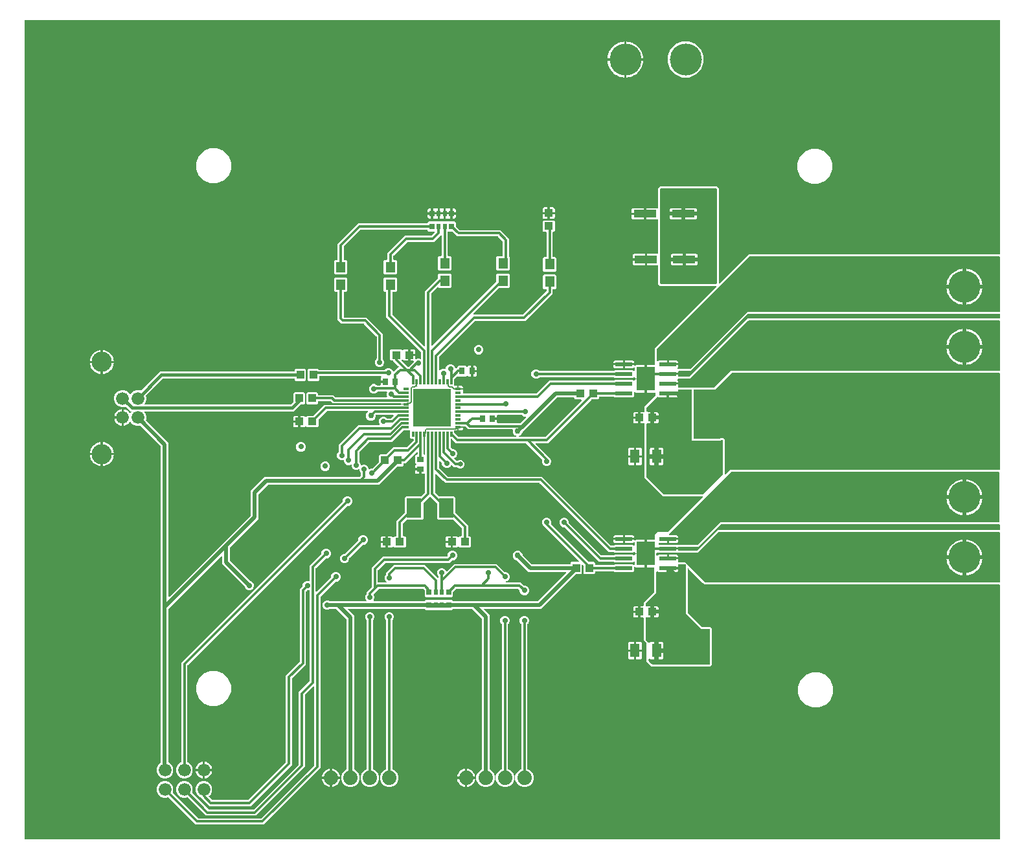
<source format=gbr>
G04 EAGLE Gerber RS-274X export*
G75*
%MOMM*%
%FSLAX34Y34*%
%LPD*%
%INTop Copper*%
%IPPOS*%
%AMOC8*
5,1,8,0,0,1.08239X$1,22.5*%
G01*
%ADD10R,1.100000X1.000000*%
%ADD11R,1.305597X1.799997*%
%ADD12C,1.879600*%
%ADD13C,1.676400*%
%ADD14C,2.641600*%
%ADD15R,2.209800X0.508000*%
%ADD16R,2.387600X3.098800*%
%ADD17C,0.655600*%
%ADD18R,1.000000X1.100000*%
%ADD19R,0.650000X0.800000*%
%ADD20R,0.550000X0.800000*%
%ADD21C,4.191000*%
%ADD22R,0.800000X0.300000*%
%ADD23R,0.300000X0.800000*%
%ADD24R,5.000000X5.000000*%
%ADD25R,0.700000X0.900000*%
%ADD26R,0.900000X0.700000*%
%ADD27R,3.000000X1.000000*%
%ADD28R,1.244600X1.397000*%
%ADD29R,1.905000X2.540000*%
%ADD30C,0.736600*%
%ADD31C,0.152400*%
%ADD32C,0.304800*%
%ADD33C,0.705600*%
%ADD34C,0.508000*%
%ADD35C,0.609600*%
%ADD36C,0.755600*%
%ADD37C,0.254000*%
%ADD38C,0.406400*%
%ADD39C,0.203200*%

G36*
X1281450Y6862D02*
X1281450Y6862D01*
X1281469Y6860D01*
X1281571Y6882D01*
X1281673Y6898D01*
X1281690Y6908D01*
X1281710Y6912D01*
X1281799Y6965D01*
X1281890Y7014D01*
X1281904Y7028D01*
X1281921Y7038D01*
X1281988Y7117D01*
X1282060Y7192D01*
X1282068Y7210D01*
X1282081Y7225D01*
X1282120Y7321D01*
X1282163Y7415D01*
X1282165Y7435D01*
X1282173Y7453D01*
X1282191Y7620D01*
X1282191Y339598D01*
X1282188Y339618D01*
X1282190Y339637D01*
X1282168Y339739D01*
X1282152Y339841D01*
X1282142Y339858D01*
X1282138Y339878D01*
X1282085Y339967D01*
X1282036Y340058D01*
X1282022Y340072D01*
X1282012Y340089D01*
X1281933Y340156D01*
X1281858Y340228D01*
X1281840Y340236D01*
X1281825Y340249D01*
X1281729Y340288D01*
X1281635Y340331D01*
X1281615Y340333D01*
X1281597Y340341D01*
X1281430Y340359D01*
X896312Y340359D01*
X893856Y342814D01*
X875314Y361357D01*
X875256Y361398D01*
X875204Y361448D01*
X875157Y361470D01*
X875115Y361500D01*
X875046Y361521D01*
X874981Y361551D01*
X874929Y361557D01*
X874879Y361572D01*
X874808Y361571D01*
X874737Y361578D01*
X874686Y361567D01*
X874634Y361566D01*
X874566Y361541D01*
X874496Y361526D01*
X874451Y361500D01*
X874403Y361482D01*
X874347Y361437D01*
X874285Y361400D01*
X874251Y361360D01*
X874211Y361328D01*
X874172Y361268D01*
X874125Y361213D01*
X874106Y361165D01*
X874078Y361121D01*
X874060Y361052D01*
X874033Y360985D01*
X874025Y360914D01*
X874017Y360882D01*
X874019Y360859D01*
X874015Y360818D01*
X874015Y304259D01*
X874029Y304169D01*
X874037Y304078D01*
X874049Y304048D01*
X874054Y304016D01*
X874097Y303936D01*
X874133Y303852D01*
X874159Y303820D01*
X874170Y303799D01*
X874193Y303777D01*
X874238Y303721D01*
X893001Y284958D01*
X893075Y284905D01*
X893144Y284845D01*
X893174Y284833D01*
X893200Y284814D01*
X893287Y284787D01*
X893372Y284753D01*
X893413Y284749D01*
X893436Y284742D01*
X893468Y284743D01*
X893539Y284735D01*
X903384Y284735D01*
X905765Y282354D01*
X905765Y235806D01*
X903384Y233425D01*
X826356Y233425D01*
X820165Y239616D01*
X820165Y263431D01*
X820164Y263438D01*
X820164Y263439D01*
X820163Y263446D01*
X820151Y263521D01*
X820143Y263612D01*
X820131Y263642D01*
X820126Y263674D01*
X820083Y263754D01*
X820047Y263838D01*
X820021Y263870D01*
X820010Y263891D01*
X819987Y263913D01*
X819942Y263969D01*
X816355Y267556D01*
X816355Y296498D01*
X816352Y296518D01*
X816354Y296537D01*
X816332Y296639D01*
X816316Y296741D01*
X816306Y296758D01*
X816302Y296778D01*
X816249Y296867D01*
X816200Y296958D01*
X816186Y296972D01*
X816176Y296989D01*
X816097Y297056D01*
X816022Y297128D01*
X816004Y297136D01*
X815989Y297149D01*
X815893Y297188D01*
X815799Y297231D01*
X815779Y297233D01*
X815761Y297241D01*
X815594Y297259D01*
X812173Y297259D01*
X812173Y304038D01*
X812170Y304058D01*
X812172Y304077D01*
X812150Y304179D01*
X812133Y304281D01*
X812124Y304298D01*
X812120Y304318D01*
X812067Y304407D01*
X812018Y304498D01*
X812004Y304512D01*
X811994Y304529D01*
X811915Y304596D01*
X811840Y304667D01*
X811822Y304676D01*
X811807Y304689D01*
X811711Y304728D01*
X811617Y304771D01*
X811597Y304773D01*
X811579Y304781D01*
X811412Y304799D01*
X810649Y304799D01*
X810649Y304801D01*
X811412Y304801D01*
X811432Y304804D01*
X811451Y304802D01*
X811553Y304824D01*
X811655Y304841D01*
X811672Y304850D01*
X811692Y304854D01*
X811781Y304907D01*
X811872Y304956D01*
X811886Y304970D01*
X811903Y304980D01*
X811970Y305059D01*
X812041Y305134D01*
X812050Y305152D01*
X812063Y305167D01*
X812102Y305263D01*
X812145Y305357D01*
X812147Y305377D01*
X812155Y305395D01*
X812173Y305562D01*
X812173Y312341D01*
X815594Y312341D01*
X815614Y312344D01*
X815633Y312342D01*
X815735Y312364D01*
X815837Y312380D01*
X815854Y312390D01*
X815874Y312394D01*
X815963Y312447D01*
X816054Y312496D01*
X816068Y312510D01*
X816085Y312520D01*
X816152Y312599D01*
X816224Y312674D01*
X816232Y312692D01*
X816245Y312707D01*
X816284Y312803D01*
X816327Y312897D01*
X816329Y312917D01*
X816337Y312935D01*
X816355Y313102D01*
X816355Y316644D01*
X830102Y330391D01*
X830155Y330465D01*
X830215Y330534D01*
X830227Y330564D01*
X830246Y330590D01*
X830273Y330677D01*
X830307Y330762D01*
X830311Y330803D01*
X830318Y330826D01*
X830317Y330858D01*
X830325Y330929D01*
X830325Y362204D01*
X830322Y362224D01*
X830324Y362243D01*
X830302Y362345D01*
X830286Y362447D01*
X830276Y362464D01*
X830272Y362484D01*
X830219Y362573D01*
X830170Y362664D01*
X830156Y362678D01*
X830146Y362695D01*
X830067Y362762D01*
X829992Y362834D01*
X829974Y362842D01*
X829959Y362855D01*
X829863Y362894D01*
X829769Y362937D01*
X829749Y362939D01*
X829731Y362947D01*
X829564Y362965D01*
X820673Y362965D01*
X820673Y379632D01*
X820738Y379700D01*
X820808Y379763D01*
X820822Y379789D01*
X820842Y379810D01*
X820882Y379895D01*
X820928Y379978D01*
X820933Y380007D01*
X820946Y380033D01*
X820956Y380127D01*
X820974Y380219D01*
X820972Y380239D01*
X826770Y380239D01*
X826789Y380242D01*
X826809Y380240D01*
X826910Y380262D01*
X827012Y380278D01*
X827030Y380288D01*
X827049Y380292D01*
X827139Y380345D01*
X827230Y380393D01*
X827243Y380408D01*
X827261Y380418D01*
X827328Y380497D01*
X827399Y380572D01*
X827408Y380590D01*
X827421Y380605D01*
X827459Y380701D01*
X827503Y380795D01*
X827505Y380815D01*
X827512Y380833D01*
X827531Y381000D01*
X827528Y381020D01*
X827530Y381039D01*
X827530Y381040D01*
X827508Y381141D01*
X827491Y381243D01*
X827482Y381260D01*
X827478Y381280D01*
X827424Y381369D01*
X827376Y381460D01*
X827362Y381474D01*
X827351Y381491D01*
X827273Y381558D01*
X827198Y381630D01*
X827180Y381638D01*
X827165Y381651D01*
X827068Y381690D01*
X826975Y381733D01*
X826955Y381735D01*
X826936Y381743D01*
X826770Y381761D01*
X820968Y381761D01*
X820973Y381801D01*
X820967Y381830D01*
X820968Y381859D01*
X820941Y381949D01*
X820921Y382042D01*
X820906Y382067D01*
X820897Y382095D01*
X820843Y382172D01*
X820794Y382253D01*
X820772Y382272D01*
X820755Y382296D01*
X820679Y382351D01*
X820673Y382357D01*
X820673Y399035D01*
X829818Y399035D01*
X829838Y399038D01*
X829857Y399036D01*
X829959Y399058D01*
X830061Y399074D01*
X830078Y399084D01*
X830098Y399088D01*
X830187Y399141D01*
X830278Y399190D01*
X830292Y399204D01*
X830309Y399214D01*
X830376Y399293D01*
X830448Y399368D01*
X830456Y399386D01*
X830469Y399401D01*
X830508Y399497D01*
X830551Y399591D01*
X830553Y399611D01*
X830561Y399629D01*
X830579Y399796D01*
X830579Y405438D01*
X834082Y408941D01*
X847736Y408941D01*
X847826Y408955D01*
X847917Y408963D01*
X847947Y408975D01*
X847979Y408980D01*
X848060Y409023D01*
X848144Y409059D01*
X848176Y409085D01*
X848196Y409096D01*
X848219Y409119D01*
X848274Y409164D01*
X893487Y454376D01*
X893528Y454434D01*
X893578Y454486D01*
X893600Y454533D01*
X893630Y454575D01*
X893651Y454644D01*
X893681Y454709D01*
X893687Y454761D01*
X893702Y454811D01*
X893701Y454882D01*
X893708Y454953D01*
X893697Y455004D01*
X893696Y455056D01*
X893671Y455124D01*
X893656Y455194D01*
X893630Y455239D01*
X893612Y455287D01*
X893567Y455343D01*
X893530Y455405D01*
X893490Y455439D01*
X893458Y455479D01*
X893398Y455518D01*
X893343Y455565D01*
X893295Y455584D01*
X893251Y455612D01*
X893182Y455630D01*
X893115Y455657D01*
X893044Y455665D01*
X893012Y455673D01*
X892989Y455671D01*
X892948Y455675D01*
X841596Y455675D01*
X817625Y479646D01*
X817625Y550573D01*
X817606Y550689D01*
X817588Y550808D01*
X817586Y550811D01*
X817586Y550816D01*
X817530Y550920D01*
X817475Y551026D01*
X817472Y551029D01*
X817470Y551033D01*
X817385Y551114D01*
X817299Y551198D01*
X817295Y551199D01*
X817292Y551202D01*
X817185Y551252D01*
X817077Y551304D01*
X817073Y551304D01*
X817069Y551306D01*
X816951Y551319D01*
X816833Y551333D01*
X816828Y551333D01*
X816825Y551333D01*
X816811Y551330D01*
X816667Y551308D01*
X816484Y551259D01*
X812173Y551259D01*
X812173Y558038D01*
X812170Y558058D01*
X812172Y558077D01*
X812150Y558179D01*
X812133Y558281D01*
X812124Y558298D01*
X812120Y558318D01*
X812067Y558407D01*
X812018Y558498D01*
X812004Y558512D01*
X811994Y558529D01*
X811915Y558596D01*
X811840Y558667D01*
X811822Y558676D01*
X811807Y558689D01*
X811711Y558728D01*
X811617Y558771D01*
X811597Y558773D01*
X811579Y558781D01*
X811412Y558799D01*
X810649Y558799D01*
X810649Y558801D01*
X811412Y558801D01*
X811432Y558804D01*
X811451Y558802D01*
X811553Y558824D01*
X811655Y558841D01*
X811672Y558850D01*
X811692Y558854D01*
X811781Y558907D01*
X811872Y558956D01*
X811886Y558970D01*
X811903Y558980D01*
X811970Y559059D01*
X812041Y559134D01*
X812050Y559152D01*
X812063Y559167D01*
X812102Y559263D01*
X812145Y559357D01*
X812147Y559377D01*
X812155Y559395D01*
X812173Y559562D01*
X812173Y566341D01*
X816484Y566341D01*
X816667Y566292D01*
X816786Y566280D01*
X816903Y566267D01*
X816908Y566268D01*
X816912Y566267D01*
X817027Y566294D01*
X817144Y566319D01*
X817147Y566321D01*
X817151Y566322D01*
X817252Y566384D01*
X817355Y566445D01*
X817358Y566449D01*
X817361Y566451D01*
X817437Y566541D01*
X817515Y566632D01*
X817516Y566636D01*
X817519Y566639D01*
X817562Y566748D01*
X817607Y566860D01*
X817607Y566865D01*
X817609Y566868D01*
X817609Y566882D01*
X817625Y567027D01*
X817625Y573184D01*
X831372Y586931D01*
X831425Y587005D01*
X831485Y587074D01*
X831497Y587104D01*
X831516Y587130D01*
X831543Y587217D01*
X831577Y587302D01*
X831581Y587343D01*
X831588Y587366D01*
X831587Y587398D01*
X831595Y587469D01*
X831595Y590804D01*
X831592Y590824D01*
X831594Y590843D01*
X831572Y590945D01*
X831556Y591047D01*
X831546Y591064D01*
X831542Y591084D01*
X831489Y591173D01*
X831440Y591264D01*
X831426Y591278D01*
X831416Y591295D01*
X831337Y591362D01*
X831262Y591434D01*
X831244Y591442D01*
X831229Y591455D01*
X831133Y591494D01*
X831039Y591537D01*
X831019Y591539D01*
X831001Y591547D01*
X830834Y591565D01*
X820673Y591565D01*
X820673Y608232D01*
X820738Y608300D01*
X820808Y608363D01*
X820822Y608389D01*
X820842Y608410D01*
X820882Y608496D01*
X820928Y608578D01*
X820933Y608607D01*
X820946Y608633D01*
X820956Y608727D01*
X820974Y608819D01*
X820972Y608839D01*
X826770Y608839D01*
X826789Y608842D01*
X826809Y608840D01*
X826910Y608862D01*
X827012Y608878D01*
X827030Y608888D01*
X827049Y608892D01*
X827139Y608945D01*
X827230Y608993D01*
X827243Y609008D01*
X827261Y609018D01*
X827328Y609097D01*
X827399Y609172D01*
X827408Y609190D01*
X827421Y609205D01*
X827459Y609301D01*
X827503Y609395D01*
X827505Y609415D01*
X827512Y609433D01*
X827531Y609600D01*
X827528Y609620D01*
X827530Y609639D01*
X827530Y609640D01*
X827508Y609741D01*
X827491Y609843D01*
X827482Y609860D01*
X827478Y609880D01*
X827424Y609969D01*
X827376Y610060D01*
X827362Y610074D01*
X827351Y610091D01*
X827273Y610158D01*
X827198Y610230D01*
X827180Y610238D01*
X827165Y610251D01*
X827068Y610290D01*
X826975Y610333D01*
X826955Y610335D01*
X826936Y610343D01*
X826770Y610361D01*
X820968Y610361D01*
X820973Y610401D01*
X820967Y610430D01*
X820968Y610459D01*
X820941Y610549D01*
X820921Y610642D01*
X820906Y610667D01*
X820897Y610695D01*
X820843Y610772D01*
X820794Y610853D01*
X820772Y610872D01*
X820755Y610896D01*
X820679Y610951D01*
X820673Y610957D01*
X820673Y627635D01*
X829818Y627635D01*
X829838Y627638D01*
X829857Y627636D01*
X829959Y627658D01*
X830061Y627674D01*
X830078Y627684D01*
X830098Y627688D01*
X830187Y627741D01*
X830278Y627790D01*
X830292Y627804D01*
X830309Y627814D01*
X830376Y627893D01*
X830448Y627968D01*
X830456Y627986D01*
X830469Y628001D01*
X830508Y628097D01*
X830551Y628191D01*
X830553Y628211D01*
X830561Y628229D01*
X830579Y628396D01*
X830579Y649278D01*
X911267Y729966D01*
X911308Y730024D01*
X911358Y730076D01*
X911380Y730123D01*
X911410Y730165D01*
X911431Y730234D01*
X911461Y730299D01*
X911467Y730351D01*
X911482Y730401D01*
X911481Y730472D01*
X911488Y730543D01*
X911477Y730594D01*
X911476Y730646D01*
X911451Y730714D01*
X911436Y730784D01*
X911410Y730828D01*
X911392Y730877D01*
X911347Y730933D01*
X911310Y730995D01*
X911270Y731029D01*
X911238Y731069D01*
X911178Y731108D01*
X911123Y731155D01*
X911075Y731174D01*
X911031Y731202D01*
X910962Y731220D01*
X910895Y731247D01*
X910824Y731255D01*
X910792Y731263D01*
X910769Y731261D01*
X910728Y731265D01*
X837786Y731265D01*
X835405Y733646D01*
X835405Y757508D01*
X835402Y757528D01*
X835404Y757547D01*
X835382Y757649D01*
X835366Y757751D01*
X835356Y757768D01*
X835352Y757788D01*
X835299Y757877D01*
X835250Y757968D01*
X835236Y757982D01*
X835226Y757999D01*
X835147Y758066D01*
X835072Y758138D01*
X835054Y758146D01*
X835039Y758159D01*
X834943Y758198D01*
X834849Y758241D01*
X834829Y758243D01*
X834811Y758251D01*
X834644Y758269D01*
X820993Y758269D01*
X820993Y765048D01*
X820990Y765068D01*
X820992Y765087D01*
X820970Y765189D01*
X820953Y765291D01*
X820944Y765308D01*
X820940Y765328D01*
X820887Y765417D01*
X820838Y765508D01*
X820824Y765522D01*
X820814Y765539D01*
X820735Y765606D01*
X820660Y765677D01*
X820642Y765686D01*
X820627Y765699D01*
X820531Y765738D01*
X820437Y765781D01*
X820417Y765783D01*
X820399Y765791D01*
X820232Y765809D01*
X819469Y765809D01*
X819469Y765811D01*
X820232Y765811D01*
X820252Y765814D01*
X820271Y765812D01*
X820373Y765834D01*
X820475Y765851D01*
X820492Y765860D01*
X820512Y765864D01*
X820601Y765917D01*
X820692Y765966D01*
X820706Y765980D01*
X820723Y765990D01*
X820790Y766069D01*
X820861Y766144D01*
X820870Y766162D01*
X820883Y766177D01*
X820922Y766273D01*
X820965Y766367D01*
X820967Y766387D01*
X820975Y766405D01*
X820993Y766572D01*
X820993Y773351D01*
X834644Y773351D01*
X834664Y773354D01*
X834683Y773352D01*
X834785Y773374D01*
X834887Y773390D01*
X834904Y773400D01*
X834924Y773404D01*
X835013Y773457D01*
X835104Y773506D01*
X835118Y773520D01*
X835135Y773530D01*
X835202Y773609D01*
X835274Y773684D01*
X835282Y773702D01*
X835295Y773717D01*
X835334Y773813D01*
X835377Y773907D01*
X835379Y773927D01*
X835387Y773945D01*
X835405Y774112D01*
X835405Y817521D01*
X835390Y817615D01*
X835381Y817710D01*
X835370Y817736D01*
X835366Y817764D01*
X835321Y817848D01*
X835283Y817935D01*
X835264Y817956D01*
X835250Y817981D01*
X835181Y818047D01*
X835117Y818117D01*
X835093Y818131D01*
X835072Y818150D01*
X834986Y818191D01*
X834902Y818237D01*
X834875Y818242D01*
X834849Y818254D01*
X834754Y818265D01*
X834661Y818282D01*
X834633Y818278D01*
X834605Y818281D01*
X834511Y818261D01*
X834417Y818248D01*
X834385Y818233D01*
X834364Y818229D01*
X834336Y818212D01*
X834263Y818180D01*
X834181Y818132D01*
X833534Y817959D01*
X819723Y817959D01*
X819723Y824738D01*
X819720Y824758D01*
X819722Y824777D01*
X819700Y824879D01*
X819683Y824981D01*
X819674Y824998D01*
X819670Y825018D01*
X819617Y825107D01*
X819568Y825198D01*
X819554Y825212D01*
X819544Y825229D01*
X819465Y825296D01*
X819390Y825367D01*
X819372Y825376D01*
X819357Y825389D01*
X819261Y825428D01*
X819167Y825471D01*
X819147Y825473D01*
X819129Y825481D01*
X818962Y825499D01*
X818199Y825499D01*
X818199Y825501D01*
X818962Y825501D01*
X818982Y825504D01*
X819001Y825502D01*
X819103Y825524D01*
X819205Y825541D01*
X819222Y825550D01*
X819242Y825554D01*
X819331Y825607D01*
X819422Y825656D01*
X819436Y825670D01*
X819453Y825680D01*
X819520Y825759D01*
X819591Y825834D01*
X819600Y825852D01*
X819613Y825867D01*
X819652Y825963D01*
X819695Y826057D01*
X819697Y826077D01*
X819705Y826095D01*
X819723Y826262D01*
X819723Y833041D01*
X833534Y833041D01*
X834181Y832868D01*
X834263Y832820D01*
X834353Y832786D01*
X834439Y832746D01*
X834467Y832743D01*
X834493Y832733D01*
X834589Y832729D01*
X834683Y832719D01*
X834711Y832725D01*
X834739Y832724D01*
X834831Y832751D01*
X834924Y832771D01*
X834948Y832786D01*
X834975Y832794D01*
X835053Y832848D01*
X835135Y832897D01*
X835153Y832919D01*
X835176Y832935D01*
X835233Y833012D01*
X835295Y833084D01*
X835305Y833110D01*
X835322Y833133D01*
X835351Y833224D01*
X835387Y833312D01*
X835391Y833348D01*
X835397Y833367D01*
X835397Y833400D01*
X835405Y833479D01*
X835405Y858934D01*
X837786Y861315D01*
X912274Y861315D01*
X914655Y858934D01*
X914655Y735192D01*
X914666Y735121D01*
X914668Y735049D01*
X914686Y735000D01*
X914694Y734949D01*
X914728Y734886D01*
X914753Y734818D01*
X914785Y734778D01*
X914810Y734732D01*
X914862Y734682D01*
X914906Y734626D01*
X914950Y734598D01*
X914988Y734562D01*
X915053Y734532D01*
X915113Y734493D01*
X915164Y734481D01*
X915211Y734459D01*
X915282Y734451D01*
X915352Y734433D01*
X915404Y734437D01*
X915455Y734432D01*
X915526Y734447D01*
X915597Y734452D01*
X915645Y734473D01*
X915696Y734484D01*
X915757Y734521D01*
X915823Y734549D01*
X915879Y734593D01*
X915907Y734610D01*
X915922Y734628D01*
X915954Y734653D01*
X953462Y772161D01*
X1281430Y772161D01*
X1281450Y772164D01*
X1281469Y772162D01*
X1281571Y772184D01*
X1281673Y772200D01*
X1281690Y772210D01*
X1281710Y772214D01*
X1281799Y772267D01*
X1281890Y772316D01*
X1281904Y772330D01*
X1281921Y772340D01*
X1281988Y772419D01*
X1282060Y772494D01*
X1282068Y772512D01*
X1282081Y772527D01*
X1282120Y772623D01*
X1282163Y772717D01*
X1282165Y772737D01*
X1282173Y772755D01*
X1282191Y772922D01*
X1282191Y1078230D01*
X1282188Y1078250D01*
X1282190Y1078269D01*
X1282168Y1078371D01*
X1282152Y1078473D01*
X1282142Y1078490D01*
X1282138Y1078510D01*
X1282085Y1078599D01*
X1282036Y1078690D01*
X1282022Y1078704D01*
X1282012Y1078721D01*
X1281933Y1078788D01*
X1281858Y1078860D01*
X1281840Y1078868D01*
X1281825Y1078881D01*
X1281729Y1078920D01*
X1281635Y1078963D01*
X1281615Y1078965D01*
X1281597Y1078973D01*
X1281430Y1078991D01*
X7620Y1078991D01*
X7600Y1078988D01*
X7581Y1078990D01*
X7479Y1078968D01*
X7377Y1078952D01*
X7360Y1078942D01*
X7340Y1078938D01*
X7251Y1078885D01*
X7160Y1078836D01*
X7146Y1078822D01*
X7129Y1078812D01*
X7062Y1078733D01*
X6990Y1078658D01*
X6982Y1078640D01*
X6969Y1078625D01*
X6930Y1078529D01*
X6887Y1078435D01*
X6885Y1078415D01*
X6877Y1078397D01*
X6859Y1078230D01*
X6859Y7620D01*
X6862Y7600D01*
X6860Y7581D01*
X6882Y7479D01*
X6898Y7377D01*
X6908Y7360D01*
X6912Y7340D01*
X6965Y7251D01*
X7014Y7160D01*
X7028Y7146D01*
X7038Y7129D01*
X7117Y7062D01*
X7192Y6990D01*
X7210Y6982D01*
X7225Y6969D01*
X7321Y6930D01*
X7415Y6887D01*
X7435Y6885D01*
X7453Y6877D01*
X7620Y6859D01*
X1281430Y6859D01*
X1281450Y6862D01*
G37*
%LPC*%
G36*
X188327Y86867D02*
X188327Y86867D01*
X184313Y88530D01*
X181240Y91603D01*
X179577Y95617D01*
X179577Y99963D01*
X181240Y103977D01*
X184313Y107050D01*
X184695Y107208D01*
X184795Y107270D01*
X184895Y107330D01*
X184899Y107335D01*
X184904Y107338D01*
X184979Y107428D01*
X185055Y107517D01*
X185057Y107523D01*
X185061Y107527D01*
X185103Y107636D01*
X185147Y107745D01*
X185148Y107752D01*
X185149Y107757D01*
X185150Y107775D01*
X185165Y107912D01*
X185165Y521396D01*
X185151Y521486D01*
X185143Y521577D01*
X185131Y521607D01*
X185126Y521639D01*
X185083Y521720D01*
X185047Y521803D01*
X185021Y521836D01*
X185010Y521856D01*
X184987Y521878D01*
X184942Y521934D01*
X158701Y548176D01*
X158607Y548243D01*
X158512Y548314D01*
X158506Y548316D01*
X158501Y548319D01*
X158390Y548354D01*
X158278Y548390D01*
X158272Y548390D01*
X158266Y548392D01*
X158149Y548389D01*
X158032Y548388D01*
X158025Y548386D01*
X158020Y548385D01*
X158003Y548379D01*
X157871Y548341D01*
X157235Y548077D01*
X152889Y548077D01*
X148875Y549740D01*
X145802Y552813D01*
X145761Y552912D01*
X145706Y553002D01*
X145654Y553094D01*
X145641Y553106D01*
X145631Y553121D01*
X145550Y553188D01*
X145473Y553259D01*
X145456Y553267D01*
X145442Y553278D01*
X145344Y553316D01*
X145247Y553358D01*
X145229Y553360D01*
X145212Y553366D01*
X145107Y553371D01*
X145002Y553380D01*
X144985Y553376D01*
X144966Y553377D01*
X144865Y553347D01*
X144763Y553323D01*
X144748Y553313D01*
X144730Y553308D01*
X144644Y553248D01*
X144555Y553193D01*
X144540Y553176D01*
X144528Y553168D01*
X144509Y553143D01*
X144442Y553068D01*
X143581Y551884D01*
X142366Y550669D01*
X140975Y549658D01*
X139443Y548878D01*
X137808Y548346D01*
X136773Y548182D01*
X136773Y558238D01*
X136770Y558258D01*
X136772Y558277D01*
X136750Y558379D01*
X136733Y558481D01*
X136724Y558498D01*
X136720Y558518D01*
X136667Y558607D01*
X136618Y558698D01*
X136604Y558712D01*
X136594Y558729D01*
X136515Y558796D01*
X136440Y558867D01*
X136422Y558876D01*
X136407Y558889D01*
X136311Y558927D01*
X136217Y558971D01*
X136197Y558973D01*
X136179Y558981D01*
X136012Y558999D01*
X135249Y558999D01*
X135249Y559001D01*
X136012Y559001D01*
X136032Y559004D01*
X136051Y559002D01*
X136153Y559024D01*
X136255Y559041D01*
X136272Y559050D01*
X136292Y559054D01*
X136381Y559107D01*
X136472Y559156D01*
X136486Y559170D01*
X136503Y559180D01*
X136570Y559259D01*
X136641Y559334D01*
X136650Y559352D01*
X136663Y559367D01*
X136702Y559463D01*
X136745Y559557D01*
X136747Y559577D01*
X136755Y559595D01*
X136773Y559762D01*
X136773Y569818D01*
X137808Y569654D01*
X139443Y569122D01*
X140975Y568342D01*
X142366Y567331D01*
X143581Y566116D01*
X144442Y564932D01*
X144517Y564857D01*
X144588Y564780D01*
X144604Y564771D01*
X144617Y564758D01*
X144711Y564712D01*
X144803Y564661D01*
X144821Y564658D01*
X144837Y564650D01*
X144942Y564636D01*
X145045Y564618D01*
X145063Y564620D01*
X145081Y564618D01*
X145184Y564638D01*
X145289Y564654D01*
X145305Y564662D01*
X145323Y564665D01*
X145414Y564717D01*
X145508Y564765D01*
X145521Y564778D01*
X145536Y564787D01*
X145606Y564866D01*
X145680Y564941D01*
X145691Y564960D01*
X145700Y564971D01*
X145713Y565000D01*
X145761Y565088D01*
X145802Y565187D01*
X146243Y565628D01*
X146285Y565686D01*
X146334Y565738D01*
X146356Y565785D01*
X146386Y565827D01*
X146407Y565896D01*
X146438Y565961D01*
X146443Y566013D01*
X146459Y566063D01*
X146457Y566134D01*
X146465Y566205D01*
X146454Y566256D01*
X146452Y566308D01*
X146428Y566376D01*
X146412Y566446D01*
X146386Y566491D01*
X146368Y566539D01*
X146323Y566595D01*
X146286Y566657D01*
X146247Y566691D01*
X146214Y566731D01*
X146154Y566770D01*
X146099Y566817D01*
X146051Y566836D01*
X146007Y566864D01*
X145938Y566882D01*
X145877Y566907D01*
X142954Y569829D01*
X139397Y573386D01*
X139302Y573455D01*
X139208Y573524D01*
X139202Y573526D01*
X139197Y573530D01*
X139085Y573564D01*
X138974Y573600D01*
X138968Y573600D01*
X138962Y573602D01*
X138845Y573599D01*
X138728Y573598D01*
X138721Y573596D01*
X138716Y573596D01*
X138699Y573590D01*
X138567Y573551D01*
X137423Y573077D01*
X133077Y573077D01*
X129063Y574740D01*
X125990Y577813D01*
X124327Y581827D01*
X124327Y586173D01*
X125990Y590187D01*
X129063Y593260D01*
X133077Y594923D01*
X137423Y594923D01*
X141437Y593260D01*
X144617Y590080D01*
X144637Y590066D01*
X144647Y590053D01*
X144666Y590041D01*
X144692Y590013D01*
X144736Y589989D01*
X144775Y589958D01*
X144802Y589947D01*
X144817Y589937D01*
X144839Y589930D01*
X144854Y589920D01*
X144875Y589915D01*
X144908Y589897D01*
X144958Y589888D01*
X145005Y589870D01*
X145035Y589869D01*
X145052Y589864D01*
X145073Y589865D01*
X145093Y589860D01*
X145114Y589862D01*
X145151Y589855D01*
X145200Y589863D01*
X145250Y589861D01*
X145281Y589870D01*
X145298Y589871D01*
X145316Y589877D01*
X145338Y589879D01*
X145358Y589888D01*
X145394Y589893D01*
X145438Y589916D01*
X145486Y589931D01*
X145513Y589949D01*
X145529Y589955D01*
X145542Y589966D01*
X145564Y589975D01*
X145588Y589994D01*
X145612Y590007D01*
X145640Y590036D01*
X145662Y590054D01*
X145688Y590072D01*
X145692Y590078D01*
X145695Y590080D01*
X148875Y593260D01*
X152889Y594923D01*
X157235Y594923D01*
X158379Y594449D01*
X158493Y594422D01*
X158606Y594393D01*
X158613Y594394D01*
X158619Y594392D01*
X158735Y594403D01*
X158852Y594413D01*
X158857Y594415D01*
X158864Y594416D01*
X158971Y594463D01*
X159078Y594509D01*
X159084Y594514D01*
X159088Y594516D01*
X159102Y594528D01*
X159209Y594614D01*
X183848Y619253D01*
X359118Y619253D01*
X359138Y619256D01*
X359157Y619254D01*
X359259Y619276D01*
X359361Y619292D01*
X359378Y619302D01*
X359398Y619306D01*
X359487Y619359D01*
X359578Y619408D01*
X359592Y619422D01*
X359609Y619432D01*
X359676Y619511D01*
X359748Y619586D01*
X359756Y619604D01*
X359769Y619619D01*
X359808Y619715D01*
X359851Y619809D01*
X359853Y619829D01*
X359861Y619847D01*
X359879Y620014D01*
X359879Y621232D01*
X361368Y622721D01*
X373472Y622721D01*
X374961Y621232D01*
X374961Y608128D01*
X373472Y606639D01*
X361368Y606639D01*
X359879Y608128D01*
X359879Y609346D01*
X359876Y609366D01*
X359878Y609385D01*
X359856Y609487D01*
X359840Y609589D01*
X359830Y609606D01*
X359826Y609626D01*
X359773Y609715D01*
X359724Y609806D01*
X359710Y609820D01*
X359700Y609837D01*
X359621Y609904D01*
X359546Y609976D01*
X359528Y609984D01*
X359513Y609997D01*
X359417Y610036D01*
X359323Y610079D01*
X359303Y610081D01*
X359285Y610089D01*
X359118Y610107D01*
X187951Y610107D01*
X187861Y610093D01*
X187770Y610085D01*
X187741Y610073D01*
X187709Y610068D01*
X187628Y610025D01*
X187544Y609989D01*
X187512Y609963D01*
X187491Y609952D01*
X187469Y609929D01*
X187413Y609884D01*
X165676Y588147D01*
X165608Y588053D01*
X165538Y587958D01*
X165536Y587952D01*
X165532Y587947D01*
X165498Y587836D01*
X165462Y587724D01*
X165462Y587718D01*
X165460Y587712D01*
X165463Y587595D01*
X165464Y587478D01*
X165466Y587471D01*
X165466Y587466D01*
X165473Y587449D01*
X165511Y587317D01*
X165985Y586173D01*
X165985Y581827D01*
X164322Y577813D01*
X163881Y577372D01*
X163839Y577314D01*
X163790Y577262D01*
X163768Y577215D01*
X163738Y577173D01*
X163717Y577104D01*
X163686Y577039D01*
X163681Y576987D01*
X163665Y576937D01*
X163667Y576866D01*
X163659Y576795D01*
X163670Y576744D01*
X163672Y576692D01*
X163696Y576624D01*
X163712Y576554D01*
X163738Y576509D01*
X163756Y576461D01*
X163801Y576405D01*
X163838Y576343D01*
X163877Y576309D01*
X163910Y576269D01*
X163970Y576230D01*
X164025Y576183D01*
X164073Y576164D01*
X164117Y576136D01*
X164186Y576118D01*
X164253Y576091D01*
X164324Y576083D01*
X164355Y576075D01*
X164379Y576077D01*
X164420Y576073D01*
X354661Y576073D01*
X354751Y576087D01*
X354842Y576095D01*
X354871Y576107D01*
X354903Y576112D01*
X354984Y576155D01*
X355068Y576191D01*
X355100Y576217D01*
X355121Y576228D01*
X355143Y576251D01*
X355199Y576296D01*
X358386Y579483D01*
X358439Y579557D01*
X358499Y579627D01*
X358511Y579657D01*
X358530Y579683D01*
X358557Y579770D01*
X358591Y579855D01*
X358595Y579896D01*
X358602Y579918D01*
X358601Y579950D01*
X358609Y580021D01*
X358609Y590752D01*
X360098Y592241D01*
X372202Y592241D01*
X373691Y590752D01*
X373691Y577648D01*
X372202Y576159D01*
X368311Y576159D01*
X368221Y576145D01*
X368130Y576137D01*
X368101Y576125D01*
X368069Y576120D01*
X367988Y576077D01*
X367904Y576041D01*
X367872Y576015D01*
X367851Y576004D01*
X367829Y575981D01*
X367773Y575936D01*
X358764Y566927D01*
X164420Y566927D01*
X164349Y566916D01*
X164277Y566914D01*
X164228Y566896D01*
X164177Y566888D01*
X164114Y566854D01*
X164046Y566829D01*
X164005Y566797D01*
X163959Y566772D01*
X163910Y566720D01*
X163854Y566676D01*
X163826Y566632D01*
X163790Y566594D01*
X163760Y566529D01*
X163721Y566469D01*
X163708Y566418D01*
X163686Y566371D01*
X163679Y566300D01*
X163661Y566230D01*
X163665Y566178D01*
X163659Y566127D01*
X163675Y566056D01*
X163680Y565985D01*
X163701Y565937D01*
X163712Y565886D01*
X163748Y565825D01*
X163777Y565759D01*
X163821Y565703D01*
X163838Y565675D01*
X163856Y565660D01*
X163881Y565628D01*
X164322Y565187D01*
X165985Y561173D01*
X165985Y556827D01*
X165721Y556191D01*
X165694Y556077D01*
X165666Y555964D01*
X165666Y555957D01*
X165665Y555951D01*
X165676Y555835D01*
X165685Y555718D01*
X165687Y555713D01*
X165688Y555706D01*
X165736Y555599D01*
X165781Y555492D01*
X165786Y555486D01*
X165788Y555482D01*
X165801Y555468D01*
X165886Y555361D01*
X195327Y525921D01*
X195327Y325000D01*
X195338Y324929D01*
X195340Y324857D01*
X195358Y324808D01*
X195366Y324757D01*
X195400Y324694D01*
X195425Y324626D01*
X195457Y324586D01*
X195482Y324540D01*
X195533Y324490D01*
X195578Y324434D01*
X195622Y324406D01*
X195660Y324370D01*
X195725Y324340D01*
X195785Y324301D01*
X195836Y324289D01*
X195883Y324267D01*
X195954Y324259D01*
X196024Y324241D01*
X196076Y324245D01*
X196127Y324240D01*
X196198Y324255D01*
X196269Y324260D01*
X196317Y324281D01*
X196368Y324292D01*
X196429Y324329D01*
X196495Y324357D01*
X196551Y324401D01*
X196579Y324418D01*
X196594Y324436D01*
X196626Y324461D01*
X265206Y393042D01*
X268628Y396464D01*
X302798Y430634D01*
X302851Y430707D01*
X302911Y430777D01*
X302923Y430807D01*
X302942Y430833D01*
X302969Y430920D01*
X303003Y431005D01*
X303007Y431046D01*
X303014Y431068D01*
X303013Y431101D01*
X303021Y431172D01*
X303021Y463115D01*
X321237Y481331D01*
X444787Y481331D01*
X444877Y481345D01*
X444968Y481353D01*
X444998Y481365D01*
X445030Y481370D01*
X445110Y481413D01*
X445194Y481449D01*
X445226Y481475D01*
X445247Y481486D01*
X445269Y481509D01*
X445325Y481554D01*
X446562Y482791D01*
X446615Y482865D01*
X446675Y482934D01*
X446687Y482964D01*
X446706Y482990D01*
X446733Y483077D01*
X446767Y483162D01*
X446771Y483203D01*
X446778Y483226D01*
X446777Y483258D01*
X446785Y483329D01*
X446785Y486657D01*
X446771Y486747D01*
X446763Y486838D01*
X446751Y486868D01*
X446746Y486900D01*
X446703Y486980D01*
X446667Y487064D01*
X446641Y487096D01*
X446630Y487117D01*
X446607Y487139D01*
X446562Y487195D01*
X445705Y488052D01*
X444781Y490283D01*
X444781Y490557D01*
X444774Y490602D01*
X444776Y490648D01*
X444754Y490723D01*
X444742Y490799D01*
X444720Y490840D01*
X444707Y490884D01*
X444663Y490948D01*
X444626Y491017D01*
X444593Y491048D01*
X444567Y491086D01*
X444505Y491132D01*
X444448Y491186D01*
X444406Y491206D01*
X444370Y491233D01*
X444296Y491257D01*
X444225Y491290D01*
X444179Y491295D01*
X444136Y491309D01*
X444058Y491308D01*
X443981Y491317D01*
X443936Y491307D01*
X443890Y491307D01*
X443758Y491269D01*
X443740Y491265D01*
X443736Y491262D01*
X443729Y491260D01*
X441897Y490501D01*
X439483Y490501D01*
X437252Y491425D01*
X435545Y493132D01*
X434621Y495363D01*
X434621Y496907D01*
X434614Y496952D01*
X434616Y496998D01*
X434594Y497073D01*
X434582Y497149D01*
X434560Y497190D01*
X434547Y497234D01*
X434503Y497298D01*
X434466Y497367D01*
X434433Y497398D01*
X434407Y497436D01*
X434345Y497482D01*
X434288Y497536D01*
X434246Y497556D01*
X434210Y497583D01*
X434136Y497607D01*
X434065Y497640D01*
X434019Y497645D01*
X433976Y497659D01*
X433898Y497658D01*
X433821Y497667D01*
X433776Y497657D01*
X433730Y497657D01*
X433598Y497619D01*
X433580Y497615D01*
X433576Y497612D01*
X433569Y497610D01*
X431737Y496851D01*
X429323Y496851D01*
X427092Y497775D01*
X425385Y499482D01*
X424461Y501713D01*
X424461Y502731D01*
X424454Y502776D01*
X424456Y502822D01*
X424434Y502897D01*
X424422Y502973D01*
X424400Y503014D01*
X424387Y503058D01*
X424343Y503122D01*
X424306Y503191D01*
X424273Y503222D01*
X424247Y503260D01*
X424185Y503306D01*
X424128Y503360D01*
X424086Y503379D01*
X424050Y503407D01*
X423976Y503431D01*
X423905Y503464D01*
X423859Y503469D01*
X423816Y503483D01*
X423738Y503482D01*
X423661Y503491D01*
X423616Y503481D01*
X423570Y503481D01*
X423438Y503442D01*
X423420Y503439D01*
X423416Y503436D01*
X423409Y503434D01*
X422847Y503201D01*
X420433Y503201D01*
X418202Y504125D01*
X416495Y505832D01*
X415571Y508063D01*
X415571Y510477D01*
X416495Y512708D01*
X417352Y513565D01*
X417405Y513639D01*
X417465Y513708D01*
X417477Y513738D01*
X417496Y513765D01*
X417523Y513851D01*
X417557Y513936D01*
X417561Y513977D01*
X417568Y514000D01*
X417567Y514032D01*
X417575Y514103D01*
X417575Y523654D01*
X442816Y548895D01*
X470655Y548895D01*
X470726Y548906D01*
X470797Y548908D01*
X470846Y548926D01*
X470898Y548934D01*
X470961Y548968D01*
X471028Y548993D01*
X471069Y549025D01*
X471115Y549050D01*
X471164Y549101D01*
X471220Y549146D01*
X471249Y549190D01*
X471284Y549228D01*
X471315Y549293D01*
X471353Y549353D01*
X471366Y549404D01*
X471388Y549451D01*
X471396Y549522D01*
X471414Y549592D01*
X471409Y549644D01*
X471415Y549695D01*
X471400Y549766D01*
X471394Y549837D01*
X471374Y549885D01*
X471363Y549936D01*
X471326Y549997D01*
X471298Y550063D01*
X471253Y550119D01*
X471237Y550147D01*
X471219Y550162D01*
X471193Y550194D01*
X471105Y550282D01*
X470181Y552513D01*
X470181Y554927D01*
X471105Y557158D01*
X472812Y558865D01*
X475043Y559789D01*
X477457Y559789D01*
X479688Y558865D01*
X480545Y558008D01*
X480619Y557955D01*
X480688Y557895D01*
X480718Y557883D01*
X480745Y557864D01*
X480831Y557837D01*
X480916Y557803D01*
X480957Y557799D01*
X480980Y557792D01*
X481012Y557793D01*
X481083Y557785D01*
X485681Y557785D01*
X485771Y557799D01*
X485862Y557807D01*
X485892Y557819D01*
X485924Y557824D01*
X486004Y557867D01*
X486088Y557903D01*
X486121Y557929D01*
X486141Y557940D01*
X486163Y557963D01*
X486219Y558008D01*
X489267Y561056D01*
X489309Y561114D01*
X489359Y561166D01*
X489381Y561213D01*
X489411Y561255D01*
X489432Y561324D01*
X489462Y561389D01*
X489468Y561441D01*
X489483Y561491D01*
X489481Y561562D01*
X489489Y561633D01*
X489478Y561684D01*
X489477Y561736D01*
X489452Y561804D01*
X489437Y561874D01*
X489410Y561919D01*
X489392Y561967D01*
X489348Y562023D01*
X489311Y562085D01*
X489271Y562119D01*
X489239Y562159D01*
X489178Y562198D01*
X489124Y562245D01*
X489076Y562264D01*
X489032Y562292D01*
X488962Y562310D01*
X488896Y562337D01*
X488824Y562345D01*
X488793Y562353D01*
X488770Y562351D01*
X488729Y562355D01*
X466820Y562355D01*
X466800Y562352D01*
X466781Y562354D01*
X466679Y562332D01*
X466577Y562316D01*
X466560Y562306D01*
X466540Y562302D01*
X466451Y562249D01*
X466360Y562200D01*
X466346Y562186D01*
X466329Y562176D01*
X466262Y562097D01*
X466190Y562022D01*
X466182Y562004D01*
X466169Y561989D01*
X466130Y561893D01*
X466087Y561799D01*
X466085Y561779D01*
X466077Y561761D01*
X466059Y561594D01*
X466059Y560083D01*
X465097Y557761D01*
X463319Y555983D01*
X460997Y555021D01*
X458483Y555021D01*
X456161Y555983D01*
X454383Y557761D01*
X453421Y560083D01*
X453421Y562597D01*
X454383Y564919D01*
X455600Y566136D01*
X455642Y566194D01*
X455691Y566246D01*
X455713Y566293D01*
X455743Y566335D01*
X455764Y566404D01*
X455795Y566469D01*
X455800Y566521D01*
X455816Y566571D01*
X455814Y566642D01*
X455822Y566713D01*
X455811Y566764D01*
X455809Y566816D01*
X455785Y566884D01*
X455769Y566954D01*
X455743Y566999D01*
X455725Y567047D01*
X455680Y567103D01*
X455643Y567165D01*
X455604Y567199D01*
X455571Y567239D01*
X455511Y567278D01*
X455456Y567325D01*
X455408Y567344D01*
X455364Y567372D01*
X455295Y567390D01*
X455228Y567417D01*
X455157Y567425D01*
X455126Y567433D01*
X455102Y567431D01*
X455061Y567435D01*
X402929Y567435D01*
X402839Y567421D01*
X402748Y567413D01*
X402718Y567401D01*
X402686Y567396D01*
X402606Y567353D01*
X402522Y567317D01*
X402490Y567291D01*
X402469Y567280D01*
X402447Y567257D01*
X402391Y567212D01*
X391414Y556235D01*
X391368Y556172D01*
X391345Y556148D01*
X391341Y556139D01*
X391301Y556092D01*
X391289Y556062D01*
X391270Y556036D01*
X391243Y555949D01*
X391209Y555864D01*
X391205Y555823D01*
X391198Y555800D01*
X391199Y555768D01*
X391191Y555697D01*
X391191Y547668D01*
X389702Y546179D01*
X376598Y546179D01*
X375092Y547684D01*
X374997Y547753D01*
X374900Y547824D01*
X374896Y547826D01*
X374893Y547828D01*
X374780Y547863D01*
X374666Y547899D01*
X374662Y547899D01*
X374658Y547900D01*
X374539Y547897D01*
X374420Y547895D01*
X374416Y547894D01*
X374412Y547894D01*
X374300Y547853D01*
X374188Y547814D01*
X374185Y547811D01*
X374181Y547810D01*
X374087Y547735D01*
X373994Y547662D01*
X373991Y547658D01*
X373989Y547656D01*
X373981Y547644D01*
X373895Y547527D01*
X373683Y547160D01*
X373210Y546687D01*
X372631Y546352D01*
X371984Y546179D01*
X367673Y546179D01*
X367673Y552958D01*
X367670Y552978D01*
X367672Y552997D01*
X367650Y553099D01*
X367633Y553201D01*
X367624Y553218D01*
X367620Y553238D01*
X367567Y553327D01*
X367518Y553418D01*
X367504Y553432D01*
X367494Y553449D01*
X367415Y553516D01*
X367340Y553587D01*
X367322Y553596D01*
X367307Y553609D01*
X367211Y553648D01*
X367117Y553691D01*
X367097Y553693D01*
X367079Y553701D01*
X366912Y553719D01*
X366149Y553719D01*
X366149Y553721D01*
X366912Y553721D01*
X366932Y553724D01*
X366951Y553722D01*
X367053Y553744D01*
X367155Y553761D01*
X367172Y553770D01*
X367192Y553774D01*
X367281Y553827D01*
X367372Y553876D01*
X367386Y553890D01*
X367403Y553900D01*
X367470Y553979D01*
X367541Y554054D01*
X367550Y554072D01*
X367563Y554087D01*
X367602Y554183D01*
X367645Y554277D01*
X367647Y554297D01*
X367655Y554315D01*
X367673Y554482D01*
X367673Y561261D01*
X371984Y561261D01*
X372631Y561088D01*
X373210Y560753D01*
X373683Y560280D01*
X373895Y559913D01*
X373971Y559820D01*
X374044Y559728D01*
X374048Y559726D01*
X374051Y559723D01*
X374152Y559659D01*
X374251Y559595D01*
X374255Y559594D01*
X374259Y559592D01*
X374375Y559564D01*
X374490Y559535D01*
X374494Y559536D01*
X374498Y559535D01*
X374617Y559545D01*
X374735Y559554D01*
X374739Y559556D01*
X374743Y559556D01*
X374853Y559604D01*
X374961Y559651D01*
X374965Y559654D01*
X374968Y559655D01*
X374979Y559665D01*
X375092Y559756D01*
X376598Y561261D01*
X384627Y561261D01*
X384717Y561275D01*
X384808Y561283D01*
X384838Y561295D01*
X384870Y561300D01*
X384950Y561343D01*
X385034Y561379D01*
X385066Y561405D01*
X385087Y561416D01*
X385109Y561439D01*
X385165Y561484D01*
X399246Y575565D01*
X498448Y575565D01*
X498468Y575568D01*
X498487Y575566D01*
X498589Y575588D01*
X498691Y575604D01*
X498708Y575614D01*
X498728Y575618D01*
X498817Y575671D01*
X498908Y575720D01*
X498922Y575734D01*
X498930Y575739D01*
X505750Y575739D01*
X505769Y575742D01*
X505789Y575740D01*
X505890Y575762D01*
X505992Y575778D01*
X506010Y575788D01*
X506029Y575792D01*
X506119Y575845D01*
X506210Y575893D01*
X506223Y575908D01*
X506241Y575918D01*
X506308Y575997D01*
X506379Y576072D01*
X506388Y576090D01*
X506401Y576105D01*
X506439Y576201D01*
X506483Y576295D01*
X506485Y576315D01*
X506492Y576333D01*
X506511Y576500D01*
X506508Y576520D01*
X506510Y576539D01*
X506510Y576540D01*
X506488Y576641D01*
X506471Y576743D01*
X506462Y576760D01*
X506458Y576780D01*
X506404Y576869D01*
X506356Y576960D01*
X506342Y576974D01*
X506331Y576991D01*
X506253Y577058D01*
X506178Y577130D01*
X506160Y577138D01*
X506145Y577151D01*
X506048Y577190D01*
X505955Y577233D01*
X505935Y577235D01*
X505916Y577243D01*
X505750Y577261D01*
X498920Y577261D01*
X498876Y577304D01*
X498858Y577312D01*
X498843Y577325D01*
X498747Y577364D01*
X498653Y577407D01*
X498633Y577409D01*
X498615Y577417D01*
X498448Y577435D01*
X409956Y577435D01*
X407479Y579912D01*
X407405Y579965D01*
X407336Y580025D01*
X407306Y580037D01*
X407280Y580056D01*
X407193Y580083D01*
X407108Y580117D01*
X407067Y580121D01*
X407044Y580128D01*
X407012Y580127D01*
X406941Y580135D01*
X391452Y580135D01*
X391432Y580132D01*
X391413Y580134D01*
X391311Y580112D01*
X391209Y580096D01*
X391192Y580086D01*
X391172Y580082D01*
X391083Y580029D01*
X390992Y579980D01*
X390978Y579966D01*
X390961Y579956D01*
X390894Y579877D01*
X390822Y579802D01*
X390814Y579784D01*
X390801Y579769D01*
X390762Y579673D01*
X390719Y579579D01*
X390717Y579559D01*
X390709Y579541D01*
X390691Y579374D01*
X390691Y577648D01*
X389202Y576159D01*
X377098Y576159D01*
X375609Y577648D01*
X375609Y590752D01*
X377098Y592241D01*
X389202Y592241D01*
X390691Y590752D01*
X390691Y589026D01*
X390694Y589006D01*
X390692Y588987D01*
X390714Y588885D01*
X390730Y588783D01*
X390740Y588766D01*
X390744Y588746D01*
X390797Y588657D01*
X390846Y588566D01*
X390860Y588552D01*
X390870Y588535D01*
X390949Y588468D01*
X391024Y588396D01*
X391042Y588388D01*
X391057Y588375D01*
X391153Y588336D01*
X391247Y588293D01*
X391267Y588291D01*
X391285Y588283D01*
X391452Y588265D01*
X410624Y588265D01*
X413101Y585788D01*
X413175Y585735D01*
X413244Y585675D01*
X413274Y585663D01*
X413300Y585644D01*
X413387Y585617D01*
X413472Y585583D01*
X413513Y585579D01*
X413536Y585572D01*
X413568Y585573D01*
X413639Y585565D01*
X480241Y585565D01*
X480286Y585572D01*
X480332Y585570D01*
X480407Y585592D01*
X480484Y585604D01*
X480524Y585626D01*
X480568Y585639D01*
X480632Y585683D01*
X480701Y585720D01*
X480733Y585753D01*
X480770Y585779D01*
X480817Y585841D01*
X480870Y585898D01*
X480890Y585940D01*
X480917Y585976D01*
X480941Y586050D01*
X480974Y586121D01*
X480979Y586167D01*
X480993Y586210D01*
X480993Y586288D01*
X481001Y586365D01*
X480991Y586410D01*
X480991Y586456D01*
X480953Y586588D01*
X480949Y586606D01*
X480946Y586610D01*
X480944Y586617D01*
X480341Y588073D01*
X480341Y590487D01*
X480878Y591783D01*
X480888Y591827D01*
X480908Y591869D01*
X480916Y591946D01*
X480934Y592022D01*
X480930Y592068D01*
X480935Y592113D01*
X480918Y592190D01*
X480911Y592267D01*
X480892Y592309D01*
X480883Y592354D01*
X480843Y592421D01*
X480811Y592492D01*
X480780Y592526D01*
X480756Y592565D01*
X480697Y592616D01*
X480645Y592673D01*
X480604Y592695D01*
X480569Y592725D01*
X480497Y592754D01*
X480429Y592791D01*
X480384Y592800D01*
X480341Y592817D01*
X480205Y592832D01*
X480187Y592835D01*
X480182Y592834D01*
X480175Y592835D01*
X468856Y592835D01*
X468766Y592821D01*
X468675Y592813D01*
X468645Y592801D01*
X468614Y592796D01*
X468533Y592753D01*
X468449Y592717D01*
X468417Y592691D01*
X468396Y592680D01*
X468374Y592657D01*
X468318Y592612D01*
X467075Y591370D01*
X464788Y590422D01*
X462312Y590422D01*
X460025Y591370D01*
X458274Y593121D01*
X457326Y595408D01*
X457326Y597884D01*
X458274Y600171D01*
X460025Y601922D01*
X462312Y602870D01*
X464788Y602870D01*
X467075Y601922D01*
X467810Y601188D01*
X467884Y601135D01*
X467953Y601075D01*
X467984Y601063D01*
X468010Y601044D01*
X468097Y601017D01*
X468182Y600983D01*
X468222Y600979D01*
X468245Y600972D01*
X468277Y600973D01*
X468348Y600965D01*
X471838Y600965D01*
X471858Y600968D01*
X471877Y600966D01*
X471979Y600988D01*
X472081Y601004D01*
X472098Y601014D01*
X472118Y601018D01*
X472207Y601071D01*
X472298Y601120D01*
X472312Y601134D01*
X472329Y601144D01*
X472396Y601223D01*
X472468Y601298D01*
X472476Y601316D01*
X472489Y601331D01*
X472528Y601427D01*
X472571Y601521D01*
X472573Y601541D01*
X472581Y601559D01*
X472599Y601726D01*
X472599Y604267D01*
X477878Y604267D01*
X477898Y604270D01*
X477917Y604268D01*
X478019Y604290D01*
X478121Y604307D01*
X478138Y604316D01*
X478158Y604320D01*
X478247Y604373D01*
X478338Y604422D01*
X478352Y604436D01*
X478369Y604446D01*
X478436Y604525D01*
X478507Y604600D01*
X478516Y604618D01*
X478529Y604633D01*
X478568Y604729D01*
X478611Y604823D01*
X478613Y604843D01*
X478621Y604861D01*
X478639Y605028D01*
X478639Y606552D01*
X478636Y606572D01*
X478638Y606591D01*
X478616Y606693D01*
X478599Y606795D01*
X478590Y606812D01*
X478586Y606832D01*
X478533Y606921D01*
X478484Y607012D01*
X478470Y607026D01*
X478460Y607043D01*
X478381Y607110D01*
X478306Y607181D01*
X478288Y607190D01*
X478273Y607203D01*
X478177Y607242D01*
X478083Y607285D01*
X478063Y607287D01*
X478045Y607295D01*
X477878Y607313D01*
X472599Y607313D01*
X472599Y610624D01*
X472772Y611271D01*
X473107Y611850D01*
X473113Y611856D01*
X473154Y611914D01*
X473204Y611966D01*
X473226Y612013D01*
X473256Y612055D01*
X473277Y612124D01*
X473307Y612189D01*
X473313Y612241D01*
X473328Y612290D01*
X473327Y612362D01*
X473335Y612433D01*
X473324Y612484D01*
X473322Y612536D01*
X473298Y612604D01*
X473282Y612674D01*
X473256Y612718D01*
X473238Y612767D01*
X473193Y612823D01*
X473156Y612885D01*
X473117Y612919D01*
X473084Y612959D01*
X473024Y612998D01*
X472969Y613045D01*
X472921Y613064D01*
X472877Y613092D01*
X472808Y613110D01*
X472741Y613137D01*
X472670Y613145D01*
X472639Y613153D01*
X472615Y613151D01*
X472574Y613155D01*
X392722Y613155D01*
X392702Y613152D01*
X392683Y613154D01*
X392581Y613132D01*
X392479Y613116D01*
X392462Y613106D01*
X392442Y613102D01*
X392353Y613049D01*
X392262Y613000D01*
X392248Y612986D01*
X392231Y612976D01*
X392164Y612897D01*
X392092Y612822D01*
X392084Y612804D01*
X392071Y612789D01*
X392032Y612693D01*
X391989Y612599D01*
X391987Y612579D01*
X391979Y612561D01*
X391961Y612394D01*
X391961Y608128D01*
X390472Y606639D01*
X378368Y606639D01*
X376879Y608128D01*
X376879Y621232D01*
X378368Y622721D01*
X390472Y622721D01*
X391685Y621508D01*
X391759Y621455D01*
X391829Y621395D01*
X391859Y621383D01*
X391885Y621364D01*
X391972Y621337D01*
X392057Y621303D01*
X392098Y621299D01*
X392120Y621292D01*
X392152Y621293D01*
X392224Y621285D01*
X477767Y621285D01*
X477857Y621299D01*
X477948Y621307D01*
X477978Y621319D01*
X478010Y621324D01*
X478090Y621367D01*
X478174Y621403D01*
X478206Y621429D01*
X478227Y621440D01*
X478249Y621463D01*
X478305Y621508D01*
X479162Y622365D01*
X481393Y623289D01*
X483807Y623289D01*
X486038Y622365D01*
X487745Y620658D01*
X488473Y618900D01*
X488497Y618861D01*
X488513Y618818D01*
X488562Y618757D01*
X488603Y618691D01*
X488638Y618662D01*
X488667Y618626D01*
X488732Y618584D01*
X488792Y618534D01*
X488835Y618518D01*
X488874Y618493D01*
X488949Y618474D01*
X489022Y618446D01*
X489068Y618444D01*
X489112Y618433D01*
X489190Y618439D01*
X489267Y618435D01*
X489312Y618448D01*
X489357Y618452D01*
X489429Y618482D01*
X489504Y618504D01*
X489541Y618530D01*
X489584Y618548D01*
X489690Y618633D01*
X489706Y618644D01*
X489709Y618648D01*
X489715Y618653D01*
X490029Y618968D01*
X495998Y624937D01*
X496010Y624953D01*
X496026Y624965D01*
X496082Y625053D01*
X496142Y625136D01*
X496148Y625155D01*
X496159Y625172D01*
X496184Y625273D01*
X496214Y625372D01*
X496214Y625391D01*
X496219Y625411D01*
X496211Y625514D01*
X496208Y625617D01*
X496201Y625636D01*
X496199Y625656D01*
X496159Y625751D01*
X496123Y625848D01*
X496111Y625864D01*
X496103Y625882D01*
X495998Y626013D01*
X488933Y633078D01*
X488859Y633131D01*
X488790Y633191D01*
X488760Y633203D01*
X488734Y633222D01*
X488647Y633249D01*
X488562Y633283D01*
X488521Y633287D01*
X488499Y633294D01*
X488466Y633293D01*
X488395Y633301D01*
X486344Y633301D01*
X484855Y634790D01*
X484855Y646894D01*
X486344Y648383D01*
X499448Y648383D01*
X500954Y646878D01*
X501049Y646809D01*
X501146Y646738D01*
X501150Y646736D01*
X501153Y646734D01*
X501266Y646699D01*
X501380Y646663D01*
X501384Y646663D01*
X501388Y646662D01*
X501507Y646665D01*
X501626Y646667D01*
X501630Y646668D01*
X501634Y646668D01*
X501746Y646709D01*
X501858Y646748D01*
X501861Y646751D01*
X501865Y646752D01*
X501959Y646827D01*
X502052Y646900D01*
X502055Y646904D01*
X502057Y646906D01*
X502065Y646918D01*
X502151Y647035D01*
X502363Y647402D01*
X502836Y647875D01*
X503415Y648210D01*
X504062Y648383D01*
X508373Y648383D01*
X508373Y641604D01*
X508376Y641584D01*
X508374Y641565D01*
X508396Y641463D01*
X508413Y641361D01*
X508422Y641344D01*
X508426Y641324D01*
X508479Y641235D01*
X508528Y641144D01*
X508542Y641130D01*
X508552Y641113D01*
X508631Y641046D01*
X508706Y640975D01*
X508724Y640966D01*
X508739Y640953D01*
X508835Y640914D01*
X508929Y640871D01*
X508949Y640869D01*
X508967Y640861D01*
X509134Y640843D01*
X509897Y640843D01*
X509897Y640841D01*
X509134Y640841D01*
X509114Y640838D01*
X509095Y640840D01*
X508993Y640818D01*
X508891Y640801D01*
X508874Y640792D01*
X508854Y640788D01*
X508765Y640735D01*
X508674Y640686D01*
X508660Y640672D01*
X508643Y640662D01*
X508576Y640583D01*
X508505Y640508D01*
X508496Y640490D01*
X508483Y640475D01*
X508444Y640379D01*
X508401Y640285D01*
X508399Y640265D01*
X508391Y640247D01*
X508373Y640080D01*
X508373Y633301D01*
X504062Y633301D01*
X503415Y633474D01*
X502836Y633809D01*
X502363Y634282D01*
X502151Y634649D01*
X502075Y634742D01*
X502001Y634834D01*
X501998Y634836D01*
X501995Y634839D01*
X501893Y634904D01*
X501795Y634967D01*
X501791Y634968D01*
X501787Y634970D01*
X501670Y634998D01*
X501556Y635027D01*
X501552Y635026D01*
X501548Y635027D01*
X501429Y635017D01*
X501311Y635008D01*
X501307Y635006D01*
X501303Y635006D01*
X501194Y634958D01*
X501085Y634911D01*
X501081Y634908D01*
X501078Y634907D01*
X501067Y634898D01*
X500954Y634806D01*
X500366Y634219D01*
X500354Y634203D01*
X500339Y634190D01*
X500283Y634103D01*
X500222Y634019D01*
X500217Y634000D01*
X500206Y633983D01*
X500181Y633883D01*
X500150Y633784D01*
X500151Y633764D01*
X500146Y633745D01*
X500154Y633642D01*
X500157Y633538D01*
X500163Y633519D01*
X500165Y633500D01*
X500205Y633405D01*
X500241Y633307D01*
X500253Y633292D01*
X500261Y633273D01*
X500366Y633142D01*
X508097Y625412D01*
X508113Y625400D01*
X508125Y625384D01*
X508213Y625328D01*
X508296Y625268D01*
X508315Y625262D01*
X508332Y625251D01*
X508433Y625226D01*
X508532Y625196D01*
X508551Y625196D01*
X508571Y625191D01*
X508674Y625199D01*
X508777Y625202D01*
X508796Y625209D01*
X508816Y625211D01*
X508911Y625251D01*
X509008Y625287D01*
X509024Y625299D01*
X509042Y625307D01*
X509173Y625412D01*
X515142Y631381D01*
X515763Y632002D01*
X515805Y632060D01*
X515855Y632112D01*
X515877Y632159D01*
X515907Y632201D01*
X515928Y632270D01*
X515958Y632335D01*
X515964Y632387D01*
X515979Y632437D01*
X515977Y632508D01*
X515985Y632579D01*
X515974Y632630D01*
X515973Y632682D01*
X515948Y632750D01*
X515933Y632820D01*
X515906Y632865D01*
X515888Y632913D01*
X515844Y632969D01*
X515807Y633031D01*
X515767Y633065D01*
X515735Y633105D01*
X515674Y633144D01*
X515620Y633191D01*
X515572Y633210D01*
X515528Y633238D01*
X515458Y633256D01*
X515392Y633283D01*
X515321Y633291D01*
X515289Y633299D01*
X515266Y633297D01*
X515225Y633301D01*
X511419Y633301D01*
X511419Y639319D01*
X517937Y639319D01*
X517937Y636125D01*
X517944Y636080D01*
X517942Y636034D01*
X517964Y635959D01*
X517976Y635882D01*
X517998Y635842D01*
X518011Y635798D01*
X518055Y635734D01*
X518092Y635665D01*
X518125Y635633D01*
X518151Y635596D01*
X518213Y635549D01*
X518270Y635496D01*
X518312Y635476D01*
X518348Y635449D01*
X518422Y635425D01*
X518493Y635392D01*
X518539Y635387D01*
X518582Y635373D01*
X518660Y635373D01*
X518737Y635365D01*
X518782Y635375D01*
X518828Y635375D01*
X518960Y635413D01*
X518978Y635417D01*
X518982Y635420D01*
X518989Y635422D01*
X520732Y636144D01*
X523208Y636144D01*
X524633Y635554D01*
X524677Y635543D01*
X524719Y635524D01*
X524796Y635515D01*
X524872Y635497D01*
X524918Y635502D01*
X524963Y635497D01*
X525040Y635513D01*
X525117Y635521D01*
X525159Y635539D01*
X525204Y635549D01*
X525271Y635589D01*
X525342Y635621D01*
X525376Y635652D01*
X525415Y635675D01*
X525466Y635734D01*
X525523Y635787D01*
X525545Y635827D01*
X525575Y635862D01*
X525604Y635934D01*
X525641Y636002D01*
X525650Y636048D01*
X525667Y636090D01*
X525682Y636226D01*
X525685Y636244D01*
X525684Y636249D01*
X525685Y636257D01*
X525685Y644271D01*
X525671Y644361D01*
X525663Y644452D01*
X525651Y644482D01*
X525646Y644514D01*
X525603Y644594D01*
X525567Y644678D01*
X525541Y644710D01*
X525530Y644731D01*
X525507Y644753D01*
X525462Y644809D01*
X479805Y690466D01*
X479805Y722503D01*
X479802Y722523D01*
X479804Y722542D01*
X479782Y722644D01*
X479766Y722746D01*
X479756Y722763D01*
X479752Y722783D01*
X479699Y722872D01*
X479650Y722963D01*
X479636Y722977D01*
X479626Y722994D01*
X479547Y723061D01*
X479472Y723133D01*
X479454Y723141D01*
X479439Y723154D01*
X479343Y723193D01*
X479249Y723236D01*
X479229Y723238D01*
X479211Y723246D01*
X479044Y723264D01*
X477865Y723264D01*
X476376Y724753D01*
X476376Y740827D01*
X477865Y742316D01*
X492415Y742316D01*
X493904Y740827D01*
X493904Y724753D01*
X492415Y723264D01*
X488696Y723264D01*
X488676Y723261D01*
X488657Y723263D01*
X488555Y723241D01*
X488453Y723225D01*
X488436Y723215D01*
X488416Y723211D01*
X488327Y723158D01*
X488236Y723109D01*
X488222Y723095D01*
X488205Y723085D01*
X488138Y723006D01*
X488066Y722931D01*
X488058Y722913D01*
X488045Y722898D01*
X488006Y722802D01*
X487963Y722708D01*
X487961Y722688D01*
X487953Y722670D01*
X487935Y722503D01*
X487935Y694149D01*
X487949Y694059D01*
X487957Y693968D01*
X487969Y693938D01*
X487974Y693906D01*
X488017Y693826D01*
X488053Y693742D01*
X488079Y693710D01*
X488090Y693689D01*
X488113Y693667D01*
X488158Y693611D01*
X529386Y652383D01*
X529444Y652341D01*
X529496Y652291D01*
X529543Y652269D01*
X529585Y652239D01*
X529654Y652218D01*
X529719Y652188D01*
X529771Y652182D01*
X529821Y652167D01*
X529892Y652169D01*
X529963Y652161D01*
X530014Y652172D01*
X530066Y652173D01*
X530134Y652198D01*
X530204Y652213D01*
X530249Y652240D01*
X530297Y652258D01*
X530353Y652302D01*
X530415Y652339D01*
X530449Y652379D01*
X530489Y652411D01*
X530528Y652472D01*
X530575Y652526D01*
X530594Y652574D01*
X530622Y652618D01*
X530640Y652688D01*
X530667Y652754D01*
X530675Y652826D01*
X530683Y652857D01*
X530681Y652880D01*
X530685Y652921D01*
X530685Y724474D01*
X547273Y741062D01*
X547326Y741136D01*
X547386Y741205D01*
X547398Y741235D01*
X547417Y741261D01*
X547444Y741348D01*
X547478Y741433D01*
X547482Y741474D01*
X547489Y741497D01*
X547488Y741529D01*
X547496Y741600D01*
X547496Y745907D01*
X548985Y747396D01*
X563535Y747396D01*
X565024Y745907D01*
X565024Y729833D01*
X563535Y728344D01*
X548985Y728344D01*
X548057Y729272D01*
X548041Y729284D01*
X548028Y729299D01*
X547941Y729355D01*
X547857Y729415D01*
X547838Y729421D01*
X547821Y729432D01*
X547721Y729457D01*
X547622Y729488D01*
X547602Y729487D01*
X547583Y729492D01*
X547480Y729484D01*
X547376Y729481D01*
X547357Y729475D01*
X547338Y729473D01*
X547243Y729433D01*
X547145Y729397D01*
X547130Y729385D01*
X547111Y729377D01*
X546980Y729272D01*
X539038Y721329D01*
X538985Y721255D01*
X538925Y721186D01*
X538913Y721156D01*
X538894Y721130D01*
X538867Y721043D01*
X538833Y720958D01*
X538829Y720917D01*
X538822Y720894D01*
X538823Y720862D01*
X538815Y720791D01*
X538815Y653321D01*
X538826Y653250D01*
X538828Y653178D01*
X538846Y653130D01*
X538854Y653078D01*
X538888Y653015D01*
X538913Y652947D01*
X538945Y652907D01*
X538970Y652861D01*
X539022Y652811D01*
X539066Y652755D01*
X539110Y652727D01*
X539148Y652691D01*
X539213Y652661D01*
X539273Y652622D01*
X539324Y652610D01*
X539371Y652588D01*
X539442Y652580D01*
X539512Y652562D01*
X539564Y652566D01*
X539615Y652561D01*
X539686Y652576D01*
X539757Y652582D01*
X539805Y652602D01*
X539856Y652613D01*
X539917Y652650D01*
X539983Y652678D01*
X540039Y652723D01*
X540067Y652739D01*
X540082Y652757D01*
X540114Y652783D01*
X623473Y736142D01*
X623526Y736216D01*
X623586Y736285D01*
X623598Y736315D01*
X623617Y736341D01*
X623644Y736428D01*
X623678Y736513D01*
X623682Y736554D01*
X623689Y736577D01*
X623688Y736609D01*
X623696Y736680D01*
X623696Y745907D01*
X625185Y747396D01*
X639735Y747396D01*
X641224Y745907D01*
X641224Y729833D01*
X639735Y728344D01*
X627488Y728344D01*
X627398Y728330D01*
X627307Y728322D01*
X627277Y728310D01*
X627245Y728305D01*
X627165Y728262D01*
X627081Y728226D01*
X627049Y728200D01*
X627028Y728189D01*
X627006Y728166D01*
X626950Y728121D01*
X593803Y694974D01*
X593761Y694916D01*
X593711Y694864D01*
X593689Y694817D01*
X593659Y694775D01*
X593638Y694706D01*
X593608Y694641D01*
X593602Y694589D01*
X593587Y694539D01*
X593589Y694468D01*
X593581Y694397D01*
X593592Y694346D01*
X593593Y694294D01*
X593618Y694226D01*
X593633Y694156D01*
X593660Y694111D01*
X593678Y694063D01*
X593722Y694007D01*
X593759Y693945D01*
X593799Y693911D01*
X593831Y693871D01*
X593892Y693832D01*
X593946Y693785D01*
X593994Y693766D01*
X594038Y693738D01*
X594108Y693720D01*
X594174Y693693D01*
X594246Y693685D01*
X594277Y693677D01*
X594300Y693679D01*
X594341Y693675D01*
X658161Y693675D01*
X658251Y693689D01*
X658342Y693697D01*
X658372Y693709D01*
X658404Y693714D01*
X658484Y693757D01*
X658568Y693793D01*
X658600Y693819D01*
X658621Y693830D01*
X658643Y693853D01*
X658699Y693898D01*
X689132Y724331D01*
X689185Y724405D01*
X689245Y724474D01*
X689257Y724504D01*
X689276Y724530D01*
X689303Y724617D01*
X689337Y724702D01*
X689341Y724743D01*
X689348Y724766D01*
X689347Y724798D01*
X689355Y724869D01*
X689355Y726313D01*
X689352Y726333D01*
X689354Y726352D01*
X689332Y726454D01*
X689316Y726556D01*
X689306Y726573D01*
X689302Y726593D01*
X689249Y726682D01*
X689200Y726773D01*
X689186Y726787D01*
X689176Y726804D01*
X689097Y726871D01*
X689022Y726943D01*
X689004Y726951D01*
X688989Y726964D01*
X688893Y727003D01*
X688799Y727046D01*
X688779Y727048D01*
X688761Y727056D01*
X688594Y727074D01*
X686145Y727074D01*
X684656Y728563D01*
X684656Y744637D01*
X686145Y746126D01*
X700695Y746126D01*
X702184Y744637D01*
X702184Y728563D01*
X700695Y727074D01*
X698246Y727074D01*
X698226Y727071D01*
X698207Y727073D01*
X698105Y727051D01*
X698003Y727035D01*
X697986Y727025D01*
X697966Y727021D01*
X697877Y726968D01*
X697786Y726919D01*
X697772Y726905D01*
X697755Y726895D01*
X697688Y726816D01*
X697616Y726741D01*
X697608Y726723D01*
X697595Y726708D01*
X697556Y726612D01*
X697513Y726518D01*
X697511Y726498D01*
X697503Y726480D01*
X697485Y726313D01*
X697485Y721186D01*
X661844Y685545D01*
X596359Y685545D01*
X596269Y685531D01*
X596178Y685523D01*
X596148Y685511D01*
X596116Y685506D01*
X596036Y685463D01*
X595952Y685427D01*
X595920Y685401D01*
X595899Y685390D01*
X595877Y685367D01*
X595821Y685322D01*
X549038Y638539D01*
X548985Y638465D01*
X548925Y638396D01*
X548913Y638366D01*
X548894Y638340D01*
X548867Y638253D01*
X548833Y638168D01*
X548829Y638127D01*
X548822Y638104D01*
X548823Y638072D01*
X548815Y638001D01*
X548815Y621465D01*
X548826Y621394D01*
X548828Y621323D01*
X548846Y621274D01*
X548854Y621222D01*
X548888Y621159D01*
X548913Y621092D01*
X548945Y621051D01*
X548970Y621005D01*
X549022Y620956D01*
X549066Y620900D01*
X549110Y620871D01*
X549148Y620836D01*
X549213Y620805D01*
X549273Y620767D01*
X549324Y620754D01*
X549371Y620732D01*
X549442Y620724D01*
X549512Y620706D01*
X549564Y620711D01*
X549615Y620705D01*
X549686Y620720D01*
X549757Y620726D01*
X549805Y620746D01*
X549856Y620757D01*
X549917Y620794D01*
X549983Y620822D01*
X550039Y620867D01*
X550067Y620883D01*
X550082Y620901D01*
X550114Y620927D01*
X551298Y622111D01*
X553529Y623035D01*
X555943Y623035D01*
X556604Y622761D01*
X556648Y622751D01*
X556690Y622731D01*
X556710Y622729D01*
X556712Y622728D01*
X556771Y622722D01*
X556843Y622705D01*
X556889Y622709D01*
X556934Y622704D01*
X557011Y622721D01*
X557088Y622728D01*
X557130Y622747D01*
X557175Y622756D01*
X557242Y622796D01*
X557313Y622828D01*
X557347Y622859D01*
X557386Y622883D01*
X557437Y622942D01*
X557494Y622994D01*
X557515Y623034D01*
X557525Y623043D01*
X557526Y623046D01*
X557546Y623070D01*
X557575Y623142D01*
X557612Y623210D01*
X557619Y623247D01*
X557628Y623266D01*
X557629Y623277D01*
X557638Y623298D01*
X557653Y623434D01*
X557656Y623452D01*
X557655Y623457D01*
X557656Y623464D01*
X557656Y623538D01*
X558604Y625825D01*
X560355Y627576D01*
X562642Y628524D01*
X565118Y628524D01*
X567405Y627576D01*
X569156Y625825D01*
X570126Y623483D01*
X570151Y623444D01*
X570166Y623401D01*
X570215Y623340D01*
X570256Y623274D01*
X570291Y623245D01*
X570320Y623209D01*
X570385Y623167D01*
X570445Y623117D01*
X570488Y623101D01*
X570527Y623076D01*
X570602Y623057D01*
X570675Y623029D01*
X570721Y623027D01*
X570765Y623016D01*
X570843Y623022D01*
X570921Y623019D01*
X570965Y623032D01*
X571011Y623035D01*
X571082Y623066D01*
X571157Y623087D01*
X571195Y623114D01*
X571237Y623132D01*
X571344Y623217D01*
X571359Y623228D01*
X571362Y623232D01*
X571368Y623236D01*
X571956Y623825D01*
X572168Y623825D01*
X572188Y623828D01*
X572207Y623826D01*
X572309Y623848D01*
X572411Y623864D01*
X572428Y623874D01*
X572448Y623878D01*
X572537Y623931D01*
X572628Y623980D01*
X572642Y623994D01*
X572659Y624004D01*
X572726Y624083D01*
X572798Y624158D01*
X572806Y624176D01*
X572819Y624191D01*
X572857Y624287D01*
X572901Y624381D01*
X572903Y624401D01*
X572911Y624419D01*
X572929Y624586D01*
X572929Y625312D01*
X574418Y626801D01*
X583522Y626801D01*
X585028Y625296D01*
X585123Y625227D01*
X585220Y625156D01*
X585224Y625154D01*
X585227Y625152D01*
X585340Y625117D01*
X585454Y625081D01*
X585458Y625081D01*
X585462Y625080D01*
X585581Y625083D01*
X585700Y625085D01*
X585704Y625086D01*
X585708Y625086D01*
X585820Y625127D01*
X585932Y625166D01*
X585935Y625169D01*
X585939Y625170D01*
X586033Y625245D01*
X586126Y625318D01*
X586129Y625322D01*
X586131Y625324D01*
X586139Y625336D01*
X586225Y625453D01*
X586437Y625820D01*
X586910Y626293D01*
X587489Y626628D01*
X588136Y626801D01*
X590447Y626801D01*
X590447Y620522D01*
X590450Y620502D01*
X590448Y620483D01*
X590470Y620381D01*
X590487Y620279D01*
X590496Y620262D01*
X590500Y620242D01*
X590553Y620153D01*
X590602Y620062D01*
X590616Y620048D01*
X590626Y620031D01*
X590705Y619964D01*
X590780Y619893D01*
X590798Y619884D01*
X590813Y619871D01*
X590909Y619832D01*
X591003Y619789D01*
X591023Y619787D01*
X591041Y619779D01*
X591208Y619761D01*
X591971Y619761D01*
X591971Y619759D01*
X591208Y619759D01*
X591188Y619756D01*
X591169Y619758D01*
X591067Y619736D01*
X590965Y619719D01*
X590948Y619710D01*
X590928Y619706D01*
X590839Y619653D01*
X590748Y619604D01*
X590734Y619590D01*
X590717Y619580D01*
X590650Y619501D01*
X590579Y619426D01*
X590570Y619408D01*
X590557Y619393D01*
X590518Y619297D01*
X590475Y619203D01*
X590473Y619183D01*
X590465Y619165D01*
X590447Y618998D01*
X590447Y612719D01*
X588136Y612719D01*
X587489Y612892D01*
X586910Y613227D01*
X586437Y613700D01*
X586225Y614067D01*
X586149Y614159D01*
X586076Y614252D01*
X586072Y614254D01*
X586069Y614257D01*
X585968Y614321D01*
X585869Y614385D01*
X585865Y614386D01*
X585861Y614388D01*
X585745Y614416D01*
X585630Y614445D01*
X585626Y614444D01*
X585622Y614445D01*
X585503Y614435D01*
X585385Y614426D01*
X585381Y614424D01*
X585377Y614424D01*
X585267Y614376D01*
X585159Y614329D01*
X585155Y614326D01*
X585152Y614325D01*
X585141Y614315D01*
X585028Y614224D01*
X583522Y612719D01*
X574418Y612719D01*
X573921Y613216D01*
X573905Y613228D01*
X573892Y613243D01*
X573805Y613299D01*
X573721Y613359D01*
X573702Y613365D01*
X573685Y613376D01*
X573585Y613401D01*
X573486Y613432D01*
X573466Y613431D01*
X573447Y613436D01*
X573344Y613428D01*
X573240Y613425D01*
X573221Y613419D01*
X573202Y613417D01*
X573107Y613377D01*
X573009Y613341D01*
X572994Y613329D01*
X572975Y613321D01*
X572844Y613216D01*
X569038Y609409D01*
X568985Y609335D01*
X568925Y609266D01*
X568913Y609236D01*
X568894Y609210D01*
X568867Y609123D01*
X568833Y609038D01*
X568829Y608997D01*
X568822Y608974D01*
X568823Y608942D01*
X568815Y608871D01*
X568815Y603657D01*
X568809Y603644D01*
X568805Y603603D01*
X568798Y603580D01*
X568799Y603548D01*
X568791Y603477D01*
X568791Y601302D01*
X568794Y601282D01*
X568792Y601263D01*
X568814Y601161D01*
X568830Y601059D01*
X568840Y601042D01*
X568844Y601022D01*
X568897Y600933D01*
X568946Y600842D01*
X568960Y600828D01*
X568970Y600811D01*
X569049Y600744D01*
X569124Y600672D01*
X569142Y600664D01*
X569157Y600651D01*
X569253Y600612D01*
X569347Y600569D01*
X569367Y600567D01*
X569385Y600559D01*
X569552Y600541D01*
X572989Y600541D01*
X572989Y597261D01*
X568052Y597261D01*
X568032Y597258D01*
X568013Y597260D01*
X567911Y597238D01*
X567809Y597222D01*
X567792Y597212D01*
X567772Y597208D01*
X567683Y597155D01*
X567592Y597107D01*
X567578Y597092D01*
X567561Y597082D01*
X567494Y597003D01*
X567422Y596928D01*
X567414Y596910D01*
X567401Y596895D01*
X567362Y596799D01*
X567319Y596705D01*
X567317Y596685D01*
X567309Y596667D01*
X567291Y596500D01*
X567294Y596480D01*
X567292Y596461D01*
X567292Y596460D01*
X567314Y596359D01*
X567330Y596257D01*
X567340Y596240D01*
X567344Y596220D01*
X567397Y596131D01*
X567446Y596040D01*
X567460Y596026D01*
X567470Y596009D01*
X567549Y595942D01*
X567624Y595870D01*
X567642Y595862D01*
X567657Y595849D01*
X567753Y595810D01*
X567847Y595767D01*
X567867Y595765D01*
X567885Y595757D01*
X568052Y595739D01*
X573750Y595739D01*
X580291Y595739D01*
X580291Y594666D01*
X580275Y594607D01*
X580268Y594539D01*
X580252Y594474D01*
X580256Y594418D01*
X580250Y594362D01*
X580266Y594296D01*
X580271Y594228D01*
X580291Y594182D01*
X580291Y591326D01*
X580294Y591306D01*
X580292Y591287D01*
X580314Y591185D01*
X580330Y591083D01*
X580340Y591066D01*
X580344Y591046D01*
X580397Y590957D01*
X580446Y590866D01*
X580460Y590852D01*
X580470Y590835D01*
X580549Y590768D01*
X580624Y590696D01*
X580642Y590688D01*
X580657Y590675D01*
X580753Y590636D01*
X580847Y590593D01*
X580867Y590591D01*
X580885Y590583D01*
X581052Y590565D01*
X675941Y590565D01*
X676031Y590579D01*
X676122Y590587D01*
X676152Y590599D01*
X676184Y590604D01*
X676264Y590647D01*
X676348Y590683D01*
X676380Y590709D01*
X676401Y590720D01*
X676423Y590743D01*
X676479Y590788D01*
X693006Y607315D01*
X776967Y607315D01*
X777057Y607329D01*
X777148Y607337D01*
X777178Y607349D01*
X777210Y607354D01*
X777291Y607397D01*
X777375Y607433D01*
X777407Y607459D01*
X777427Y607470D01*
X777450Y607493D01*
X777506Y607538D01*
X778299Y608331D01*
X802501Y608331D01*
X803372Y607460D01*
X803430Y607419D01*
X803482Y607369D01*
X803529Y607347D01*
X803571Y607317D01*
X803640Y607296D01*
X803705Y607266D01*
X803757Y607260D01*
X803807Y607244D01*
X803878Y607246D01*
X803949Y607238D01*
X804000Y607250D01*
X804052Y607251D01*
X804120Y607275D01*
X804190Y607291D01*
X804235Y607317D01*
X804283Y607335D01*
X804339Y607380D01*
X804401Y607417D01*
X804435Y607456D01*
X804475Y607489D01*
X804514Y607549D01*
X804561Y607604D01*
X804580Y607652D01*
X804608Y607696D01*
X804626Y607765D01*
X804653Y607832D01*
X804661Y607903D01*
X804669Y607934D01*
X804667Y607958D01*
X804671Y607999D01*
X804671Y608077D01*
X804973Y608077D01*
X805066Y608092D01*
X805160Y608100D01*
X805187Y608112D01*
X805215Y608117D01*
X805299Y608161D01*
X805385Y608198D01*
X805407Y608218D01*
X805433Y608232D01*
X805498Y608300D01*
X805568Y608363D01*
X805582Y608389D01*
X805602Y608410D01*
X805642Y608496D01*
X805688Y608578D01*
X805693Y608607D01*
X805706Y608633D01*
X805716Y608727D01*
X805734Y608819D01*
X805732Y608839D01*
X811530Y608839D01*
X817332Y608839D01*
X817327Y608799D01*
X817333Y608770D01*
X817332Y608741D01*
X817359Y608650D01*
X817379Y608558D01*
X817394Y608533D01*
X817403Y608505D01*
X817457Y608428D01*
X817506Y608347D01*
X817528Y608328D01*
X817545Y608304D01*
X817621Y608249D01*
X817627Y608243D01*
X817627Y591565D01*
X806878Y591565D01*
X806231Y591738D01*
X805652Y592073D01*
X805289Y592436D01*
X805231Y592478D01*
X805179Y592527D01*
X805132Y592549D01*
X805090Y592579D01*
X805021Y592600D01*
X804956Y592630D01*
X804904Y592636D01*
X804854Y592652D01*
X804783Y592650D01*
X804712Y592658D01*
X804661Y592646D01*
X804609Y592645D01*
X804541Y592621D01*
X804471Y592605D01*
X804426Y592579D01*
X804378Y592561D01*
X804322Y592516D01*
X804260Y592479D01*
X804226Y592440D01*
X804186Y592407D01*
X804147Y592347D01*
X804100Y592292D01*
X804081Y592244D01*
X804053Y592200D01*
X804035Y592131D01*
X804008Y592064D01*
X804000Y591993D01*
X803992Y591962D01*
X803994Y591938D01*
X803990Y591897D01*
X803990Y586958D01*
X802501Y585469D01*
X778299Y585469D01*
X777506Y586262D01*
X777432Y586315D01*
X777362Y586375D01*
X777332Y586387D01*
X777306Y586406D01*
X777219Y586433D01*
X777134Y586467D01*
X777093Y586471D01*
X777071Y586478D01*
X777039Y586477D01*
X776967Y586485D01*
X758482Y586485D01*
X758462Y586482D01*
X758443Y586484D01*
X758341Y586462D01*
X758239Y586446D01*
X758222Y586436D01*
X758202Y586432D01*
X758113Y586379D01*
X758022Y586330D01*
X758008Y586316D01*
X757991Y586306D01*
X757924Y586227D01*
X757852Y586152D01*
X757844Y586134D01*
X757831Y586119D01*
X757792Y586023D01*
X757749Y585929D01*
X757747Y585909D01*
X757739Y585891D01*
X757721Y585724D01*
X757721Y583998D01*
X756232Y582509D01*
X748203Y582509D01*
X748113Y582495D01*
X748022Y582487D01*
X747992Y582475D01*
X747960Y582470D01*
X747880Y582427D01*
X747796Y582391D01*
X747764Y582365D01*
X747743Y582354D01*
X747721Y582331D01*
X747665Y582286D01*
X693508Y528129D01*
X690904Y525525D01*
X675861Y525525D01*
X675790Y525514D01*
X675718Y525512D01*
X675670Y525494D01*
X675618Y525486D01*
X675555Y525452D01*
X675487Y525427D01*
X675447Y525395D01*
X675401Y525370D01*
X675351Y525318D01*
X675295Y525274D01*
X675267Y525230D01*
X675231Y525192D01*
X675201Y525127D01*
X675162Y525067D01*
X675150Y525016D01*
X675128Y524969D01*
X675120Y524898D01*
X675102Y524828D01*
X675106Y524776D01*
X675101Y524725D01*
X675116Y524654D01*
X675122Y524583D01*
X675142Y524535D01*
X675153Y524484D01*
X675190Y524423D01*
X675218Y524357D01*
X675263Y524301D01*
X675279Y524273D01*
X675297Y524258D01*
X675323Y524226D01*
X691071Y508478D01*
X692439Y507110D01*
X692492Y507072D01*
X692539Y507026D01*
X692611Y506986D01*
X692638Y506966D01*
X692657Y506961D01*
X692686Y506945D01*
X693048Y506795D01*
X694755Y505088D01*
X695679Y502857D01*
X695679Y500443D01*
X694755Y498212D01*
X693048Y496505D01*
X690817Y495581D01*
X688403Y495581D01*
X686172Y496505D01*
X684465Y498212D01*
X683541Y500443D01*
X683541Y502857D01*
X683831Y503556D01*
X683857Y503669D01*
X683886Y503783D01*
X683886Y503790D01*
X683887Y503796D01*
X683876Y503912D01*
X683867Y504029D01*
X683865Y504034D01*
X683864Y504041D01*
X683816Y504148D01*
X683771Y504255D01*
X683766Y504261D01*
X683764Y504265D01*
X683751Y504279D01*
X683666Y504386D01*
X662749Y525302D01*
X662675Y525355D01*
X662606Y525415D01*
X662576Y525427D01*
X662550Y525446D01*
X662463Y525473D01*
X662378Y525507D01*
X662337Y525511D01*
X662314Y525518D01*
X662282Y525517D01*
X662211Y525525D01*
X570976Y525525D01*
X568372Y528129D01*
X565765Y530736D01*
X565691Y530789D01*
X565622Y530849D01*
X565592Y530861D01*
X565566Y530880D01*
X565479Y530907D01*
X565394Y530941D01*
X565353Y530945D01*
X565331Y530952D01*
X565298Y530951D01*
X565227Y530959D01*
X564642Y530959D01*
X564622Y530956D01*
X564603Y530958D01*
X564501Y530936D01*
X564399Y530920D01*
X564382Y530910D01*
X564362Y530906D01*
X564273Y530853D01*
X564182Y530804D01*
X564168Y530790D01*
X564151Y530780D01*
X564084Y530701D01*
X564012Y530626D01*
X564004Y530608D01*
X563991Y530593D01*
X563952Y530497D01*
X563909Y530403D01*
X563907Y530383D01*
X563899Y530365D01*
X563881Y530198D01*
X563881Y520413D01*
X563895Y520323D01*
X563903Y520232D01*
X563915Y520202D01*
X563920Y520170D01*
X563963Y520090D01*
X563999Y520006D01*
X564025Y519974D01*
X564036Y519953D01*
X564059Y519931D01*
X564104Y519875D01*
X565877Y518102D01*
X565951Y518049D01*
X566020Y517989D01*
X566050Y517977D01*
X566076Y517958D01*
X566163Y517931D01*
X566248Y517897D01*
X566289Y517893D01*
X566312Y517886D01*
X566344Y517887D01*
X566415Y517879D01*
X567627Y517879D01*
X569858Y516955D01*
X571565Y515248D01*
X572489Y513017D01*
X572489Y510603D01*
X571565Y508372D01*
X569858Y506665D01*
X568998Y506309D01*
X568959Y506285D01*
X568916Y506269D01*
X568855Y506221D01*
X568789Y506179D01*
X568760Y506144D01*
X568724Y506115D01*
X568682Y506050D01*
X568632Y505990D01*
X568616Y505947D01*
X568591Y505909D01*
X568572Y505833D01*
X568544Y505760D01*
X568542Y505715D01*
X568531Y505670D01*
X568537Y505592D01*
X568533Y505515D01*
X568546Y505470D01*
X568550Y505425D01*
X568580Y505353D01*
X568602Y505278D01*
X568628Y505241D01*
X568646Y505198D01*
X568732Y505092D01*
X568742Y505076D01*
X568746Y505073D01*
X568751Y505067D01*
X571626Y502192D01*
X571643Y502180D01*
X571655Y502165D01*
X571742Y502109D01*
X571826Y502048D01*
X571845Y502043D01*
X571862Y502032D01*
X571962Y502006D01*
X572061Y501976D01*
X572081Y501977D01*
X572101Y501972D01*
X572203Y501980D01*
X572307Y501982D01*
X572326Y501989D01*
X572346Y501991D01*
X572441Y502031D01*
X572538Y502067D01*
X572554Y502079D01*
X572572Y502087D01*
X572703Y502192D01*
X573284Y502773D01*
X575423Y503659D01*
X577737Y503659D01*
X579876Y502773D01*
X581513Y501136D01*
X582399Y498997D01*
X582399Y496683D01*
X581513Y494544D01*
X579876Y492907D01*
X577737Y492021D01*
X575423Y492021D01*
X573284Y492907D01*
X572639Y493552D01*
X572565Y493605D01*
X572495Y493665D01*
X572465Y493677D01*
X572439Y493696D01*
X572352Y493723D01*
X572267Y493757D01*
X572226Y493761D01*
X572204Y493768D01*
X572172Y493767D01*
X572100Y493775D01*
X568546Y493775D01*
X565543Y496779D01*
X565505Y496806D01*
X565474Y496840D01*
X565406Y496877D01*
X565343Y496923D01*
X565299Y496936D01*
X565259Y496958D01*
X565182Y496972D01*
X565108Y496995D01*
X565062Y496994D01*
X565017Y497002D01*
X564940Y496991D01*
X564862Y496989D01*
X564819Y496973D01*
X564773Y496966D01*
X564704Y496931D01*
X564631Y496904D01*
X564595Y496875D01*
X564554Y496855D01*
X564500Y496799D01*
X564439Y496750D01*
X564414Y496712D01*
X564382Y496679D01*
X564316Y496559D01*
X564306Y496544D01*
X564305Y496539D01*
X564301Y496532D01*
X563945Y495672D01*
X562238Y493965D01*
X560007Y493041D01*
X557593Y493041D01*
X555362Y493965D01*
X553655Y495672D01*
X552731Y497903D01*
X552731Y499115D01*
X552717Y499205D01*
X552709Y499296D01*
X552697Y499326D01*
X552692Y499358D01*
X552649Y499438D01*
X552613Y499522D01*
X552587Y499555D01*
X552576Y499575D01*
X552553Y499597D01*
X552508Y499653D01*
X550114Y502047D01*
X550056Y502089D01*
X550004Y502139D01*
X549957Y502161D01*
X549915Y502191D01*
X549846Y502212D01*
X549781Y502242D01*
X549729Y502248D01*
X549679Y502263D01*
X549608Y502261D01*
X549537Y502269D01*
X549486Y502258D01*
X549434Y502257D01*
X549366Y502232D01*
X549296Y502217D01*
X549251Y502190D01*
X549203Y502172D01*
X549147Y502128D01*
X549085Y502091D01*
X549051Y502051D01*
X549011Y502019D01*
X548972Y501958D01*
X548925Y501904D01*
X548906Y501856D01*
X548878Y501812D01*
X548860Y501742D01*
X548833Y501676D01*
X548825Y501604D01*
X548817Y501573D01*
X548819Y501550D01*
X548815Y501509D01*
X548815Y493569D01*
X548829Y493479D01*
X548837Y493388D01*
X548849Y493358D01*
X548854Y493326D01*
X548897Y493246D01*
X548933Y493162D01*
X548959Y493130D01*
X548970Y493109D01*
X548993Y493087D01*
X549038Y493031D01*
X560261Y481808D01*
X560335Y481755D01*
X560404Y481695D01*
X560434Y481683D01*
X560460Y481664D01*
X560547Y481637D01*
X560632Y481603D01*
X560673Y481599D01*
X560696Y481592D01*
X560728Y481593D01*
X560799Y481585D01*
X683674Y481585D01*
X773621Y391638D01*
X773695Y391585D01*
X773764Y391525D01*
X773794Y391513D01*
X773820Y391494D01*
X773907Y391467D01*
X773992Y391433D01*
X774033Y391429D01*
X774056Y391422D01*
X774088Y391423D01*
X774159Y391415D01*
X776967Y391415D01*
X777057Y391429D01*
X777148Y391437D01*
X777178Y391449D01*
X777210Y391454D01*
X777291Y391497D01*
X777375Y391533D01*
X777407Y391559D01*
X777427Y391570D01*
X777450Y391593D01*
X777506Y391638D01*
X778299Y392431D01*
X802501Y392431D01*
X803372Y391560D01*
X803430Y391519D01*
X803482Y391469D01*
X803529Y391447D01*
X803571Y391417D01*
X803640Y391396D01*
X803705Y391366D01*
X803757Y391360D01*
X803807Y391344D01*
X803878Y391346D01*
X803949Y391338D01*
X804000Y391350D01*
X804052Y391351D01*
X804120Y391375D01*
X804190Y391391D01*
X804235Y391417D01*
X804283Y391435D01*
X804339Y391480D01*
X804401Y391517D01*
X804435Y391556D01*
X804475Y391589D01*
X804514Y391649D01*
X804561Y391704D01*
X804580Y391752D01*
X804608Y391796D01*
X804626Y391865D01*
X804653Y391932D01*
X804661Y392003D01*
X804669Y392034D01*
X804667Y392058D01*
X804671Y392099D01*
X804671Y395301D01*
X804660Y395372D01*
X804658Y395444D01*
X804640Y395493D01*
X804632Y395544D01*
X804598Y395607D01*
X804573Y395675D01*
X804541Y395715D01*
X804516Y395761D01*
X804465Y395811D01*
X804420Y395867D01*
X804376Y395895D01*
X804338Y395931D01*
X804273Y395961D01*
X804213Y396000D01*
X804162Y396013D01*
X804115Y396034D01*
X804044Y396042D01*
X803974Y396060D01*
X803922Y396056D01*
X803871Y396062D01*
X803800Y396046D01*
X803729Y396041D01*
X803681Y396020D01*
X803630Y396009D01*
X803569Y395972D01*
X803503Y395944D01*
X803447Y395900D01*
X803419Y395883D01*
X803404Y395865D01*
X803372Y395840D01*
X803009Y395477D01*
X802430Y395142D01*
X801783Y394969D01*
X791669Y394969D01*
X791669Y398781D01*
X803990Y398781D01*
X803990Y398703D01*
X804001Y398632D01*
X804003Y398560D01*
X804021Y398511D01*
X804029Y398460D01*
X804063Y398397D01*
X804088Y398329D01*
X804120Y398289D01*
X804145Y398243D01*
X804197Y398193D01*
X804241Y398137D01*
X804285Y398109D01*
X804323Y398073D01*
X804388Y398043D01*
X804448Y398004D01*
X804499Y397991D01*
X804546Y397970D01*
X804617Y397962D01*
X804687Y397944D01*
X804739Y397948D01*
X804790Y397942D01*
X804861Y397958D01*
X804932Y397963D01*
X804980Y397984D01*
X805031Y397995D01*
X805092Y398032D01*
X805158Y398060D01*
X805214Y398104D01*
X805242Y398121D01*
X805257Y398139D01*
X805289Y398164D01*
X805652Y398527D01*
X806231Y398862D01*
X806878Y399035D01*
X817627Y399035D01*
X817627Y382368D01*
X817562Y382300D01*
X817492Y382237D01*
X817478Y382211D01*
X817458Y382190D01*
X817418Y382104D01*
X817372Y382022D01*
X817367Y381993D01*
X817354Y381967D01*
X817344Y381873D01*
X817326Y381780D01*
X817328Y381761D01*
X811530Y381761D01*
X805728Y381761D01*
X805733Y381801D01*
X805727Y381830D01*
X805728Y381859D01*
X805701Y381949D01*
X805681Y382042D01*
X805666Y382067D01*
X805657Y382095D01*
X805603Y382172D01*
X805554Y382253D01*
X805532Y382272D01*
X805515Y382296D01*
X805439Y382351D01*
X805368Y382413D01*
X805340Y382424D01*
X805317Y382441D01*
X805227Y382469D01*
X805139Y382505D01*
X805103Y382509D01*
X805082Y382515D01*
X805050Y382515D01*
X804973Y382523D01*
X804671Y382523D01*
X804671Y382601D01*
X804660Y382672D01*
X804658Y382744D01*
X804640Y382793D01*
X804632Y382844D01*
X804598Y382907D01*
X804573Y382975D01*
X804541Y383015D01*
X804516Y383061D01*
X804464Y383111D01*
X804420Y383167D01*
X804376Y383195D01*
X804338Y383231D01*
X804273Y383261D01*
X804213Y383300D01*
X804162Y383313D01*
X804115Y383334D01*
X804044Y383342D01*
X803974Y383360D01*
X803922Y383356D01*
X803871Y383362D01*
X803800Y383346D01*
X803729Y383341D01*
X803681Y383320D01*
X803630Y383309D01*
X803569Y383272D01*
X803503Y383244D01*
X803447Y383200D01*
X803419Y383183D01*
X803404Y383165D01*
X803372Y383140D01*
X802501Y382269D01*
X778299Y382269D01*
X777506Y383062D01*
X777432Y383115D01*
X777362Y383175D01*
X777332Y383187D01*
X777306Y383206D01*
X777219Y383233D01*
X777134Y383267D01*
X777093Y383271D01*
X777071Y383278D01*
X777039Y383277D01*
X776967Y383285D01*
X770476Y383285D01*
X680529Y473232D01*
X680455Y473285D01*
X680386Y473345D01*
X680356Y473357D01*
X680330Y473376D01*
X680243Y473403D01*
X680158Y473437D01*
X680117Y473441D01*
X680094Y473448D01*
X680062Y473447D01*
X679991Y473455D01*
X557116Y473455D01*
X554512Y476059D01*
X545114Y485457D01*
X545056Y485499D01*
X545004Y485549D01*
X544957Y485571D01*
X544915Y485601D01*
X544846Y485622D01*
X544781Y485652D01*
X544729Y485658D01*
X544679Y485673D01*
X544608Y485671D01*
X544537Y485679D01*
X544486Y485668D01*
X544434Y485667D01*
X544366Y485642D01*
X544296Y485627D01*
X544251Y485600D01*
X544203Y485582D01*
X544147Y485538D01*
X544085Y485501D01*
X544051Y485461D01*
X544011Y485429D01*
X543972Y485368D01*
X543925Y485314D01*
X543906Y485266D01*
X543878Y485222D01*
X543860Y485152D01*
X543833Y485086D01*
X543825Y485014D01*
X543817Y484983D01*
X543819Y484960D01*
X543815Y484919D01*
X543815Y461104D01*
X543829Y461014D01*
X543837Y460923D01*
X543849Y460893D01*
X543854Y460861D01*
X543897Y460781D01*
X543933Y460697D01*
X543959Y460665D01*
X543970Y460644D01*
X543993Y460622D01*
X544038Y460566D01*
X548450Y456154D01*
X548524Y456101D01*
X548593Y456041D01*
X548623Y456029D01*
X548649Y456010D01*
X548736Y455983D01*
X548821Y455949D01*
X548862Y455945D01*
X548884Y455938D01*
X548917Y455939D01*
X548988Y455931D01*
X568742Y455931D01*
X570231Y454442D01*
X570231Y434688D01*
X570245Y434598D01*
X570253Y434507D01*
X570265Y434477D01*
X570270Y434445D01*
X570289Y434411D01*
X570291Y434401D01*
X570314Y434362D01*
X570349Y434281D01*
X570375Y434249D01*
X570386Y434228D01*
X570406Y434208D01*
X570417Y434190D01*
X570430Y434179D01*
X570454Y434150D01*
X584196Y420408D01*
X586800Y417804D01*
X586800Y404542D01*
X586803Y404522D01*
X586801Y404503D01*
X586823Y404401D01*
X586839Y404299D01*
X586849Y404282D01*
X586853Y404262D01*
X586906Y404173D01*
X586955Y404082D01*
X586969Y404068D01*
X586979Y404051D01*
X587058Y403984D01*
X587133Y403912D01*
X587151Y403904D01*
X587166Y403891D01*
X587262Y403852D01*
X587356Y403809D01*
X587376Y403807D01*
X587394Y403799D01*
X587561Y403781D01*
X589092Y403781D01*
X590581Y402292D01*
X590581Y390188D01*
X589092Y388699D01*
X575988Y388699D01*
X574482Y390204D01*
X574387Y390273D01*
X574290Y390344D01*
X574286Y390346D01*
X574283Y390348D01*
X574170Y390383D01*
X574056Y390419D01*
X574052Y390419D01*
X574048Y390420D01*
X573929Y390417D01*
X573810Y390415D01*
X573806Y390414D01*
X573802Y390414D01*
X573690Y390373D01*
X573578Y390334D01*
X573575Y390331D01*
X573571Y390330D01*
X573477Y390255D01*
X573384Y390182D01*
X573381Y390178D01*
X573379Y390176D01*
X573371Y390164D01*
X573285Y390047D01*
X573073Y389680D01*
X572600Y389207D01*
X572021Y388872D01*
X571374Y388699D01*
X567063Y388699D01*
X567063Y395478D01*
X567060Y395498D01*
X567062Y395517D01*
X567040Y395619D01*
X567023Y395721D01*
X567014Y395738D01*
X567010Y395758D01*
X566957Y395847D01*
X566908Y395938D01*
X566894Y395952D01*
X566884Y395969D01*
X566805Y396036D01*
X566730Y396107D01*
X566712Y396116D01*
X566697Y396129D01*
X566601Y396168D01*
X566507Y396211D01*
X566487Y396213D01*
X566469Y396221D01*
X566302Y396239D01*
X565539Y396239D01*
X565539Y396241D01*
X566302Y396241D01*
X566322Y396244D01*
X566341Y396242D01*
X566443Y396264D01*
X566545Y396281D01*
X566562Y396290D01*
X566582Y396294D01*
X566671Y396347D01*
X566762Y396396D01*
X566776Y396410D01*
X566793Y396420D01*
X566860Y396499D01*
X566931Y396574D01*
X566940Y396592D01*
X566953Y396607D01*
X566992Y396703D01*
X567035Y396797D01*
X567037Y396817D01*
X567045Y396835D01*
X567063Y397002D01*
X567063Y403781D01*
X571374Y403781D01*
X572021Y403608D01*
X572600Y403273D01*
X573073Y402800D01*
X573285Y402433D01*
X573361Y402340D01*
X573434Y402248D01*
X573438Y402246D01*
X573441Y402243D01*
X573542Y402179D01*
X573641Y402115D01*
X573645Y402114D01*
X573649Y402112D01*
X573765Y402084D01*
X573880Y402055D01*
X573884Y402056D01*
X573888Y402055D01*
X574007Y402065D01*
X574125Y402074D01*
X574129Y402076D01*
X574133Y402076D01*
X574243Y402124D01*
X574351Y402171D01*
X574355Y402174D01*
X574358Y402175D01*
X574369Y402185D01*
X574482Y402276D01*
X575988Y403781D01*
X577909Y403781D01*
X577929Y403784D01*
X577948Y403782D01*
X578050Y403804D01*
X578152Y403820D01*
X578169Y403830D01*
X578189Y403834D01*
X578278Y403887D01*
X578369Y403936D01*
X578383Y403950D01*
X578400Y403960D01*
X578467Y404039D01*
X578539Y404114D01*
X578547Y404132D01*
X578560Y404147D01*
X578599Y404243D01*
X578642Y404337D01*
X578644Y404357D01*
X578652Y404375D01*
X578670Y404542D01*
X578670Y414121D01*
X578663Y414167D01*
X578656Y414211D01*
X578648Y414302D01*
X578636Y414332D01*
X578631Y414364D01*
X578613Y414398D01*
X578611Y414407D01*
X578587Y414447D01*
X578552Y414528D01*
X578526Y414560D01*
X578515Y414581D01*
X578495Y414601D01*
X578484Y414618D01*
X578471Y414630D01*
X578447Y414659D01*
X567880Y425226D01*
X567806Y425279D01*
X567737Y425339D01*
X567707Y425351D01*
X567681Y425370D01*
X567594Y425397D01*
X567509Y425431D01*
X567468Y425435D01*
X567446Y425442D01*
X567413Y425441D01*
X567342Y425449D01*
X547588Y425449D01*
X546099Y426938D01*
X546099Y446692D01*
X546085Y446782D01*
X546077Y446873D01*
X546065Y446903D01*
X546060Y446935D01*
X546017Y447015D01*
X545981Y447099D01*
X545955Y447131D01*
X545944Y447152D01*
X545921Y447174D01*
X545876Y447230D01*
X538289Y454817D01*
X537748Y455358D01*
X537732Y455370D01*
X537720Y455386D01*
X537633Y455441D01*
X537549Y455502D01*
X537530Y455508D01*
X537513Y455519D01*
X537412Y455544D01*
X537314Y455574D01*
X537294Y455574D01*
X537274Y455579D01*
X537171Y455571D01*
X537068Y455568D01*
X537049Y455561D01*
X537029Y455559D01*
X536934Y455519D01*
X536837Y455483D01*
X536821Y455471D01*
X536803Y455463D01*
X536672Y455358D01*
X528544Y447230D01*
X528491Y447156D01*
X528431Y447087D01*
X528419Y447057D01*
X528400Y447031D01*
X528373Y446944D01*
X528339Y446859D01*
X528335Y446818D01*
X528328Y446795D01*
X528329Y446763D01*
X528321Y446692D01*
X528321Y426938D01*
X526832Y425449D01*
X507078Y425449D01*
X506988Y425435D01*
X506897Y425427D01*
X506867Y425415D01*
X506835Y425410D01*
X506755Y425367D01*
X506671Y425331D01*
X506639Y425305D01*
X506618Y425294D01*
X506596Y425271D01*
X506540Y425226D01*
X501738Y420424D01*
X501685Y420350D01*
X501625Y420281D01*
X501613Y420251D01*
X501594Y420225D01*
X501567Y420138D01*
X501533Y420053D01*
X501529Y420012D01*
X501522Y419989D01*
X501523Y419957D01*
X501515Y419886D01*
X501515Y404542D01*
X501518Y404522D01*
X501516Y404503D01*
X501538Y404401D01*
X501554Y404299D01*
X501564Y404282D01*
X501568Y404262D01*
X501621Y404173D01*
X501670Y404082D01*
X501684Y404068D01*
X501694Y404051D01*
X501773Y403984D01*
X501848Y403912D01*
X501866Y403904D01*
X501881Y403891D01*
X501977Y403852D01*
X502071Y403809D01*
X502091Y403807D01*
X502109Y403799D01*
X502276Y403781D01*
X504002Y403781D01*
X505491Y402292D01*
X505491Y390188D01*
X504002Y388699D01*
X490898Y388699D01*
X489392Y390204D01*
X489297Y390273D01*
X489200Y390344D01*
X489196Y390346D01*
X489193Y390348D01*
X489080Y390383D01*
X488966Y390419D01*
X488962Y390419D01*
X488958Y390420D01*
X488839Y390417D01*
X488720Y390415D01*
X488716Y390414D01*
X488712Y390414D01*
X488600Y390373D01*
X488488Y390334D01*
X488485Y390331D01*
X488481Y390330D01*
X488387Y390255D01*
X488294Y390182D01*
X488291Y390178D01*
X488289Y390176D01*
X488281Y390164D01*
X488195Y390047D01*
X487983Y389680D01*
X487510Y389207D01*
X486931Y388872D01*
X486284Y388699D01*
X481973Y388699D01*
X481973Y395478D01*
X481970Y395498D01*
X481972Y395517D01*
X481950Y395619D01*
X481933Y395721D01*
X481924Y395738D01*
X481920Y395758D01*
X481867Y395847D01*
X481818Y395938D01*
X481804Y395952D01*
X481794Y395969D01*
X481715Y396036D01*
X481640Y396107D01*
X481622Y396116D01*
X481607Y396129D01*
X481511Y396168D01*
X481417Y396211D01*
X481397Y396213D01*
X481379Y396221D01*
X481212Y396239D01*
X480449Y396239D01*
X480449Y396241D01*
X481212Y396241D01*
X481232Y396244D01*
X481251Y396242D01*
X481353Y396264D01*
X481455Y396281D01*
X481472Y396290D01*
X481492Y396294D01*
X481581Y396347D01*
X481672Y396396D01*
X481686Y396410D01*
X481703Y396420D01*
X481770Y396499D01*
X481841Y396574D01*
X481850Y396592D01*
X481863Y396607D01*
X481902Y396703D01*
X481945Y396797D01*
X481947Y396817D01*
X481955Y396835D01*
X481973Y397002D01*
X481973Y403781D01*
X486284Y403781D01*
X486931Y403608D01*
X487510Y403273D01*
X487983Y402800D01*
X488195Y402433D01*
X488271Y402340D01*
X488344Y402248D01*
X488348Y402246D01*
X488351Y402243D01*
X488452Y402179D01*
X488551Y402115D01*
X488555Y402114D01*
X488559Y402112D01*
X488675Y402084D01*
X488790Y402055D01*
X488794Y402056D01*
X488798Y402055D01*
X488917Y402065D01*
X489035Y402074D01*
X489039Y402076D01*
X489043Y402076D01*
X489153Y402124D01*
X489261Y402171D01*
X489265Y402174D01*
X489268Y402175D01*
X489279Y402185D01*
X489392Y402276D01*
X490898Y403781D01*
X492624Y403781D01*
X492644Y403784D01*
X492663Y403782D01*
X492765Y403804D01*
X492867Y403820D01*
X492884Y403830D01*
X492904Y403834D01*
X492993Y403887D01*
X493084Y403936D01*
X493098Y403950D01*
X493115Y403960D01*
X493182Y404039D01*
X493254Y404114D01*
X493262Y404132D01*
X493275Y404147D01*
X493314Y404243D01*
X493357Y404337D01*
X493359Y404357D01*
X493367Y404375D01*
X493385Y404542D01*
X493385Y423569D01*
X503966Y434150D01*
X504009Y434209D01*
X504051Y434253D01*
X504058Y434269D01*
X504079Y434293D01*
X504091Y434323D01*
X504110Y434349D01*
X504137Y434436D01*
X504141Y434448D01*
X504154Y434476D01*
X504155Y434482D01*
X504171Y434521D01*
X504175Y434562D01*
X504182Y434585D01*
X504181Y434617D01*
X504189Y434688D01*
X504189Y454442D01*
X505678Y455931D01*
X525432Y455931D01*
X525522Y455945D01*
X525613Y455953D01*
X525643Y455965D01*
X525675Y455970D01*
X525755Y456013D01*
X525839Y456049D01*
X525871Y456075D01*
X525892Y456086D01*
X525914Y456109D01*
X525970Y456154D01*
X530462Y460646D01*
X530515Y460720D01*
X530575Y460789D01*
X530587Y460819D01*
X530606Y460845D01*
X530633Y460932D01*
X530667Y461017D01*
X530671Y461058D01*
X530678Y461081D01*
X530677Y461113D01*
X530685Y461184D01*
X530685Y484666D01*
X530666Y484783D01*
X530648Y484901D01*
X530646Y484905D01*
X530646Y484909D01*
X530590Y485014D01*
X530535Y485120D01*
X530532Y485123D01*
X530530Y485127D01*
X530445Y485208D01*
X530359Y485291D01*
X530355Y485293D01*
X530352Y485296D01*
X530245Y485346D01*
X530137Y485397D01*
X530133Y485398D01*
X530129Y485400D01*
X530013Y485412D01*
X529893Y485427D01*
X529888Y485426D01*
X529885Y485427D01*
X529871Y485424D01*
X529727Y485402D01*
X529344Y485299D01*
X526033Y485299D01*
X526033Y490578D01*
X526030Y490598D01*
X526032Y490617D01*
X526010Y490719D01*
X525993Y490821D01*
X525984Y490838D01*
X525980Y490858D01*
X525927Y490947D01*
X525878Y491038D01*
X525864Y491052D01*
X525854Y491069D01*
X525775Y491136D01*
X525700Y491207D01*
X525682Y491216D01*
X525667Y491229D01*
X525571Y491268D01*
X525477Y491311D01*
X525457Y491313D01*
X525439Y491321D01*
X525272Y491339D01*
X524509Y491339D01*
X524509Y492102D01*
X524506Y492122D01*
X524508Y492141D01*
X524486Y492243D01*
X524469Y492345D01*
X524460Y492362D01*
X524456Y492382D01*
X524403Y492471D01*
X524354Y492562D01*
X524340Y492576D01*
X524330Y492593D01*
X524251Y492660D01*
X524176Y492731D01*
X524158Y492740D01*
X524143Y492753D01*
X524047Y492792D01*
X523953Y492835D01*
X523933Y492837D01*
X523915Y492845D01*
X523748Y492863D01*
X517469Y492863D01*
X517469Y495174D01*
X517642Y495821D01*
X517977Y496400D01*
X518450Y496873D01*
X518817Y497085D01*
X518910Y497161D01*
X519002Y497234D01*
X519004Y497238D01*
X519007Y497241D01*
X519071Y497342D01*
X519135Y497441D01*
X519136Y497445D01*
X519138Y497449D01*
X519166Y497565D01*
X519195Y497680D01*
X519194Y497684D01*
X519195Y497688D01*
X519185Y497805D01*
X519176Y497925D01*
X519174Y497929D01*
X519174Y497933D01*
X519126Y498043D01*
X519079Y498151D01*
X519076Y498155D01*
X519075Y498158D01*
X519065Y498169D01*
X518974Y498282D01*
X517469Y499788D01*
X517469Y508892D01*
X518958Y510381D01*
X519924Y510381D01*
X519944Y510384D01*
X519963Y510382D01*
X520065Y510404D01*
X520167Y510420D01*
X520184Y510430D01*
X520204Y510434D01*
X520293Y510487D01*
X520384Y510536D01*
X520398Y510550D01*
X520415Y510560D01*
X520482Y510639D01*
X520554Y510714D01*
X520562Y510732D01*
X520575Y510747D01*
X520614Y510843D01*
X520657Y510937D01*
X520659Y510957D01*
X520667Y510975D01*
X520685Y511142D01*
X520685Y513099D01*
X520683Y513115D01*
X520684Y513129D01*
X520673Y513179D01*
X520672Y513242D01*
X520654Y513290D01*
X520646Y513342D01*
X520633Y513366D01*
X520632Y513370D01*
X520621Y513388D01*
X520612Y513405D01*
X520587Y513473D01*
X520555Y513513D01*
X520530Y513559D01*
X520478Y513609D01*
X520434Y513665D01*
X520390Y513693D01*
X520352Y513729D01*
X520287Y513759D01*
X520227Y513798D01*
X520176Y513810D01*
X520129Y513832D01*
X520058Y513840D01*
X519988Y513858D01*
X519936Y513854D01*
X519885Y513859D01*
X519814Y513844D01*
X519743Y513838D01*
X519695Y513818D01*
X519644Y513807D01*
X519583Y513770D01*
X519517Y513742D01*
X519469Y513704D01*
X519455Y513696D01*
X519449Y513690D01*
X519433Y513681D01*
X519418Y513663D01*
X519386Y513637D01*
X504604Y498855D01*
X503212Y498855D01*
X503192Y498852D01*
X503173Y498854D01*
X503071Y498832D01*
X502969Y498816D01*
X502952Y498806D01*
X502932Y498802D01*
X502843Y498749D01*
X502752Y498700D01*
X502738Y498686D01*
X502721Y498676D01*
X502654Y498597D01*
X502582Y498522D01*
X502574Y498504D01*
X502561Y498489D01*
X502522Y498393D01*
X502479Y498299D01*
X502477Y498279D01*
X502469Y498261D01*
X502451Y498094D01*
X502451Y496368D01*
X500962Y494879D01*
X494760Y494879D01*
X494670Y494865D01*
X494579Y494857D01*
X494549Y494845D01*
X494517Y494840D01*
X494436Y494797D01*
X494353Y494761D01*
X494320Y494735D01*
X494300Y494724D01*
X494278Y494701D01*
X494222Y494656D01*
X470735Y471169D01*
X325762Y471169D01*
X325672Y471155D01*
X325581Y471147D01*
X325551Y471135D01*
X325519Y471130D01*
X325438Y471087D01*
X325355Y471051D01*
X325322Y471025D01*
X325302Y471014D01*
X325280Y470991D01*
X325224Y470946D01*
X313406Y459128D01*
X313353Y459055D01*
X313293Y458985D01*
X313281Y458955D01*
X313262Y458929D01*
X313235Y458842D01*
X313201Y458757D01*
X313197Y458716D01*
X313190Y458694D01*
X313191Y458661D01*
X313183Y458590D01*
X313183Y426647D01*
X275814Y389278D01*
X275761Y389205D01*
X275701Y389135D01*
X275689Y389105D01*
X275670Y389079D01*
X275643Y388992D01*
X275609Y388907D01*
X275605Y388866D01*
X275598Y388844D01*
X275599Y388811D01*
X275591Y388740D01*
X275591Y371990D01*
X275605Y371900D01*
X275613Y371809D01*
X275625Y371779D01*
X275630Y371747D01*
X275673Y371666D01*
X275709Y371583D01*
X275735Y371550D01*
X275746Y371530D01*
X275769Y371508D01*
X275814Y371452D01*
X301729Y345537D01*
X301802Y345484D01*
X301872Y345424D01*
X301902Y345412D01*
X301928Y345393D01*
X302015Y345366D01*
X302100Y345332D01*
X302141Y345328D01*
X302163Y345321D01*
X302196Y345322D01*
X302214Y345320D01*
X304515Y344366D01*
X306266Y342615D01*
X307214Y340328D01*
X307214Y337852D01*
X306266Y335565D01*
X304515Y333814D01*
X302228Y332866D01*
X299752Y332866D01*
X297465Y333814D01*
X295714Y335565D01*
X294756Y337877D01*
X294752Y337903D01*
X294744Y337994D01*
X294732Y338024D01*
X294727Y338056D01*
X294684Y338137D01*
X294648Y338220D01*
X294622Y338253D01*
X294611Y338273D01*
X294588Y338295D01*
X294543Y338351D01*
X265429Y367465D01*
X265429Y377056D01*
X265418Y377127D01*
X265416Y377199D01*
X265398Y377248D01*
X265390Y377299D01*
X265356Y377362D01*
X265331Y377430D01*
X265299Y377470D01*
X265274Y377516D01*
X265223Y377566D01*
X265178Y377622D01*
X265134Y377650D01*
X265096Y377686D01*
X265031Y377716D01*
X264971Y377755D01*
X264920Y377767D01*
X264873Y377789D01*
X264802Y377797D01*
X264732Y377815D01*
X264680Y377811D01*
X264629Y377816D01*
X264558Y377801D01*
X264487Y377796D01*
X264439Y377775D01*
X264388Y377764D01*
X264327Y377727D01*
X264261Y377699D01*
X264205Y377655D01*
X264177Y377638D01*
X264162Y377620D01*
X264130Y377595D01*
X195550Y309014D01*
X195497Y308941D01*
X195437Y308871D01*
X195425Y308841D01*
X195406Y308815D01*
X195379Y308728D01*
X195345Y308643D01*
X195341Y308602D01*
X195334Y308580D01*
X195335Y308547D01*
X195327Y308476D01*
X195327Y108122D01*
X195346Y108007D01*
X195363Y107891D01*
X195365Y107885D01*
X195366Y107879D01*
X195421Y107777D01*
X195474Y107672D01*
X195479Y107667D01*
X195482Y107662D01*
X195566Y107582D01*
X195650Y107500D01*
X195656Y107496D01*
X195660Y107493D01*
X195677Y107485D01*
X195797Y107419D01*
X196687Y107050D01*
X199760Y103977D01*
X201423Y99963D01*
X201423Y95617D01*
X199760Y91603D01*
X196687Y88530D01*
X192673Y86867D01*
X188327Y86867D01*
G37*
%LPD*%
G36*
X923146Y484257D02*
X923146Y484257D01*
X923217Y484262D01*
X923265Y484283D01*
X923316Y484294D01*
X923377Y484331D01*
X923443Y484359D01*
X923499Y484403D01*
X923527Y484420D01*
X923542Y484438D01*
X923574Y484463D01*
X929332Y490221D01*
X1281430Y490221D01*
X1281450Y490224D01*
X1281469Y490222D01*
X1281571Y490244D01*
X1281673Y490260D01*
X1281690Y490270D01*
X1281710Y490274D01*
X1281799Y490327D01*
X1281890Y490376D01*
X1281904Y490390D01*
X1281921Y490400D01*
X1281988Y490479D01*
X1282060Y490554D01*
X1282068Y490572D01*
X1282081Y490587D01*
X1282120Y490683D01*
X1282163Y490777D01*
X1282165Y490797D01*
X1282173Y490815D01*
X1282191Y490982D01*
X1282191Y616458D01*
X1282188Y616478D01*
X1282190Y616497D01*
X1282168Y616599D01*
X1282152Y616701D01*
X1282142Y616718D01*
X1282138Y616738D01*
X1282085Y616827D01*
X1282036Y616918D01*
X1282022Y616932D01*
X1282012Y616949D01*
X1281933Y617016D01*
X1281858Y617088D01*
X1281840Y617096D01*
X1281825Y617109D01*
X1281729Y617148D01*
X1281635Y617191D01*
X1281615Y617193D01*
X1281597Y617201D01*
X1281430Y617219D01*
X931534Y617219D01*
X931444Y617205D01*
X931353Y617197D01*
X931323Y617185D01*
X931291Y617180D01*
X931210Y617137D01*
X931126Y617101D01*
X931094Y617075D01*
X931074Y617064D01*
X931051Y617041D01*
X930996Y616996D01*
X909628Y595629D01*
X882396Y595629D01*
X882376Y595626D01*
X882357Y595628D01*
X882255Y595606D01*
X882153Y595590D01*
X882136Y595580D01*
X882116Y595576D01*
X882027Y595523D01*
X881936Y595474D01*
X881922Y595460D01*
X881905Y595450D01*
X881838Y595371D01*
X881766Y595296D01*
X881758Y595278D01*
X881745Y595263D01*
X881706Y595167D01*
X881663Y595073D01*
X881661Y595053D01*
X881653Y595035D01*
X881635Y594868D01*
X881635Y531876D01*
X881638Y531856D01*
X881636Y531837D01*
X881658Y531735D01*
X881674Y531633D01*
X881684Y531616D01*
X881688Y531596D01*
X881741Y531507D01*
X881790Y531416D01*
X881804Y531402D01*
X881814Y531385D01*
X881893Y531318D01*
X881968Y531246D01*
X881986Y531238D01*
X882001Y531225D01*
X882097Y531186D01*
X882191Y531143D01*
X882211Y531141D01*
X882229Y531133D01*
X882396Y531115D01*
X914941Y531115D01*
X915031Y531129D01*
X915122Y531137D01*
X915152Y531149D01*
X915184Y531154D01*
X915264Y531197D01*
X915348Y531233D01*
X915380Y531259D01*
X915401Y531270D01*
X915423Y531293D01*
X915479Y531338D01*
X916526Y532385D01*
X919894Y532385D01*
X922275Y530004D01*
X922275Y485002D01*
X922286Y484931D01*
X922288Y484859D01*
X922306Y484810D01*
X922314Y484759D01*
X922348Y484696D01*
X922373Y484628D01*
X922405Y484588D01*
X922430Y484542D01*
X922482Y484492D01*
X922526Y484436D01*
X922570Y484408D01*
X922608Y484372D01*
X922673Y484342D01*
X922733Y484303D01*
X922784Y484291D01*
X922831Y484269D01*
X922902Y484261D01*
X922972Y484243D01*
X923024Y484247D01*
X923075Y484242D01*
X923146Y484257D01*
G37*
G36*
X876398Y622313D02*
X876398Y622313D01*
X876497Y622316D01*
X876555Y622333D01*
X876616Y622341D01*
X876708Y622377D01*
X876803Y622405D01*
X876855Y622435D01*
X876911Y622458D01*
X876991Y622516D01*
X877077Y622566D01*
X877152Y622632D01*
X877169Y622644D01*
X877176Y622654D01*
X877198Y622673D01*
X951756Y697231D01*
X1280922Y697231D01*
X1281040Y697246D01*
X1281159Y697253D01*
X1281197Y697266D01*
X1281238Y697271D01*
X1281348Y697314D01*
X1281461Y697351D01*
X1281496Y697373D01*
X1281533Y697388D01*
X1281629Y697458D01*
X1281730Y697521D01*
X1281758Y697551D01*
X1281791Y697574D01*
X1281867Y697666D01*
X1281948Y697753D01*
X1281968Y697788D01*
X1281993Y697819D01*
X1282044Y697927D01*
X1282102Y698031D01*
X1282112Y698071D01*
X1282129Y698107D01*
X1282151Y698224D01*
X1282181Y698339D01*
X1282185Y698400D01*
X1282189Y698420D01*
X1282187Y698440D01*
X1282191Y698500D01*
X1282191Y768350D01*
X1282176Y768468D01*
X1282169Y768587D01*
X1282156Y768625D01*
X1282151Y768666D01*
X1282108Y768776D01*
X1282071Y768889D01*
X1282049Y768924D01*
X1282034Y768961D01*
X1281965Y769057D01*
X1281901Y769158D01*
X1281871Y769186D01*
X1281848Y769219D01*
X1281756Y769295D01*
X1281669Y769376D01*
X1281634Y769396D01*
X1281603Y769421D01*
X1281495Y769472D01*
X1281391Y769530D01*
X1281351Y769540D01*
X1281315Y769557D01*
X1281198Y769579D01*
X1281083Y769609D01*
X1281023Y769613D01*
X1281003Y769617D01*
X1280982Y769615D01*
X1280922Y769619D01*
X955040Y769619D01*
X954942Y769607D01*
X954843Y769604D01*
X954785Y769587D01*
X954724Y769579D01*
X954632Y769543D01*
X954537Y769515D01*
X954485Y769485D01*
X954429Y769462D01*
X954349Y769404D01*
X954263Y769354D01*
X954188Y769288D01*
X954171Y769276D01*
X954164Y769266D01*
X954143Y769248D01*
X833493Y648598D01*
X833432Y648519D01*
X833364Y648447D01*
X833335Y648394D01*
X833298Y648346D01*
X833258Y648255D01*
X833210Y648169D01*
X833195Y648110D01*
X833171Y648054D01*
X833156Y647956D01*
X833131Y647861D01*
X833126Y647779D01*
X833123Y647766D01*
X833124Y647756D01*
X833121Y647740D01*
X833123Y647728D01*
X833121Y647700D01*
X833121Y634117D01*
X833138Y633979D01*
X833151Y633841D01*
X833158Y633822D01*
X833161Y633802D01*
X833212Y633672D01*
X833259Y633541D01*
X833270Y633525D01*
X833278Y633506D01*
X833359Y633393D01*
X833438Y633278D01*
X833453Y633265D01*
X833464Y633249D01*
X833572Y633160D01*
X833676Y633068D01*
X833694Y633059D01*
X833709Y633046D01*
X833835Y632987D01*
X833959Y632923D01*
X833979Y632919D01*
X833997Y632910D01*
X834133Y632884D01*
X834270Y632854D01*
X834290Y632854D01*
X834310Y632850D01*
X834448Y632859D01*
X834587Y632863D01*
X834607Y632869D01*
X834627Y632870D01*
X834759Y632913D01*
X834893Y632952D01*
X834910Y632962D01*
X834929Y632968D01*
X835047Y633043D01*
X835167Y633113D01*
X835188Y633132D01*
X835198Y633138D01*
X835212Y633153D01*
X835288Y633220D01*
X835291Y633223D01*
X835870Y633558D01*
X836517Y633731D01*
X846631Y633731D01*
X846631Y628650D01*
X846646Y628532D01*
X846653Y628413D01*
X846665Y628375D01*
X846670Y628335D01*
X846714Y628224D01*
X846751Y628111D01*
X846773Y628077D01*
X846787Y628039D01*
X846857Y627943D01*
X846921Y627842D01*
X846922Y627842D01*
X846951Y627814D01*
X846974Y627782D01*
X846975Y627781D01*
X847067Y627705D01*
X847153Y627624D01*
X847189Y627604D01*
X847220Y627578D01*
X847327Y627528D01*
X847432Y627470D01*
X847471Y627460D01*
X847507Y627443D01*
X847624Y627421D01*
X847740Y627391D01*
X847800Y627387D01*
X847820Y627383D01*
X847840Y627384D01*
X847900Y627381D01*
X861490Y627381D01*
X861490Y625776D01*
X861317Y625129D01*
X860982Y624550D01*
X860900Y624468D01*
X860814Y624358D01*
X860726Y624251D01*
X860717Y624232D01*
X860705Y624216D01*
X860649Y624088D01*
X860590Y623963D01*
X860586Y623943D01*
X860578Y623924D01*
X860557Y623787D01*
X860530Y623651D01*
X860532Y623630D01*
X860529Y623610D01*
X860542Y623472D01*
X860550Y623333D01*
X860556Y623314D01*
X860558Y623294D01*
X860605Y623163D01*
X860648Y623031D01*
X860659Y623013D01*
X860666Y622994D01*
X860744Y622880D01*
X860818Y622762D01*
X860833Y622748D01*
X860844Y622731D01*
X860949Y622639D01*
X861050Y622544D01*
X861068Y622534D01*
X861083Y622521D01*
X861207Y622458D01*
X861328Y622390D01*
X861348Y622385D01*
X861366Y622376D01*
X861502Y622346D01*
X861636Y622311D01*
X861664Y622309D01*
X861676Y622307D01*
X861697Y622307D01*
X861797Y622301D01*
X876300Y622301D01*
X876398Y622313D01*
G37*
G36*
X886558Y392443D02*
X886558Y392443D01*
X886657Y392446D01*
X886715Y392463D01*
X886776Y392471D01*
X886868Y392507D01*
X886963Y392535D01*
X887015Y392565D01*
X887071Y392588D01*
X887151Y392646D01*
X887237Y392696D01*
X887312Y392762D01*
X887329Y392774D01*
X887336Y392784D01*
X887358Y392803D01*
X916196Y421641D01*
X1280160Y421641D01*
X1280278Y421656D01*
X1280397Y421663D01*
X1280435Y421676D01*
X1280476Y421681D01*
X1280586Y421724D01*
X1280699Y421761D01*
X1280734Y421783D01*
X1280771Y421798D01*
X1280867Y421868D01*
X1280968Y421931D01*
X1280996Y421961D01*
X1281029Y421984D01*
X1281105Y422076D01*
X1281186Y422163D01*
X1281206Y422198D01*
X1281231Y422229D01*
X1281282Y422337D01*
X1281340Y422441D01*
X1281350Y422481D01*
X1281367Y422517D01*
X1281389Y422634D01*
X1281419Y422749D01*
X1281423Y422810D01*
X1281427Y422830D01*
X1281425Y422850D01*
X1281429Y422910D01*
X1281429Y486410D01*
X1281414Y486528D01*
X1281407Y486647D01*
X1281394Y486685D01*
X1281389Y486726D01*
X1281346Y486836D01*
X1281309Y486949D01*
X1281287Y486984D01*
X1281272Y487021D01*
X1281203Y487117D01*
X1281139Y487218D01*
X1281109Y487246D01*
X1281086Y487279D01*
X1280994Y487355D01*
X1280907Y487436D01*
X1280872Y487456D01*
X1280841Y487481D01*
X1280733Y487532D01*
X1280629Y487590D01*
X1280589Y487600D01*
X1280553Y487617D01*
X1280436Y487639D01*
X1280321Y487669D01*
X1280261Y487673D01*
X1280241Y487677D01*
X1280220Y487675D01*
X1280160Y487679D01*
X930910Y487679D01*
X930812Y487667D01*
X930713Y487664D01*
X930655Y487647D01*
X930594Y487639D01*
X930502Y487603D01*
X930407Y487575D01*
X930355Y487545D01*
X930299Y487522D01*
X930219Y487464D01*
X930133Y487414D01*
X930058Y487348D01*
X930041Y487336D01*
X930034Y487326D01*
X930013Y487308D01*
X850002Y407297D01*
X849917Y407188D01*
X849829Y407081D01*
X849820Y407062D01*
X849808Y407046D01*
X849752Y406918D01*
X849693Y406793D01*
X849689Y406773D01*
X849681Y406754D01*
X849659Y406616D01*
X849633Y406480D01*
X849635Y406460D01*
X849631Y406440D01*
X849644Y406301D01*
X849653Y406163D01*
X849659Y406144D01*
X849661Y406124D01*
X849708Y405992D01*
X849751Y405861D01*
X849762Y405843D01*
X849769Y405824D01*
X849847Y405709D01*
X849921Y405592D01*
X849936Y405578D01*
X849947Y405561D01*
X850051Y405469D01*
X850153Y405374D01*
X850171Y405364D01*
X850186Y405351D01*
X850310Y405287D01*
X850431Y405220D01*
X850451Y405215D01*
X850469Y405206D01*
X850605Y405176D01*
X850739Y405141D01*
X850767Y405139D01*
X850779Y405136D01*
X850800Y405137D01*
X850900Y405131D01*
X859283Y405131D01*
X859930Y404958D01*
X860509Y404623D01*
X860982Y404150D01*
X861317Y403571D01*
X861490Y402924D01*
X861490Y401319D01*
X847900Y401319D01*
X847782Y401304D01*
X847663Y401297D01*
X847625Y401285D01*
X847585Y401280D01*
X847474Y401236D01*
X847361Y401199D01*
X847327Y401177D01*
X847289Y401163D01*
X847193Y401093D01*
X847092Y401029D01*
X847092Y401028D01*
X847064Y400999D01*
X847032Y400976D01*
X847032Y400975D01*
X847031Y400975D01*
X846955Y400883D01*
X846874Y400797D01*
X846854Y400761D01*
X846828Y400730D01*
X846778Y400623D01*
X846720Y400518D01*
X846710Y400479D01*
X846693Y400443D01*
X846671Y400326D01*
X846641Y400210D01*
X846637Y400150D01*
X846633Y400130D01*
X846633Y400128D01*
X846633Y400127D01*
X846634Y400108D01*
X846631Y400050D01*
X846631Y394969D01*
X836930Y394969D01*
X836614Y394929D01*
X836319Y394812D01*
X836061Y394626D01*
X835859Y394381D01*
X835723Y394093D01*
X835663Y393781D01*
X835683Y393463D01*
X835781Y393161D01*
X835951Y392892D01*
X836183Y392674D01*
X836461Y392520D01*
X836769Y392441D01*
X836930Y392431D01*
X886460Y392431D01*
X886558Y392443D01*
G37*
G36*
X1281040Y342916D02*
X1281040Y342916D01*
X1281159Y342923D01*
X1281197Y342936D01*
X1281238Y342941D01*
X1281348Y342984D01*
X1281461Y343021D01*
X1281496Y343043D01*
X1281533Y343058D01*
X1281629Y343128D01*
X1281730Y343191D01*
X1281758Y343221D01*
X1281791Y343244D01*
X1281867Y343336D01*
X1281948Y343423D01*
X1281968Y343458D01*
X1281993Y343489D01*
X1282044Y343597D01*
X1282102Y343701D01*
X1282112Y343741D01*
X1282129Y343777D01*
X1282151Y343894D01*
X1282181Y344009D01*
X1282185Y344070D01*
X1282189Y344090D01*
X1282187Y344110D01*
X1282191Y344170D01*
X1282191Y407670D01*
X1282176Y407788D01*
X1282169Y407907D01*
X1282156Y407945D01*
X1282151Y407986D01*
X1282108Y408096D01*
X1282071Y408209D01*
X1282049Y408244D01*
X1282034Y408281D01*
X1281965Y408377D01*
X1281901Y408478D01*
X1281871Y408506D01*
X1281848Y408539D01*
X1281756Y408615D01*
X1281669Y408696D01*
X1281634Y408716D01*
X1281603Y408741D01*
X1281495Y408792D01*
X1281391Y408850D01*
X1281351Y408860D01*
X1281315Y408877D01*
X1281198Y408899D01*
X1281083Y408929D01*
X1281023Y408933D01*
X1281003Y408937D01*
X1280982Y408935D01*
X1280922Y408939D01*
X914400Y408939D01*
X914302Y408927D01*
X914203Y408924D01*
X914145Y408907D01*
X914084Y408899D01*
X913992Y408863D01*
X913897Y408835D01*
X913845Y408805D01*
X913789Y408782D01*
X913709Y408724D01*
X913623Y408674D01*
X913548Y408608D01*
X913531Y408596D01*
X913524Y408586D01*
X913503Y408568D01*
X887204Y382269D01*
X834390Y382269D01*
X834292Y382257D01*
X834193Y382254D01*
X834135Y382237D01*
X834074Y382229D01*
X833982Y382193D01*
X833887Y382165D01*
X833835Y382135D01*
X833779Y382112D01*
X833699Y382054D01*
X833613Y382004D01*
X833538Y381938D01*
X833521Y381926D01*
X833514Y381916D01*
X833493Y381898D01*
X832984Y381389D01*
X832924Y381311D01*
X832856Y381239D01*
X832827Y381186D01*
X832790Y381138D01*
X832750Y381047D01*
X832702Y380961D01*
X832687Y380902D01*
X832663Y380846D01*
X832648Y380748D01*
X832623Y380653D01*
X832617Y380553D01*
X832613Y380532D01*
X832615Y380520D01*
X832613Y380492D01*
X832613Y379609D01*
X832630Y379471D01*
X832643Y379333D01*
X832650Y379314D01*
X832653Y379294D01*
X832704Y379164D01*
X832751Y379033D01*
X832762Y379017D01*
X832770Y378998D01*
X832851Y378885D01*
X832929Y378770D01*
X832945Y378757D01*
X832956Y378741D01*
X833064Y378652D01*
X833168Y378560D01*
X833186Y378551D01*
X833201Y378538D01*
X833327Y378478D01*
X833451Y378415D01*
X833471Y378411D01*
X833489Y378402D01*
X833626Y378376D01*
X833761Y378346D01*
X833782Y378346D01*
X833801Y378342D01*
X833940Y378351D01*
X834079Y378355D01*
X834099Y378361D01*
X834119Y378362D01*
X834251Y378405D01*
X834385Y378444D01*
X834402Y378454D01*
X834421Y378460D01*
X834539Y378534D01*
X834659Y378605D01*
X834680Y378624D01*
X834690Y378630D01*
X834704Y378645D01*
X834780Y378712D01*
X835291Y379223D01*
X835870Y379558D01*
X836517Y379731D01*
X846631Y379731D01*
X846631Y374650D01*
X846646Y374532D01*
X846653Y374413D01*
X846665Y374375D01*
X846670Y374335D01*
X846714Y374224D01*
X846751Y374111D01*
X846773Y374077D01*
X846787Y374039D01*
X846857Y373943D01*
X846921Y373842D01*
X846922Y373842D01*
X846951Y373814D01*
X846974Y373782D01*
X846975Y373781D01*
X847067Y373705D01*
X847153Y373624D01*
X847189Y373604D01*
X847220Y373578D01*
X847327Y373528D01*
X847432Y373470D01*
X847471Y373460D01*
X847507Y373443D01*
X847624Y373421D01*
X847740Y373391D01*
X847800Y373387D01*
X847820Y373383D01*
X847840Y373384D01*
X847900Y373381D01*
X861490Y373381D01*
X861490Y371776D01*
X861327Y371169D01*
X861310Y371044D01*
X861286Y370921D01*
X861288Y370887D01*
X861284Y370853D01*
X861298Y370728D01*
X861306Y370603D01*
X861317Y370571D01*
X861320Y370538D01*
X861366Y370420D01*
X861404Y370301D01*
X861422Y370272D01*
X861434Y370241D01*
X861507Y370138D01*
X861574Y370032D01*
X861599Y370009D01*
X861618Y369981D01*
X861714Y369900D01*
X861806Y369814D01*
X861835Y369798D01*
X861861Y369776D01*
X861974Y369721D01*
X862084Y369660D01*
X862117Y369652D01*
X862147Y369637D01*
X862271Y369612D01*
X862392Y369581D01*
X862441Y369578D01*
X862459Y369574D01*
X862481Y369575D01*
X862553Y369571D01*
X870694Y369571D01*
X896993Y343273D01*
X897071Y343212D01*
X897143Y343144D01*
X897196Y343115D01*
X897244Y343078D01*
X897335Y343038D01*
X897421Y342990D01*
X897480Y342975D01*
X897536Y342951D01*
X897634Y342936D01*
X897729Y342911D01*
X897829Y342905D01*
X897850Y342901D01*
X897862Y342903D01*
X897890Y342901D01*
X1280922Y342901D01*
X1281040Y342916D01*
G37*
G36*
X908148Y598183D02*
X908148Y598183D01*
X908247Y598186D01*
X908305Y598203D01*
X908366Y598211D01*
X908458Y598247D01*
X908553Y598275D01*
X908605Y598305D01*
X908661Y598328D01*
X908741Y598386D01*
X908827Y598436D01*
X908902Y598502D01*
X908919Y598514D01*
X908926Y598524D01*
X908948Y598543D01*
X930166Y619761D01*
X1280922Y619761D01*
X1281040Y619776D01*
X1281159Y619783D01*
X1281197Y619796D01*
X1281238Y619801D01*
X1281348Y619844D01*
X1281461Y619881D01*
X1281496Y619903D01*
X1281533Y619918D01*
X1281629Y619988D01*
X1281730Y620051D01*
X1281758Y620081D01*
X1281791Y620104D01*
X1281867Y620196D01*
X1281948Y620283D01*
X1281968Y620318D01*
X1281993Y620349D01*
X1282044Y620457D01*
X1282102Y620561D01*
X1282112Y620601D01*
X1282129Y620637D01*
X1282151Y620754D01*
X1282181Y620869D01*
X1282185Y620930D01*
X1282189Y620950D01*
X1282187Y620970D01*
X1282191Y621030D01*
X1282191Y684530D01*
X1282176Y684648D01*
X1282169Y684767D01*
X1282156Y684805D01*
X1282151Y684846D01*
X1282108Y684956D01*
X1282071Y685069D01*
X1282049Y685104D01*
X1282034Y685141D01*
X1281965Y685237D01*
X1281901Y685338D01*
X1281871Y685366D01*
X1281848Y685399D01*
X1281756Y685475D01*
X1281669Y685556D01*
X1281634Y685576D01*
X1281603Y685601D01*
X1281495Y685652D01*
X1281391Y685710D01*
X1281351Y685720D01*
X1281315Y685737D01*
X1281198Y685759D01*
X1281083Y685789D01*
X1281023Y685793D01*
X1281003Y685797D01*
X1280982Y685795D01*
X1280922Y685799D01*
X953770Y685799D01*
X953672Y685787D01*
X953573Y685784D01*
X953515Y685767D01*
X953454Y685759D01*
X953362Y685723D01*
X953267Y685695D01*
X953215Y685665D01*
X953159Y685642D01*
X953079Y685584D01*
X952993Y685534D01*
X952918Y685468D01*
X952901Y685456D01*
X952894Y685446D01*
X952873Y685428D01*
X877044Y609599D01*
X861797Y609599D01*
X861660Y609582D01*
X861521Y609569D01*
X861502Y609562D01*
X861482Y609559D01*
X861353Y609508D01*
X861221Y609461D01*
X861205Y609450D01*
X861186Y609442D01*
X861074Y609361D01*
X860958Y609283D01*
X860945Y609267D01*
X860929Y609256D01*
X860840Y609148D01*
X860748Y609044D01*
X860739Y609026D01*
X860726Y609011D01*
X860667Y608885D01*
X860603Y608761D01*
X860599Y608741D01*
X860590Y608723D01*
X860564Y608587D01*
X860534Y608451D01*
X860534Y608430D01*
X860530Y608411D01*
X860539Y608272D01*
X860543Y608133D01*
X860549Y608113D01*
X860550Y608093D01*
X860593Y607961D01*
X860632Y607827D01*
X860642Y607810D01*
X860648Y607791D01*
X860723Y607673D01*
X860793Y607553D01*
X860812Y607532D01*
X860818Y607522D01*
X860823Y607517D01*
X860824Y607517D01*
X860835Y607506D01*
X860900Y607433D01*
X860982Y607350D01*
X861317Y606771D01*
X861490Y606124D01*
X861490Y604519D01*
X847900Y604519D01*
X847782Y604504D01*
X847663Y604497D01*
X847625Y604485D01*
X847585Y604480D01*
X847474Y604436D01*
X847361Y604399D01*
X847327Y604377D01*
X847289Y604363D01*
X847193Y604293D01*
X847092Y604229D01*
X847064Y604199D01*
X847032Y604176D01*
X846956Y604084D01*
X846874Y603997D01*
X846855Y603962D01*
X846829Y603931D01*
X846778Y603823D01*
X846721Y603719D01*
X846711Y603680D01*
X846693Y603643D01*
X846671Y603526D01*
X846641Y603411D01*
X846637Y603351D01*
X846634Y603331D01*
X846634Y603330D01*
X846635Y603310D01*
X846631Y603250D01*
X846646Y603132D01*
X846653Y603013D01*
X846666Y602974D01*
X846671Y602934D01*
X846715Y602824D01*
X846751Y602710D01*
X846773Y602676D01*
X846788Y602639D01*
X846858Y602542D01*
X846922Y602442D01*
X846951Y602414D01*
X846975Y602381D01*
X847067Y602305D01*
X847153Y602224D01*
X847189Y602204D01*
X847220Y602178D01*
X847327Y602128D01*
X847432Y602070D01*
X847471Y602060D01*
X847507Y602043D01*
X847624Y602021D01*
X847740Y601991D01*
X847800Y601987D01*
X847820Y601983D01*
X847840Y601984D01*
X847900Y601981D01*
X861490Y601981D01*
X861490Y600376D01*
X861327Y599769D01*
X861310Y599644D01*
X861286Y599521D01*
X861288Y599487D01*
X861284Y599453D01*
X861298Y599328D01*
X861306Y599203D01*
X861317Y599171D01*
X861320Y599138D01*
X861366Y599020D01*
X861404Y598901D01*
X861422Y598872D01*
X861434Y598841D01*
X861507Y598738D01*
X861574Y598632D01*
X861599Y598609D01*
X861618Y598581D01*
X861714Y598500D01*
X861806Y598414D01*
X861835Y598398D01*
X861861Y598376D01*
X861974Y598321D01*
X862084Y598260D01*
X862117Y598252D01*
X862147Y598237D01*
X862271Y598212D01*
X862392Y598181D01*
X862441Y598178D01*
X862459Y598174D01*
X862481Y598175D01*
X862553Y598171D01*
X908050Y598171D01*
X908148Y598183D01*
G37*
%LPC*%
G36*
X430695Y75691D02*
X430695Y75691D01*
X426307Y77509D01*
X422949Y80867D01*
X421131Y85255D01*
X421131Y90005D01*
X422949Y94393D01*
X426307Y97751D01*
X427519Y98253D01*
X427619Y98315D01*
X427719Y98375D01*
X427723Y98379D01*
X427728Y98383D01*
X427803Y98473D01*
X427879Y98562D01*
X427881Y98567D01*
X427885Y98572D01*
X427927Y98681D01*
X427959Y98759D01*
X427961Y98765D01*
X427961Y98766D01*
X427971Y98790D01*
X427972Y98797D01*
X427973Y98802D01*
X427974Y98820D01*
X427989Y98957D01*
X427989Y294760D01*
X427975Y294850D01*
X427967Y294941D01*
X427955Y294971D01*
X427950Y295003D01*
X427907Y295084D01*
X427871Y295167D01*
X427845Y295200D01*
X427834Y295220D01*
X427811Y295242D01*
X427766Y295298D01*
X414678Y308386D01*
X414605Y308439D01*
X414535Y308499D01*
X414505Y308511D01*
X414479Y308530D01*
X414392Y308557D01*
X414307Y308591D01*
X414266Y308595D01*
X414244Y308602D01*
X414211Y308601D01*
X414140Y308609D01*
X406626Y308609D01*
X406536Y308595D01*
X406445Y308587D01*
X406415Y308575D01*
X406384Y308570D01*
X406303Y308527D01*
X406219Y308491D01*
X406187Y308465D01*
X406166Y308454D01*
X406144Y308431D01*
X406130Y308420D01*
X403828Y307466D01*
X401352Y307466D01*
X399065Y308414D01*
X397314Y310165D01*
X396366Y312452D01*
X396366Y314928D01*
X397314Y317215D01*
X399065Y318966D01*
X401352Y319914D01*
X403828Y319914D01*
X406141Y318956D01*
X406162Y318941D01*
X406231Y318881D01*
X406262Y318869D01*
X406288Y318850D01*
X406375Y318823D01*
X406460Y318789D01*
X406500Y318785D01*
X406523Y318778D01*
X406555Y318779D01*
X406626Y318771D01*
X414120Y318771D01*
X414181Y318781D01*
X453119Y318781D01*
X453190Y318792D01*
X453261Y318794D01*
X453310Y318812D01*
X453362Y318820D01*
X453425Y318854D01*
X453492Y318879D01*
X453533Y318911D01*
X453579Y318936D01*
X453628Y318987D01*
X453684Y319032D01*
X453713Y319076D01*
X453748Y319114D01*
X453779Y319179D01*
X453817Y319239D01*
X453830Y319290D01*
X453852Y319337D01*
X453860Y319408D01*
X453878Y319478D01*
X453873Y319530D01*
X453879Y319581D01*
X453864Y319652D01*
X453858Y319723D01*
X453838Y319771D01*
X453827Y319822D01*
X453790Y319883D01*
X453762Y319949D01*
X453717Y320005D01*
X453701Y320033D01*
X453683Y320048D01*
X453657Y320080D01*
X453325Y320412D01*
X452401Y322643D01*
X452401Y325057D01*
X453325Y327288D01*
X454182Y328145D01*
X454235Y328219D01*
X454295Y328288D01*
X454307Y328318D01*
X454326Y328345D01*
X454353Y328431D01*
X454387Y328516D01*
X454391Y328557D01*
X454398Y328580D01*
X454397Y328612D01*
X454405Y328683D01*
X454405Y330614D01*
X460532Y336741D01*
X460580Y336807D01*
X460586Y336813D01*
X460588Y336817D01*
X460645Y336884D01*
X460657Y336914D01*
X460676Y336940D01*
X460703Y337027D01*
X460737Y337112D01*
X460741Y337153D01*
X460748Y337176D01*
X460747Y337208D01*
X460755Y337279D01*
X460755Y362364D01*
X463359Y364968D01*
X475328Y376937D01*
X558833Y376937D01*
X558923Y376951D01*
X559014Y376959D01*
X559044Y376971D01*
X559076Y376976D01*
X559156Y377019D01*
X559240Y377055D01*
X559273Y377081D01*
X559293Y377092D01*
X559315Y377115D01*
X559371Y377160D01*
X560128Y377917D01*
X560181Y377991D01*
X560241Y378060D01*
X560253Y378090D01*
X560272Y378116D01*
X560299Y378203D01*
X560333Y378288D01*
X560337Y378329D01*
X560344Y378351D01*
X560343Y378384D01*
X560351Y378455D01*
X560351Y379667D01*
X561275Y381898D01*
X562982Y383605D01*
X565213Y384529D01*
X567627Y384529D01*
X569858Y383605D01*
X571565Y381898D01*
X572489Y379667D01*
X572489Y377253D01*
X571565Y375022D01*
X569858Y373315D01*
X567627Y372391D01*
X566415Y372391D01*
X566325Y372377D01*
X566234Y372369D01*
X566204Y372357D01*
X566172Y372352D01*
X566092Y372309D01*
X566008Y372273D01*
X565975Y372247D01*
X565955Y372236D01*
X565933Y372213D01*
X565877Y372168D01*
X562516Y368807D01*
X479011Y368807D01*
X478921Y368793D01*
X478830Y368785D01*
X478800Y368773D01*
X478768Y368768D01*
X478688Y368725D01*
X478604Y368689D01*
X478572Y368663D01*
X478551Y368652D01*
X478529Y368629D01*
X478473Y368584D01*
X469108Y359219D01*
X469055Y359145D01*
X468995Y359076D01*
X468983Y359046D01*
X468964Y359020D01*
X468937Y358933D01*
X468903Y358848D01*
X468899Y358807D01*
X468892Y358785D01*
X468893Y358752D01*
X468885Y358681D01*
X468885Y343916D01*
X468888Y343896D01*
X468886Y343877D01*
X468908Y343775D01*
X468924Y343673D01*
X468934Y343656D01*
X468938Y343636D01*
X468991Y343547D01*
X469040Y343456D01*
X469054Y343442D01*
X469064Y343425D01*
X469143Y343358D01*
X469218Y343286D01*
X469236Y343278D01*
X469251Y343265D01*
X469347Y343226D01*
X469441Y343183D01*
X469461Y343181D01*
X469479Y343173D01*
X469646Y343155D01*
X479545Y343155D01*
X479616Y343166D01*
X479687Y343168D01*
X479736Y343186D01*
X479788Y343194D01*
X479851Y343228D01*
X479918Y343253D01*
X479959Y343285D01*
X480005Y343310D01*
X480054Y343362D01*
X480110Y343406D01*
X480139Y343450D01*
X480174Y343488D01*
X480205Y343553D01*
X480243Y343613D01*
X480256Y343664D01*
X480278Y343711D01*
X480286Y343782D01*
X480304Y343852D01*
X480299Y343904D01*
X480305Y343955D01*
X480290Y344026D01*
X480284Y344097D01*
X480264Y344145D01*
X480253Y344196D01*
X480216Y344257D01*
X480188Y344323D01*
X480143Y344379D01*
X480127Y344407D01*
X480109Y344422D01*
X480083Y344454D01*
X478725Y345812D01*
X477801Y348043D01*
X477801Y350457D01*
X478725Y352688D01*
X479582Y353545D01*
X479635Y353619D01*
X479695Y353688D01*
X479707Y353718D01*
X479726Y353745D01*
X479753Y353831D01*
X479787Y353916D01*
X479791Y353957D01*
X479798Y353980D01*
X479797Y354012D01*
X479805Y354083D01*
X479805Y355760D01*
X490060Y366015D01*
X530004Y366015D01*
X532608Y363411D01*
X547086Y348933D01*
X547144Y348891D01*
X547196Y348841D01*
X547243Y348819D01*
X547285Y348789D01*
X547354Y348768D01*
X547419Y348738D01*
X547471Y348732D01*
X547521Y348717D01*
X547592Y348719D01*
X547663Y348711D01*
X547714Y348722D01*
X547766Y348723D01*
X547834Y348748D01*
X547904Y348763D01*
X547949Y348790D01*
X547997Y348808D01*
X548053Y348852D01*
X548115Y348889D01*
X548149Y348929D01*
X548189Y348961D01*
X548228Y349022D01*
X548275Y349076D01*
X548294Y349124D01*
X548322Y349168D01*
X548340Y349238D01*
X548367Y349304D01*
X548375Y349376D01*
X548383Y349407D01*
X548381Y349430D01*
X548385Y349471D01*
X548385Y350767D01*
X548371Y350857D01*
X548363Y350948D01*
X548351Y350978D01*
X548346Y351010D01*
X548303Y351090D01*
X548267Y351174D01*
X548241Y351206D01*
X548230Y351227D01*
X548207Y351249D01*
X548162Y351305D01*
X547305Y352162D01*
X546381Y354393D01*
X546381Y356807D01*
X547305Y359038D01*
X549012Y360745D01*
X551243Y361669D01*
X553657Y361669D01*
X555888Y360745D01*
X557595Y359038D01*
X557951Y358178D01*
X557975Y358139D01*
X557991Y358096D01*
X558039Y358035D01*
X558081Y357969D01*
X558116Y357940D01*
X558145Y357904D01*
X558210Y357862D01*
X558270Y357812D01*
X558313Y357796D01*
X558351Y357771D01*
X558427Y357752D01*
X558500Y357724D01*
X558545Y357722D01*
X558590Y357711D01*
X558668Y357717D01*
X558745Y357713D01*
X558790Y357726D01*
X558835Y357730D01*
X558907Y357760D01*
X558982Y357782D01*
X559019Y357808D01*
X559062Y357826D01*
X559168Y357911D01*
X559184Y357922D01*
X559187Y357926D01*
X559193Y357931D01*
X568546Y367285D01*
X623984Y367285D01*
X634457Y356812D01*
X634531Y356759D01*
X634600Y356699D01*
X634630Y356687D01*
X634656Y356668D01*
X634743Y356641D01*
X634828Y356607D01*
X634869Y356603D01*
X634892Y356596D01*
X634924Y356597D01*
X634995Y356589D01*
X636207Y356589D01*
X638438Y355665D01*
X640145Y353958D01*
X641069Y351727D01*
X641069Y349313D01*
X640145Y347082D01*
X638438Y345375D01*
X636613Y344619D01*
X636530Y344568D01*
X636444Y344522D01*
X636426Y344504D01*
X636404Y344490D01*
X636341Y344414D01*
X636275Y344344D01*
X636264Y344320D01*
X636247Y344300D01*
X636212Y344209D01*
X636171Y344121D01*
X636168Y344095D01*
X636159Y344071D01*
X636155Y343973D01*
X636144Y343877D01*
X636149Y343851D01*
X636148Y343825D01*
X636175Y343731D01*
X636196Y343636D01*
X636210Y343614D01*
X636217Y343589D01*
X636272Y343509D01*
X636322Y343425D01*
X636342Y343408D01*
X636357Y343387D01*
X636435Y343328D01*
X636509Y343265D01*
X636533Y343255D01*
X636554Y343240D01*
X636647Y343210D01*
X636737Y343173D01*
X636770Y343170D01*
X636788Y343164D01*
X636821Y343164D01*
X636904Y343155D01*
X655734Y343155D01*
X659857Y339032D01*
X659931Y338979D01*
X660000Y338919D01*
X660030Y338907D01*
X660056Y338888D01*
X660143Y338861D01*
X660228Y338827D01*
X660269Y338823D01*
X660292Y338816D01*
X660324Y338817D01*
X660395Y338809D01*
X661607Y338809D01*
X663838Y337885D01*
X665545Y336178D01*
X666469Y333947D01*
X666469Y331533D01*
X665545Y329302D01*
X663838Y327595D01*
X661607Y326671D01*
X659193Y326671D01*
X656962Y327595D01*
X655255Y329302D01*
X654331Y331533D01*
X654331Y332745D01*
X654317Y332835D01*
X654309Y332926D01*
X654297Y332956D01*
X654292Y332988D01*
X654249Y333068D01*
X654213Y333152D01*
X654187Y333184D01*
X654176Y333205D01*
X654153Y333227D01*
X654108Y333283D01*
X652589Y334802D01*
X652515Y334855D01*
X652446Y334915D01*
X652416Y334927D01*
X652390Y334946D01*
X652303Y334973D01*
X652218Y335007D01*
X652177Y335011D01*
X652154Y335018D01*
X652122Y335017D01*
X652051Y335025D01*
X571729Y335025D01*
X571639Y335011D01*
X571548Y335003D01*
X571518Y334991D01*
X571486Y334986D01*
X571406Y334943D01*
X571322Y334907D01*
X571290Y334881D01*
X571269Y334870D01*
X571247Y334847D01*
X571191Y334802D01*
X567354Y330965D01*
X567301Y330891D01*
X567241Y330822D01*
X567229Y330792D01*
X567210Y330766D01*
X567183Y330679D01*
X567149Y330594D01*
X567145Y330553D01*
X567138Y330531D01*
X567139Y330498D01*
X567131Y330427D01*
X567131Y325648D01*
X565642Y324159D01*
X556797Y324159D01*
X556779Y324164D01*
X556713Y324159D01*
X556708Y324159D01*
X540547Y324159D01*
X540529Y324164D01*
X540463Y324159D01*
X540458Y324159D01*
X531538Y324159D01*
X530049Y325648D01*
X530049Y332967D01*
X530035Y333057D01*
X530027Y333148D01*
X530015Y333178D01*
X530010Y333210D01*
X529967Y333290D01*
X529931Y333374D01*
X529905Y333406D01*
X529894Y333427D01*
X529871Y333449D01*
X529826Y333505D01*
X528529Y334802D01*
X528455Y334855D01*
X528386Y334915D01*
X528356Y334927D01*
X528330Y334946D01*
X528243Y334973D01*
X528158Y335007D01*
X528117Y335011D01*
X528094Y335018D01*
X528062Y335017D01*
X527991Y335025D01*
X470629Y335025D01*
X470539Y335011D01*
X470448Y335003D01*
X470418Y334991D01*
X470386Y334986D01*
X470306Y334943D01*
X470222Y334907D01*
X470190Y334881D01*
X470169Y334870D01*
X470147Y334847D01*
X470091Y334802D01*
X469108Y333819D01*
X463634Y328345D01*
X463622Y328329D01*
X463606Y328317D01*
X463550Y328230D01*
X463490Y328146D01*
X463484Y328126D01*
X463473Y328110D01*
X463448Y328009D01*
X463418Y327911D01*
X463418Y327891D01*
X463413Y327871D01*
X463421Y327768D01*
X463424Y327665D01*
X463431Y327646D01*
X463433Y327626D01*
X463473Y327531D01*
X463509Y327434D01*
X463521Y327418D01*
X463529Y327400D01*
X463611Y327297D01*
X464539Y325057D01*
X464539Y322643D01*
X463615Y320412D01*
X463283Y320080D01*
X463241Y320022D01*
X463192Y319970D01*
X463170Y319923D01*
X463139Y319881D01*
X463118Y319812D01*
X463088Y319747D01*
X463082Y319695D01*
X463067Y319645D01*
X463069Y319574D01*
X463061Y319503D01*
X463072Y319452D01*
X463073Y319400D01*
X463098Y319332D01*
X463113Y319262D01*
X463140Y319217D01*
X463158Y319169D01*
X463202Y319113D01*
X463239Y319051D01*
X463279Y319017D01*
X463311Y318977D01*
X463372Y318938D01*
X463426Y318891D01*
X463475Y318872D01*
X463518Y318844D01*
X463588Y318826D01*
X463654Y318799D01*
X463726Y318791D01*
X463757Y318783D01*
X463780Y318785D01*
X463821Y318781D01*
X529762Y318781D01*
X529852Y318795D01*
X529943Y318803D01*
X529973Y318815D01*
X530005Y318820D01*
X530086Y318863D01*
X530170Y318899D01*
X530202Y318925D01*
X530222Y318936D01*
X530245Y318959D01*
X530301Y319004D01*
X531538Y320241D01*
X540361Y320241D01*
X540362Y320241D01*
X540370Y320241D01*
X540384Y320241D01*
X540402Y320236D01*
X540468Y320241D01*
X540472Y320241D01*
X556611Y320241D01*
X556612Y320241D01*
X556620Y320241D01*
X556634Y320241D01*
X556652Y320236D01*
X556718Y320241D01*
X556722Y320241D01*
X565642Y320241D01*
X566879Y319004D01*
X566953Y318951D01*
X567023Y318891D01*
X567053Y318879D01*
X567079Y318860D01*
X567166Y318833D01*
X567251Y318799D01*
X567292Y318795D01*
X567314Y318788D01*
X567346Y318789D01*
X567418Y318781D01*
X677430Y318781D01*
X677520Y318795D01*
X677611Y318803D01*
X677641Y318815D01*
X677673Y318820D01*
X677754Y318863D01*
X677837Y318899D01*
X677870Y318925D01*
X677890Y318936D01*
X677912Y318959D01*
X677968Y319004D01*
X714535Y355570D01*
X714576Y355628D01*
X714626Y355680D01*
X714648Y355727D01*
X714678Y355769D01*
X714699Y355838D01*
X714729Y355903D01*
X714735Y355955D01*
X714750Y356005D01*
X714749Y356076D01*
X714756Y356147D01*
X714745Y356198D01*
X714744Y356250D01*
X714719Y356318D01*
X714704Y356388D01*
X714677Y356433D01*
X714660Y356481D01*
X714615Y356537D01*
X714578Y356599D01*
X714538Y356633D01*
X714506Y356673D01*
X714446Y356712D01*
X714391Y356759D01*
X714343Y356778D01*
X714299Y356806D01*
X714230Y356824D01*
X714163Y356851D01*
X714092Y356859D01*
X714060Y356867D01*
X714037Y356865D01*
X713996Y356869D01*
X665915Y356869D01*
X650866Y371918D01*
X650793Y371971D01*
X650723Y372031D01*
X650693Y372043D01*
X650667Y372062D01*
X650580Y372089D01*
X650495Y372123D01*
X650454Y372127D01*
X650432Y372134D01*
X650399Y372133D01*
X650328Y372141D01*
X650253Y372141D01*
X647931Y373103D01*
X646153Y374881D01*
X645191Y377203D01*
X645191Y379717D01*
X646153Y382039D01*
X647931Y383817D01*
X650253Y384779D01*
X652767Y384779D01*
X655089Y383817D01*
X656867Y382039D01*
X657829Y379717D01*
X657829Y379642D01*
X657843Y379552D01*
X657851Y379461D01*
X657863Y379431D01*
X657868Y379399D01*
X657911Y379318D01*
X657947Y379235D01*
X657973Y379202D01*
X657984Y379182D01*
X658007Y379160D01*
X658052Y379104D01*
X669902Y367254D01*
X669975Y367201D01*
X670045Y367141D01*
X670075Y367129D01*
X670101Y367110D01*
X670188Y367083D01*
X670273Y367049D01*
X670314Y367045D01*
X670336Y367038D01*
X670369Y367039D01*
X670440Y367031D01*
X719798Y367031D01*
X719818Y367034D01*
X719837Y367032D01*
X719939Y367054D01*
X720041Y367070D01*
X720058Y367080D01*
X720078Y367084D01*
X720167Y367137D01*
X720258Y367186D01*
X720272Y367200D01*
X720289Y367210D01*
X720356Y367289D01*
X720428Y367364D01*
X720436Y367382D01*
X720449Y367397D01*
X720488Y367493D01*
X720531Y367587D01*
X720533Y367607D01*
X720541Y367625D01*
X720559Y367792D01*
X720559Y368502D01*
X722048Y369991D01*
X731133Y369991D01*
X731204Y370002D01*
X731276Y370004D01*
X731325Y370022D01*
X731376Y370030D01*
X731439Y370064D01*
X731507Y370089D01*
X731547Y370121D01*
X731593Y370146D01*
X731643Y370197D01*
X731699Y370242D01*
X731727Y370286D01*
X731763Y370324D01*
X731793Y370389D01*
X731832Y370449D01*
X731844Y370500D01*
X731866Y370547D01*
X731874Y370618D01*
X731892Y370688D01*
X731888Y370740D01*
X731893Y370791D01*
X731878Y370862D01*
X731872Y370933D01*
X731852Y370981D01*
X731841Y371032D01*
X731804Y371093D01*
X731776Y371159D01*
X731731Y371215D01*
X731715Y371243D01*
X731697Y371258D01*
X731671Y371290D01*
X688149Y414812D01*
X686781Y416180D01*
X686728Y416218D01*
X686681Y416264D01*
X686625Y416296D01*
X686618Y416301D01*
X686607Y416305D01*
X686582Y416324D01*
X686563Y416329D01*
X686534Y416345D01*
X686172Y416495D01*
X684465Y418202D01*
X683541Y420433D01*
X683541Y422847D01*
X684465Y425078D01*
X686172Y426785D01*
X688403Y427709D01*
X690817Y427709D01*
X693048Y426785D01*
X694755Y425078D01*
X695679Y422847D01*
X695679Y420433D01*
X695389Y419734D01*
X695379Y419692D01*
X695365Y419661D01*
X695359Y419606D01*
X695334Y419507D01*
X695334Y419500D01*
X695333Y419494D01*
X695339Y419428D01*
X695338Y419417D01*
X695342Y419397D01*
X695344Y419378D01*
X695353Y419261D01*
X695355Y419256D01*
X695356Y419249D01*
X695404Y419142D01*
X695449Y419035D01*
X695454Y419029D01*
X695456Y419025D01*
X695469Y419011D01*
X695554Y418904D01*
X744245Y370214D01*
X744319Y370161D01*
X744388Y370101D01*
X744418Y370089D01*
X744444Y370070D01*
X744531Y370043D01*
X744616Y370009D01*
X744657Y370005D01*
X744679Y369998D01*
X744712Y369999D01*
X744783Y369991D01*
X751152Y369991D01*
X752641Y368502D01*
X752641Y366776D01*
X752644Y366756D01*
X752642Y366737D01*
X752664Y366635D01*
X752680Y366533D01*
X752690Y366516D01*
X752694Y366496D01*
X752747Y366407D01*
X752796Y366316D01*
X752810Y366302D01*
X752820Y366285D01*
X752899Y366218D01*
X752974Y366146D01*
X752992Y366138D01*
X753007Y366125D01*
X753103Y366086D01*
X753197Y366043D01*
X753217Y366041D01*
X753235Y366033D01*
X753402Y366015D01*
X776967Y366015D01*
X777057Y366029D01*
X777148Y366037D01*
X777178Y366049D01*
X777210Y366054D01*
X777291Y366097D01*
X777375Y366133D01*
X777407Y366159D01*
X777427Y366170D01*
X777450Y366193D01*
X777506Y366238D01*
X778299Y367031D01*
X802501Y367031D01*
X803372Y366160D01*
X803430Y366119D01*
X803482Y366069D01*
X803529Y366047D01*
X803571Y366017D01*
X803640Y365996D01*
X803705Y365966D01*
X803757Y365960D01*
X803807Y365944D01*
X803878Y365946D01*
X803949Y365938D01*
X804000Y365950D01*
X804052Y365951D01*
X804120Y365975D01*
X804190Y365991D01*
X804235Y366017D01*
X804283Y366035D01*
X804339Y366080D01*
X804401Y366117D01*
X804435Y366156D01*
X804475Y366189D01*
X804514Y366249D01*
X804561Y366304D01*
X804580Y366352D01*
X804608Y366396D01*
X804626Y366465D01*
X804653Y366532D01*
X804661Y366603D01*
X804669Y366634D01*
X804667Y366658D01*
X804671Y366699D01*
X804671Y369901D01*
X804660Y369972D01*
X804658Y370044D01*
X804640Y370093D01*
X804632Y370144D01*
X804598Y370207D01*
X804573Y370275D01*
X804541Y370315D01*
X804516Y370361D01*
X804464Y370411D01*
X804420Y370467D01*
X804376Y370495D01*
X804338Y370531D01*
X804273Y370561D01*
X804213Y370600D01*
X804162Y370613D01*
X804115Y370634D01*
X804044Y370642D01*
X803974Y370660D01*
X803922Y370656D01*
X803871Y370662D01*
X803800Y370646D01*
X803729Y370641D01*
X803681Y370620D01*
X803630Y370609D01*
X803569Y370572D01*
X803503Y370544D01*
X803447Y370500D01*
X803419Y370483D01*
X803404Y370465D01*
X803372Y370440D01*
X802501Y369569D01*
X778299Y369569D01*
X777506Y370362D01*
X777432Y370415D01*
X777362Y370475D01*
X777332Y370487D01*
X777306Y370506D01*
X777219Y370533D01*
X777134Y370567D01*
X777093Y370571D01*
X777071Y370578D01*
X777039Y370577D01*
X776967Y370585D01*
X757776Y370585D01*
X713013Y415348D01*
X712939Y415401D01*
X712870Y415461D01*
X712840Y415473D01*
X712814Y415492D01*
X712727Y415519D01*
X712642Y415553D01*
X712601Y415557D01*
X712578Y415564D01*
X712546Y415563D01*
X712475Y415571D01*
X711263Y415571D01*
X709032Y416495D01*
X707325Y418202D01*
X706401Y420433D01*
X706401Y422847D01*
X707325Y425078D01*
X709032Y426785D01*
X711263Y427709D01*
X713677Y427709D01*
X715908Y426785D01*
X717615Y425078D01*
X718539Y422847D01*
X718539Y421635D01*
X718553Y421545D01*
X718561Y421454D01*
X718573Y421424D01*
X718578Y421392D01*
X718621Y421312D01*
X718657Y421228D01*
X718683Y421196D01*
X718694Y421175D01*
X718717Y421153D01*
X718762Y421097D01*
X760921Y378938D01*
X760995Y378885D01*
X761064Y378825D01*
X761094Y378813D01*
X761120Y378794D01*
X761207Y378767D01*
X761292Y378733D01*
X761333Y378729D01*
X761356Y378722D01*
X761388Y378723D01*
X761459Y378715D01*
X776967Y378715D01*
X777057Y378729D01*
X777148Y378737D01*
X777178Y378749D01*
X777210Y378754D01*
X777291Y378797D01*
X777375Y378833D01*
X777407Y378859D01*
X777427Y378870D01*
X777450Y378893D01*
X777506Y378938D01*
X778299Y379731D01*
X802501Y379731D01*
X803372Y378860D01*
X803430Y378819D01*
X803482Y378769D01*
X803529Y378747D01*
X803571Y378717D01*
X803640Y378696D01*
X803705Y378666D01*
X803757Y378660D01*
X803807Y378644D01*
X803878Y378646D01*
X803949Y378638D01*
X804000Y378650D01*
X804052Y378651D01*
X804120Y378675D01*
X804190Y378691D01*
X804235Y378717D01*
X804283Y378735D01*
X804339Y378780D01*
X804401Y378817D01*
X804435Y378856D01*
X804475Y378889D01*
X804514Y378949D01*
X804561Y379004D01*
X804580Y379052D01*
X804608Y379096D01*
X804626Y379165D01*
X804653Y379232D01*
X804661Y379303D01*
X804669Y379334D01*
X804667Y379358D01*
X804671Y379399D01*
X804671Y379477D01*
X804973Y379477D01*
X805066Y379492D01*
X805160Y379500D01*
X805187Y379512D01*
X805215Y379517D01*
X805299Y379561D01*
X805385Y379598D01*
X805407Y379618D01*
X805433Y379632D01*
X805498Y379700D01*
X805568Y379763D01*
X805582Y379789D01*
X805602Y379810D01*
X805642Y379895D01*
X805688Y379978D01*
X805693Y380007D01*
X805706Y380033D01*
X805716Y380127D01*
X805734Y380219D01*
X805732Y380239D01*
X811530Y380239D01*
X817332Y380239D01*
X817327Y380199D01*
X817333Y380170D01*
X817332Y380141D01*
X817359Y380050D01*
X817379Y379958D01*
X817394Y379933D01*
X817403Y379905D01*
X817457Y379828D01*
X817506Y379747D01*
X817528Y379728D01*
X817545Y379704D01*
X817621Y379649D01*
X817627Y379643D01*
X817627Y362965D01*
X806878Y362965D01*
X806231Y363138D01*
X805652Y363473D01*
X805289Y363836D01*
X805231Y363878D01*
X805179Y363927D01*
X805132Y363949D01*
X805090Y363979D01*
X805021Y364000D01*
X804956Y364030D01*
X804904Y364036D01*
X804854Y364052D01*
X804783Y364050D01*
X804712Y364058D01*
X804661Y364046D01*
X804609Y364045D01*
X804541Y364021D01*
X804471Y364005D01*
X804426Y363979D01*
X804378Y363961D01*
X804322Y363916D01*
X804260Y363879D01*
X804226Y363840D01*
X804186Y363807D01*
X804147Y363747D01*
X804100Y363692D01*
X804081Y363644D01*
X804053Y363600D01*
X804035Y363531D01*
X804008Y363464D01*
X804000Y363393D01*
X803992Y363362D01*
X803994Y363338D01*
X803990Y363297D01*
X803990Y358358D01*
X802501Y356869D01*
X778299Y356869D01*
X777506Y357662D01*
X777432Y357715D01*
X777362Y357775D01*
X777332Y357787D01*
X777306Y357806D01*
X777219Y357833D01*
X777134Y357867D01*
X777093Y357871D01*
X777071Y357878D01*
X777039Y357877D01*
X776967Y357885D01*
X753402Y357885D01*
X753382Y357882D01*
X753363Y357884D01*
X753261Y357862D01*
X753159Y357846D01*
X753142Y357836D01*
X753122Y357832D01*
X753033Y357779D01*
X752942Y357730D01*
X752928Y357716D01*
X752911Y357706D01*
X752844Y357627D01*
X752772Y357552D01*
X752764Y357534D01*
X752751Y357519D01*
X752712Y357423D01*
X752669Y357329D01*
X752667Y357309D01*
X752659Y357291D01*
X752641Y357124D01*
X752641Y355398D01*
X751152Y353909D01*
X739048Y353909D01*
X737559Y355398D01*
X737559Y365087D01*
X737545Y365177D01*
X737537Y365268D01*
X737525Y365298D01*
X737520Y365330D01*
X737477Y365410D01*
X737441Y365494D01*
X737415Y365526D01*
X737404Y365547D01*
X737381Y365569D01*
X737336Y365625D01*
X736940Y366021D01*
X736882Y366063D01*
X736830Y366113D01*
X736783Y366135D01*
X736741Y366165D01*
X736672Y366186D01*
X736607Y366216D01*
X736555Y366222D01*
X736505Y366237D01*
X736434Y366235D01*
X736363Y366243D01*
X736312Y366232D01*
X736260Y366231D01*
X736192Y366206D01*
X736122Y366191D01*
X736078Y366164D01*
X736029Y366146D01*
X735973Y366102D01*
X735911Y366065D01*
X735877Y366025D01*
X735837Y365993D01*
X735798Y365932D01*
X735751Y365878D01*
X735732Y365830D01*
X735704Y365786D01*
X735686Y365716D01*
X735659Y365650D01*
X735651Y365578D01*
X735643Y365547D01*
X735645Y365524D01*
X735641Y365483D01*
X735641Y355398D01*
X734152Y353909D01*
X727560Y353909D01*
X727470Y353895D01*
X727379Y353887D01*
X727349Y353875D01*
X727317Y353870D01*
X727236Y353827D01*
X727152Y353791D01*
X727120Y353765D01*
X727100Y353754D01*
X727077Y353731D01*
X727022Y353686D01*
X681955Y308619D01*
X608454Y308619D01*
X608383Y308608D01*
X608311Y308606D01*
X608262Y308588D01*
X608211Y308580D01*
X608148Y308546D01*
X608080Y308521D01*
X608040Y308489D01*
X607994Y308464D01*
X607944Y308412D01*
X607888Y308368D01*
X607860Y308324D01*
X607824Y308286D01*
X607794Y308221D01*
X607755Y308161D01*
X607743Y308110D01*
X607721Y308063D01*
X607713Y307992D01*
X607695Y307922D01*
X607699Y307870D01*
X607694Y307819D01*
X607709Y307748D01*
X607714Y307677D01*
X607735Y307629D01*
X607746Y307578D01*
X607783Y307517D01*
X607811Y307451D01*
X607855Y307395D01*
X607872Y307367D01*
X607890Y307352D01*
X607915Y307320D01*
X614681Y300555D01*
X614681Y98957D01*
X614683Y98942D01*
X614682Y98931D01*
X614695Y98870D01*
X614700Y98842D01*
X614717Y98726D01*
X614719Y98720D01*
X614720Y98714D01*
X614775Y98611D01*
X614828Y98506D01*
X614833Y98502D01*
X614836Y98496D01*
X614920Y98417D01*
X615004Y98334D01*
X615010Y98330D01*
X615014Y98327D01*
X615031Y98319D01*
X615151Y98253D01*
X616363Y97751D01*
X619721Y94393D01*
X621539Y90005D01*
X621539Y85255D01*
X619721Y80867D01*
X616363Y77509D01*
X611975Y75691D01*
X607225Y75691D01*
X602837Y77509D01*
X599479Y80867D01*
X597661Y85255D01*
X597661Y90005D01*
X599479Y94393D01*
X602837Y97751D01*
X604049Y98253D01*
X604149Y98315D01*
X604249Y98375D01*
X604253Y98379D01*
X604258Y98383D01*
X604333Y98473D01*
X604409Y98562D01*
X604411Y98567D01*
X604415Y98572D01*
X604457Y98681D01*
X604489Y98759D01*
X604491Y98765D01*
X604491Y98766D01*
X604501Y98790D01*
X604502Y98797D01*
X604503Y98802D01*
X604504Y98820D01*
X604519Y98957D01*
X604519Y296030D01*
X604505Y296120D01*
X604497Y296211D01*
X604485Y296241D01*
X604480Y296273D01*
X604437Y296354D01*
X604401Y296437D01*
X604375Y296470D01*
X604364Y296490D01*
X604341Y296512D01*
X604296Y296568D01*
X592468Y308396D01*
X592395Y308449D01*
X592325Y308509D01*
X592295Y308521D01*
X592269Y308540D01*
X592182Y308567D01*
X592097Y308601D01*
X592056Y308605D01*
X592034Y308612D01*
X592001Y308611D01*
X591930Y308619D01*
X567418Y308619D01*
X567328Y308605D01*
X567237Y308597D01*
X567207Y308585D01*
X567175Y308580D01*
X567094Y308537D01*
X567010Y308501D01*
X566978Y308475D01*
X566958Y308464D01*
X566935Y308441D01*
X566879Y308396D01*
X565642Y307159D01*
X556797Y307159D01*
X556779Y307164D01*
X556713Y307159D01*
X556708Y307159D01*
X540547Y307159D01*
X540529Y307164D01*
X540463Y307159D01*
X540458Y307159D01*
X531538Y307159D01*
X530301Y308396D01*
X530227Y308449D01*
X530157Y308509D01*
X530127Y308521D01*
X530101Y308540D01*
X530014Y308567D01*
X529929Y308601D01*
X529888Y308605D01*
X529866Y308612D01*
X529834Y308611D01*
X529762Y308619D01*
X430654Y308619D01*
X430583Y308608D01*
X430511Y308606D01*
X430462Y308588D01*
X430411Y308580D01*
X430348Y308546D01*
X430280Y308521D01*
X430240Y308489D01*
X430194Y308464D01*
X430144Y308412D01*
X430088Y308368D01*
X430060Y308324D01*
X430024Y308286D01*
X429994Y308221D01*
X429955Y308161D01*
X429943Y308110D01*
X429921Y308063D01*
X429913Y307992D01*
X429895Y307922D01*
X429899Y307870D01*
X429894Y307819D01*
X429909Y307748D01*
X429914Y307677D01*
X429935Y307629D01*
X429946Y307578D01*
X429983Y307517D01*
X430011Y307451D01*
X430055Y307395D01*
X430072Y307367D01*
X430090Y307352D01*
X430115Y307320D01*
X438151Y299285D01*
X438151Y98957D01*
X438153Y98942D01*
X438152Y98931D01*
X438165Y98870D01*
X438170Y98842D01*
X438187Y98726D01*
X438189Y98720D01*
X438190Y98714D01*
X438245Y98611D01*
X438298Y98506D01*
X438303Y98502D01*
X438306Y98496D01*
X438390Y98417D01*
X438474Y98334D01*
X438480Y98330D01*
X438484Y98327D01*
X438501Y98319D01*
X438621Y98253D01*
X439833Y97751D01*
X443191Y94393D01*
X445009Y90005D01*
X445009Y85255D01*
X443191Y80867D01*
X439833Y77509D01*
X435445Y75691D01*
X430695Y75691D01*
G37*
%LPD*%
%LPC*%
G36*
X230726Y26415D02*
X230726Y26415D01*
X195155Y61987D01*
X195060Y62055D01*
X194966Y62125D01*
X194960Y62127D01*
X194955Y62130D01*
X194844Y62164D01*
X194732Y62201D01*
X194726Y62201D01*
X194720Y62203D01*
X194603Y62200D01*
X194486Y62199D01*
X194479Y62196D01*
X194474Y62196D01*
X194457Y62190D01*
X194325Y62152D01*
X192673Y61467D01*
X188327Y61467D01*
X184313Y63130D01*
X181240Y66203D01*
X179577Y70217D01*
X179577Y74563D01*
X181240Y78577D01*
X184313Y81650D01*
X188327Y83313D01*
X192673Y83313D01*
X196687Y81650D01*
X199760Y78577D01*
X201423Y74563D01*
X201423Y70217D01*
X200738Y68565D01*
X200712Y68451D01*
X200683Y68338D01*
X200683Y68331D01*
X200682Y68325D01*
X200693Y68209D01*
X200702Y68092D01*
X200705Y68087D01*
X200705Y68080D01*
X200753Y67973D01*
X200798Y67866D01*
X200803Y67860D01*
X200805Y67856D01*
X200818Y67842D01*
X200903Y67735D01*
X233871Y34768D01*
X233945Y34715D01*
X234014Y34655D01*
X234044Y34643D01*
X234070Y34624D01*
X234157Y34597D01*
X234242Y34563D01*
X234283Y34559D01*
X234306Y34552D01*
X234338Y34553D01*
X234409Y34545D01*
X316263Y34545D01*
X316353Y34559D01*
X316444Y34567D01*
X316474Y34579D01*
X316506Y34584D01*
X316586Y34627D01*
X316670Y34663D01*
X316702Y34689D01*
X316723Y34700D01*
X316745Y34723D01*
X316801Y34768D01*
X385602Y103569D01*
X385655Y103643D01*
X385715Y103712D01*
X385727Y103742D01*
X385746Y103768D01*
X385773Y103855D01*
X385807Y103940D01*
X385811Y103981D01*
X385818Y104004D01*
X385817Y104036D01*
X385825Y104107D01*
X385825Y206789D01*
X385814Y206860D01*
X385812Y206932D01*
X385794Y206980D01*
X385786Y207032D01*
X385752Y207095D01*
X385727Y207163D01*
X385695Y207203D01*
X385670Y207249D01*
X385618Y207299D01*
X385574Y207355D01*
X385530Y207383D01*
X385492Y207419D01*
X385427Y207449D01*
X385367Y207488D01*
X385316Y207500D01*
X385269Y207522D01*
X385198Y207530D01*
X385128Y207548D01*
X385076Y207544D01*
X385025Y207549D01*
X384954Y207534D01*
X384883Y207528D01*
X384835Y207508D01*
X384784Y207497D01*
X384723Y207460D01*
X384657Y207432D01*
X384601Y207387D01*
X384573Y207371D01*
X384558Y207353D01*
X384526Y207327D01*
X373604Y196405D01*
X373551Y196331D01*
X373491Y196262D01*
X373479Y196232D01*
X373460Y196206D01*
X373433Y196119D01*
X373399Y196034D01*
X373395Y195993D01*
X373388Y195970D01*
X373389Y195938D01*
X373381Y195867D01*
X373381Y101694D01*
X309786Y38099D01*
X244442Y38099D01*
X220555Y61987D01*
X220460Y62055D01*
X220366Y62125D01*
X220360Y62127D01*
X220355Y62130D01*
X220244Y62164D01*
X220132Y62201D01*
X220126Y62201D01*
X220120Y62203D01*
X220003Y62200D01*
X219886Y62199D01*
X219879Y62196D01*
X219874Y62196D01*
X219857Y62190D01*
X219725Y62152D01*
X218073Y61467D01*
X213727Y61467D01*
X209713Y63130D01*
X206640Y66203D01*
X204977Y70217D01*
X204977Y74563D01*
X206640Y78577D01*
X209713Y81650D01*
X213727Y83313D01*
X218073Y83313D01*
X222087Y81650D01*
X225160Y78577D01*
X226823Y74563D01*
X226823Y70217D01*
X226138Y68565D01*
X226112Y68451D01*
X226083Y68338D01*
X226083Y68331D01*
X226082Y68325D01*
X226093Y68209D01*
X226102Y68092D01*
X226105Y68087D01*
X226105Y68080D01*
X226153Y67973D01*
X226198Y67866D01*
X226203Y67860D01*
X226205Y67856D01*
X226218Y67842D01*
X226303Y67735D01*
X247587Y46452D01*
X247661Y46399D01*
X247730Y46339D01*
X247760Y46327D01*
X247786Y46308D01*
X247873Y46281D01*
X247958Y46247D01*
X247999Y46243D01*
X248022Y46236D01*
X248054Y46237D01*
X248125Y46229D01*
X306103Y46229D01*
X306193Y46243D01*
X306284Y46251D01*
X306314Y46263D01*
X306346Y46268D01*
X306426Y46311D01*
X306510Y46347D01*
X306542Y46373D01*
X306563Y46384D01*
X306585Y46407D01*
X306641Y46452D01*
X365028Y104839D01*
X365081Y104913D01*
X365141Y104982D01*
X365153Y105012D01*
X365172Y105038D01*
X365199Y105125D01*
X365233Y105210D01*
X365237Y105251D01*
X365244Y105274D01*
X365243Y105306D01*
X365251Y105377D01*
X365251Y199550D01*
X379252Y213551D01*
X379305Y213625D01*
X379365Y213694D01*
X379377Y213724D01*
X379396Y213750D01*
X379423Y213837D01*
X379457Y213922D01*
X379461Y213963D01*
X379468Y213986D01*
X379467Y214018D01*
X379475Y214089D01*
X379475Y332319D01*
X379468Y332364D01*
X379470Y332410D01*
X379448Y332485D01*
X379436Y332561D01*
X379414Y332602D01*
X379401Y332646D01*
X379357Y332710D01*
X379320Y332779D01*
X379287Y332810D01*
X379261Y332848D01*
X379198Y332895D01*
X379142Y332948D01*
X379100Y332967D01*
X379064Y332995D01*
X378990Y333019D01*
X378919Y333052D01*
X378873Y333057D01*
X378830Y333071D01*
X378752Y333070D01*
X378675Y333079D01*
X378630Y333069D01*
X378584Y333069D01*
X378453Y333031D01*
X378434Y333027D01*
X378430Y333024D01*
X378423Y333022D01*
X378047Y332866D01*
X377030Y332866D01*
X376940Y332852D01*
X376849Y332844D01*
X376819Y332832D01*
X376787Y332827D01*
X376707Y332784D01*
X376623Y332748D01*
X376591Y332722D01*
X376570Y332711D01*
X376548Y332688D01*
X376492Y332643D01*
X375128Y331279D01*
X375075Y331205D01*
X375015Y331136D01*
X375003Y331106D01*
X374984Y331080D01*
X374957Y330993D01*
X374923Y330908D01*
X374919Y330867D01*
X374912Y330844D01*
X374913Y330812D01*
X374905Y330741D01*
X374905Y235806D01*
X357094Y217995D01*
X357041Y217921D01*
X356981Y217852D01*
X356969Y217822D01*
X356950Y217796D01*
X356923Y217709D01*
X356889Y217624D01*
X356885Y217583D01*
X356878Y217560D01*
X356879Y217528D01*
X356871Y217457D01*
X356871Y104742D01*
X302674Y50545D01*
X248760Y50545D01*
X237034Y62272D01*
X236981Y62310D01*
X236934Y62356D01*
X236861Y62396D01*
X236834Y62415D01*
X236816Y62421D01*
X236787Y62437D01*
X235113Y63130D01*
X232040Y66203D01*
X230377Y70217D01*
X230377Y74563D01*
X232040Y78577D01*
X235113Y81650D01*
X239127Y83313D01*
X243473Y83313D01*
X247487Y81650D01*
X250560Y78577D01*
X252223Y74563D01*
X252223Y70217D01*
X250560Y66203D01*
X248118Y63761D01*
X248106Y63745D01*
X248091Y63732D01*
X248035Y63645D01*
X247974Y63561D01*
X247969Y63542D01*
X247958Y63525D01*
X247933Y63425D01*
X247902Y63326D01*
X247903Y63306D01*
X247898Y63287D01*
X247906Y63184D01*
X247908Y63080D01*
X247915Y63061D01*
X247917Y63042D01*
X247957Y62947D01*
X247993Y62849D01*
X248005Y62834D01*
X248013Y62815D01*
X248118Y62684D01*
X251905Y58898D01*
X251979Y58845D01*
X252048Y58785D01*
X252078Y58773D01*
X252104Y58754D01*
X252191Y58727D01*
X252276Y58693D01*
X252317Y58689D01*
X252340Y58682D01*
X252372Y58683D01*
X252443Y58675D01*
X298991Y58675D01*
X299081Y58689D01*
X299172Y58697D01*
X299202Y58709D01*
X299234Y58714D01*
X299314Y58757D01*
X299398Y58793D01*
X299430Y58819D01*
X299451Y58830D01*
X299473Y58853D01*
X299529Y58898D01*
X348518Y107887D01*
X348571Y107961D01*
X348631Y108030D01*
X348643Y108060D01*
X348662Y108086D01*
X348689Y108173D01*
X348723Y108258D01*
X348727Y108299D01*
X348734Y108322D01*
X348733Y108354D01*
X348741Y108425D01*
X348741Y221140D01*
X366552Y238951D01*
X366605Y239025D01*
X366665Y239094D01*
X366677Y239124D01*
X366696Y239150D01*
X366723Y239237D01*
X366757Y239322D01*
X366761Y239363D01*
X366768Y239386D01*
X366767Y239418D01*
X366775Y239489D01*
X366775Y334424D01*
X370362Y338011D01*
X370415Y338085D01*
X370475Y338154D01*
X370487Y338184D01*
X370506Y338210D01*
X370533Y338297D01*
X370567Y338382D01*
X370571Y338423D01*
X370578Y338446D01*
X370577Y338478D01*
X370585Y338549D01*
X370585Y340328D01*
X371533Y342615D01*
X373284Y344366D01*
X375571Y345314D01*
X378047Y345314D01*
X378423Y345158D01*
X378467Y345148D01*
X378509Y345128D01*
X378586Y345120D01*
X378662Y345102D01*
X378708Y345106D01*
X378753Y345101D01*
X378830Y345118D01*
X378907Y345125D01*
X378949Y345144D01*
X378994Y345153D01*
X379061Y345193D01*
X379132Y345225D01*
X379166Y345256D01*
X379205Y345280D01*
X379256Y345339D01*
X379313Y345391D01*
X379335Y345432D01*
X379365Y345467D01*
X379394Y345539D01*
X379431Y345607D01*
X379440Y345652D01*
X379457Y345695D01*
X379472Y345831D01*
X379475Y345849D01*
X379474Y345854D01*
X379475Y345861D01*
X379475Y364904D01*
X395028Y380457D01*
X395081Y380531D01*
X395141Y380600D01*
X395153Y380630D01*
X395172Y380656D01*
X395199Y380743D01*
X395233Y380828D01*
X395237Y380869D01*
X395244Y380892D01*
X395243Y380924D01*
X395251Y380995D01*
X395251Y382207D01*
X396175Y384438D01*
X397882Y386145D01*
X400113Y387069D01*
X402527Y387069D01*
X404758Y386145D01*
X406465Y384438D01*
X407389Y382207D01*
X407389Y379793D01*
X406465Y377562D01*
X404758Y375855D01*
X402527Y374931D01*
X401315Y374931D01*
X401225Y374917D01*
X401134Y374909D01*
X401104Y374897D01*
X401072Y374892D01*
X400992Y374849D01*
X400908Y374813D01*
X400876Y374787D01*
X400855Y374776D01*
X400833Y374753D01*
X400777Y374708D01*
X387828Y361759D01*
X387775Y361685D01*
X387715Y361616D01*
X387703Y361586D01*
X387684Y361560D01*
X387657Y361473D01*
X387623Y361388D01*
X387619Y361347D01*
X387612Y361324D01*
X387613Y361292D01*
X387605Y361221D01*
X387605Y331691D01*
X387616Y331620D01*
X387618Y331548D01*
X387636Y331500D01*
X387644Y331448D01*
X387678Y331385D01*
X387703Y331317D01*
X387735Y331277D01*
X387760Y331231D01*
X387812Y331181D01*
X387856Y331125D01*
X387900Y331097D01*
X387938Y331061D01*
X388003Y331031D01*
X388063Y330992D01*
X388114Y330980D01*
X388161Y330958D01*
X388232Y330950D01*
X388302Y330932D01*
X388354Y330936D01*
X388405Y330931D01*
X388476Y330946D01*
X388547Y330952D01*
X388595Y330972D01*
X388646Y330983D01*
X388707Y331020D01*
X388773Y331048D01*
X388829Y331093D01*
X388857Y331109D01*
X388872Y331127D01*
X388904Y331153D01*
X407728Y349977D01*
X407781Y350051D01*
X407841Y350120D01*
X407853Y350150D01*
X407872Y350176D01*
X407899Y350263D01*
X407933Y350348D01*
X407937Y350389D01*
X407944Y350412D01*
X407943Y350444D01*
X407951Y350515D01*
X407951Y351727D01*
X408875Y353958D01*
X410582Y355665D01*
X412813Y356589D01*
X415227Y356589D01*
X417458Y355665D01*
X419165Y353958D01*
X420089Y351727D01*
X420089Y349313D01*
X419165Y347082D01*
X417458Y345375D01*
X415227Y344451D01*
X414015Y344451D01*
X413925Y344437D01*
X413834Y344429D01*
X413804Y344417D01*
X413772Y344412D01*
X413692Y344369D01*
X413608Y344333D01*
X413576Y344307D01*
X413555Y344296D01*
X413533Y344273D01*
X413477Y344228D01*
X394178Y324929D01*
X394125Y324855D01*
X394065Y324786D01*
X394053Y324756D01*
X394034Y324730D01*
X394007Y324643D01*
X393973Y324558D01*
X393969Y324517D01*
X393962Y324494D01*
X393963Y324462D01*
X393955Y324391D01*
X393955Y100424D01*
X319946Y26415D01*
X230726Y26415D01*
G37*
%LPD*%
G36*
X892936Y458231D02*
X892936Y458231D01*
X893062Y458238D01*
X893108Y458251D01*
X893156Y458257D01*
X893275Y458299D01*
X893397Y458334D01*
X893439Y458358D01*
X893484Y458374D01*
X893591Y458443D01*
X893701Y458504D01*
X893747Y458544D01*
X893777Y458563D01*
X893811Y458598D01*
X893887Y458663D01*
X919287Y484063D01*
X919366Y484162D01*
X919450Y484256D01*
X919474Y484298D01*
X919504Y484336D01*
X919558Y484450D01*
X919619Y484561D01*
X919632Y484607D01*
X919653Y484651D01*
X919679Y484774D01*
X919714Y484896D01*
X919719Y484957D01*
X919726Y484992D01*
X919725Y485040D01*
X919733Y485140D01*
X919733Y528320D01*
X919732Y528332D01*
X919732Y528338D01*
X919727Y528373D01*
X919722Y528420D01*
X919720Y528520D01*
X919702Y528592D01*
X919693Y528666D01*
X919660Y528761D01*
X919635Y528858D01*
X919601Y528924D01*
X919576Y528994D01*
X919521Y529079D01*
X919475Y529168D01*
X919427Y529225D01*
X919387Y529287D01*
X919315Y529357D01*
X919250Y529433D01*
X919190Y529478D01*
X919136Y529529D01*
X919050Y529581D01*
X918969Y529641D01*
X918901Y529670D01*
X918837Y529708D01*
X918741Y529739D01*
X918649Y529779D01*
X918576Y529792D01*
X918505Y529814D01*
X918405Y529822D01*
X918306Y529840D01*
X918232Y529836D01*
X918158Y529842D01*
X918058Y529827D01*
X917958Y529822D01*
X917887Y529802D01*
X917813Y529791D01*
X917720Y529754D01*
X917623Y529726D01*
X917558Y529689D01*
X917489Y529662D01*
X917407Y529605D01*
X917319Y529556D01*
X917243Y529490D01*
X917203Y529463D01*
X917179Y529437D01*
X917133Y529397D01*
X916309Y528573D01*
X879093Y528573D01*
X879093Y594360D01*
X879090Y594386D01*
X879092Y594412D01*
X879070Y594559D01*
X879053Y594706D01*
X879045Y594731D01*
X879041Y594757D01*
X878986Y594895D01*
X878936Y595034D01*
X878922Y595056D01*
X878912Y595081D01*
X878827Y595202D01*
X878747Y595327D01*
X878728Y595345D01*
X878713Y595367D01*
X878603Y595466D01*
X878496Y595569D01*
X878474Y595583D01*
X878454Y595600D01*
X878324Y595672D01*
X878197Y595748D01*
X878172Y595756D01*
X878149Y595769D01*
X878006Y595809D01*
X877865Y595854D01*
X877839Y595856D01*
X877814Y595864D01*
X877570Y595883D01*
X862816Y595883D01*
X862765Y595877D01*
X862714Y595880D01*
X862593Y595858D01*
X862470Y595843D01*
X862422Y595826D01*
X862372Y595817D01*
X862258Y595768D01*
X862142Y595726D01*
X862099Y595698D01*
X862052Y595678D01*
X861953Y595604D01*
X861849Y595537D01*
X861813Y595500D01*
X861773Y595470D01*
X861693Y595375D01*
X861607Y595286D01*
X861581Y595242D01*
X861548Y595203D01*
X861491Y595093D01*
X861428Y594987D01*
X861412Y594939D01*
X861389Y594893D01*
X861359Y594773D01*
X861322Y594655D01*
X861318Y594604D01*
X861305Y594555D01*
X861304Y594431D01*
X861294Y594308D01*
X861301Y594257D01*
X861301Y594206D01*
X861345Y593966D01*
X861490Y593425D01*
X861490Y592073D01*
X847900Y592073D01*
X847874Y592070D01*
X847848Y592072D01*
X847701Y592050D01*
X847554Y592034D01*
X847529Y592025D01*
X847503Y592021D01*
X847366Y591966D01*
X847226Y591916D01*
X847204Y591902D01*
X847180Y591892D01*
X847058Y591808D01*
X846933Y591727D01*
X846915Y591708D01*
X846893Y591693D01*
X846794Y591583D01*
X846691Y591476D01*
X846677Y591453D01*
X846659Y591434D01*
X846588Y591304D01*
X846512Y591177D01*
X846504Y591152D01*
X846491Y591129D01*
X846451Y590986D01*
X846405Y590845D01*
X846403Y590819D01*
X846396Y590793D01*
X846377Y590550D01*
X846377Y585469D01*
X836516Y585469D01*
X835870Y585642D01*
X835493Y585860D01*
X835492Y585861D01*
X835490Y585862D01*
X835328Y585932D01*
X835173Y585999D01*
X835172Y585999D01*
X835170Y586000D01*
X834997Y586031D01*
X834830Y586061D01*
X834829Y586061D01*
X834827Y586061D01*
X834655Y586053D01*
X834482Y586044D01*
X834481Y586044D01*
X834479Y586043D01*
X834315Y585996D01*
X834147Y585948D01*
X834146Y585947D01*
X834145Y585947D01*
X833990Y585861D01*
X833843Y585778D01*
X833842Y585778D01*
X833840Y585777D01*
X833654Y585618D01*
X820613Y572577D01*
X820534Y572478D01*
X820450Y572384D01*
X820426Y572342D01*
X820396Y572304D01*
X820342Y572190D01*
X820281Y572079D01*
X820268Y572033D01*
X820247Y571989D01*
X820221Y571866D01*
X820186Y571744D01*
X820182Y571683D01*
X820174Y571648D01*
X820175Y571600D01*
X820167Y571500D01*
X820167Y567864D01*
X820169Y567849D01*
X820168Y567839D01*
X820169Y567829D01*
X820168Y567812D01*
X820190Y567665D01*
X820207Y567518D01*
X820215Y567493D01*
X820219Y567467D01*
X820274Y567329D01*
X820324Y567190D01*
X820338Y567168D01*
X820348Y567143D01*
X820433Y567022D01*
X820513Y566897D01*
X820532Y566879D01*
X820547Y566857D01*
X820657Y566758D01*
X820764Y566655D01*
X820786Y566641D01*
X820806Y566624D01*
X820936Y566552D01*
X821063Y566476D01*
X821088Y566468D01*
X821111Y566455D01*
X821254Y566415D01*
X821395Y566370D01*
X821421Y566368D01*
X821446Y566360D01*
X821690Y566341D01*
X825151Y566341D01*
X825151Y559776D01*
X825154Y559750D01*
X825152Y559724D01*
X825174Y559577D01*
X825191Y559430D01*
X825199Y559405D01*
X825203Y559379D01*
X825258Y559242D01*
X825308Y559102D01*
X825322Y559080D01*
X825332Y559055D01*
X825417Y558934D01*
X825497Y558809D01*
X825510Y558797D01*
X825465Y558750D01*
X825451Y558727D01*
X825434Y558708D01*
X825362Y558578D01*
X825286Y558451D01*
X825278Y558426D01*
X825265Y558403D01*
X825225Y558260D01*
X825180Y558119D01*
X825177Y558093D01*
X825170Y558068D01*
X825151Y557824D01*
X825151Y551259D01*
X821690Y551259D01*
X821664Y551256D01*
X821638Y551258D01*
X821491Y551236D01*
X821344Y551219D01*
X821319Y551211D01*
X821293Y551207D01*
X821155Y551152D01*
X821016Y551102D01*
X820994Y551088D01*
X820969Y551078D01*
X820848Y550993D01*
X820723Y550913D01*
X820705Y550894D01*
X820683Y550879D01*
X820584Y550769D01*
X820481Y550662D01*
X820467Y550640D01*
X820450Y550620D01*
X820378Y550490D01*
X820302Y550363D01*
X820294Y550338D01*
X820281Y550315D01*
X820241Y550172D01*
X820196Y550031D01*
X820194Y550005D01*
X820186Y549980D01*
X820167Y549736D01*
X820167Y481330D01*
X820181Y481204D01*
X820188Y481078D01*
X820201Y481032D01*
X820207Y480984D01*
X820249Y480865D01*
X820284Y480743D01*
X820308Y480701D01*
X820324Y480656D01*
X820393Y480549D01*
X820454Y480439D01*
X820494Y480393D01*
X820513Y480363D01*
X820548Y480329D01*
X820613Y480253D01*
X842203Y458663D01*
X842302Y458584D01*
X842396Y458500D01*
X842438Y458476D01*
X842476Y458446D01*
X842590Y458392D01*
X842701Y458331D01*
X842747Y458318D01*
X842791Y458297D01*
X842914Y458271D01*
X843036Y458236D01*
X843097Y458232D01*
X843132Y458224D01*
X843180Y458225D01*
X843280Y458217D01*
X892810Y458217D01*
X892936Y458231D01*
G37*
G36*
X910616Y733810D02*
X910616Y733810D01*
X910642Y733808D01*
X910789Y733830D01*
X910936Y733847D01*
X910961Y733855D01*
X910987Y733859D01*
X911125Y733914D01*
X911264Y733964D01*
X911286Y733978D01*
X911311Y733988D01*
X911432Y734073D01*
X911557Y734153D01*
X911575Y734172D01*
X911597Y734187D01*
X911696Y734297D01*
X911799Y734404D01*
X911813Y734426D01*
X911830Y734446D01*
X911902Y734576D01*
X911978Y734703D01*
X911986Y734728D01*
X911999Y734751D01*
X912039Y734894D01*
X912084Y735035D01*
X912086Y735061D01*
X912094Y735086D01*
X912113Y735330D01*
X912113Y857250D01*
X912110Y857276D01*
X912112Y857302D01*
X912090Y857449D01*
X912073Y857596D01*
X912065Y857621D01*
X912061Y857647D01*
X912006Y857785D01*
X911956Y857924D01*
X911942Y857946D01*
X911932Y857971D01*
X911847Y858092D01*
X911767Y858217D01*
X911748Y858235D01*
X911733Y858257D01*
X911623Y858356D01*
X911516Y858459D01*
X911494Y858473D01*
X911474Y858490D01*
X911344Y858562D01*
X911217Y858638D01*
X911192Y858646D01*
X911169Y858659D01*
X911026Y858699D01*
X910885Y858744D01*
X910859Y858746D01*
X910834Y858754D01*
X910590Y858773D01*
X839470Y858773D01*
X839444Y858770D01*
X839418Y858772D01*
X839271Y858750D01*
X839124Y858733D01*
X839099Y858725D01*
X839073Y858721D01*
X838935Y858666D01*
X838796Y858616D01*
X838774Y858602D01*
X838749Y858592D01*
X838628Y858507D01*
X838503Y858427D01*
X838485Y858408D01*
X838463Y858393D01*
X838364Y858283D01*
X838261Y858176D01*
X838247Y858154D01*
X838230Y858134D01*
X838158Y858004D01*
X838082Y857877D01*
X838074Y857852D01*
X838061Y857829D01*
X838021Y857686D01*
X837976Y857545D01*
X837974Y857519D01*
X837966Y857494D01*
X837947Y857250D01*
X837947Y735330D01*
X837950Y735304D01*
X837948Y735278D01*
X837970Y735131D01*
X837987Y734984D01*
X837995Y734959D01*
X837999Y734933D01*
X838054Y734795D01*
X838104Y734656D01*
X838118Y734634D01*
X838128Y734609D01*
X838213Y734488D01*
X838293Y734363D01*
X838312Y734345D01*
X838327Y734323D01*
X838437Y734224D01*
X838544Y734121D01*
X838566Y734107D01*
X838586Y734090D01*
X838716Y734018D01*
X838843Y733942D01*
X838868Y733934D01*
X838891Y733921D01*
X839034Y733881D01*
X839175Y733836D01*
X839201Y733834D01*
X839226Y733826D01*
X839470Y733807D01*
X910590Y733807D01*
X910616Y733810D01*
G37*
G36*
X901726Y235970D02*
X901726Y235970D01*
X901752Y235968D01*
X901899Y235990D01*
X902046Y236007D01*
X902071Y236015D01*
X902097Y236019D01*
X902235Y236074D01*
X902374Y236124D01*
X902396Y236138D01*
X902421Y236148D01*
X902542Y236233D01*
X902667Y236313D01*
X902685Y236332D01*
X902707Y236347D01*
X902806Y236457D01*
X902909Y236564D01*
X902923Y236586D01*
X902940Y236606D01*
X903012Y236736D01*
X903088Y236863D01*
X903096Y236888D01*
X903109Y236911D01*
X903149Y237054D01*
X903194Y237195D01*
X903196Y237221D01*
X903204Y237246D01*
X903223Y237490D01*
X903223Y280670D01*
X903220Y280696D01*
X903222Y280722D01*
X903200Y280869D01*
X903183Y281016D01*
X903175Y281041D01*
X903171Y281067D01*
X903116Y281205D01*
X903066Y281344D01*
X903052Y281366D01*
X903042Y281391D01*
X902957Y281512D01*
X902877Y281637D01*
X902858Y281655D01*
X902843Y281677D01*
X902733Y281776D01*
X902626Y281879D01*
X902604Y281893D01*
X902584Y281910D01*
X902454Y281982D01*
X902327Y282058D01*
X902302Y282066D01*
X902279Y282079D01*
X902136Y282119D01*
X901995Y282164D01*
X901969Y282166D01*
X901944Y282174D01*
X901700Y282193D01*
X892171Y282193D01*
X871473Y302891D01*
X871473Y365760D01*
X871470Y365786D01*
X871472Y365812D01*
X871450Y365959D01*
X871433Y366106D01*
X871425Y366131D01*
X871421Y366157D01*
X871366Y366295D01*
X871316Y366434D01*
X871302Y366456D01*
X871292Y366481D01*
X871207Y366602D01*
X871127Y366727D01*
X871108Y366745D01*
X871093Y366767D01*
X870983Y366866D01*
X870876Y366969D01*
X870854Y366983D01*
X870834Y367000D01*
X870704Y367072D01*
X870577Y367148D01*
X870552Y367156D01*
X870529Y367169D01*
X870386Y367209D01*
X870245Y367254D01*
X870219Y367256D01*
X870194Y367264D01*
X869950Y367283D01*
X862816Y367283D01*
X862765Y367277D01*
X862714Y367280D01*
X862593Y367258D01*
X862470Y367243D01*
X862422Y367226D01*
X862372Y367217D01*
X862258Y367168D01*
X862142Y367126D01*
X862099Y367098D01*
X862052Y367078D01*
X861953Y367004D01*
X861849Y366937D01*
X861813Y366900D01*
X861773Y366870D01*
X861693Y366775D01*
X861607Y366686D01*
X861581Y366642D01*
X861548Y366603D01*
X861491Y366493D01*
X861428Y366387D01*
X861412Y366339D01*
X861389Y366293D01*
X861359Y366173D01*
X861322Y366055D01*
X861318Y366004D01*
X861305Y365955D01*
X861304Y365831D01*
X861294Y365708D01*
X861301Y365657D01*
X861301Y365606D01*
X861345Y365366D01*
X861490Y364825D01*
X861490Y363473D01*
X847900Y363473D01*
X847874Y363470D01*
X847848Y363472D01*
X847701Y363450D01*
X847554Y363434D01*
X847529Y363425D01*
X847503Y363421D01*
X847366Y363366D01*
X847226Y363316D01*
X847204Y363302D01*
X847180Y363292D01*
X847058Y363208D01*
X846933Y363127D01*
X846915Y363108D01*
X846893Y363093D01*
X846794Y362983D01*
X846691Y362876D01*
X846677Y362853D01*
X846659Y362834D01*
X846588Y362704D01*
X846512Y362577D01*
X846504Y362552D01*
X846491Y362529D01*
X846451Y362386D01*
X846405Y362245D01*
X846403Y362219D01*
X846396Y362193D01*
X846377Y361950D01*
X846377Y356869D01*
X836516Y356869D01*
X835870Y357042D01*
X835152Y357457D01*
X835082Y357487D01*
X835017Y357526D01*
X834923Y357557D01*
X834832Y357596D01*
X834757Y357610D01*
X834685Y357633D01*
X834587Y357641D01*
X834489Y357658D01*
X834413Y357654D01*
X834338Y357661D01*
X834240Y357646D01*
X834141Y357641D01*
X834068Y357620D01*
X833993Y357609D01*
X833901Y357572D01*
X833806Y357545D01*
X833740Y357508D01*
X833669Y357480D01*
X833588Y357424D01*
X833501Y357375D01*
X833445Y357324D01*
X833383Y357281D01*
X833317Y357208D01*
X833243Y357141D01*
X833200Y357079D01*
X833150Y357022D01*
X833102Y356936D01*
X833046Y356854D01*
X833018Y356784D01*
X832981Y356717D01*
X832954Y356622D01*
X832918Y356530D01*
X832907Y356455D01*
X832886Y356382D01*
X832874Y356231D01*
X832867Y356185D01*
X832869Y356167D01*
X832867Y356138D01*
X832867Y329561D01*
X819343Y316037D01*
X819264Y315938D01*
X819180Y315844D01*
X819156Y315802D01*
X819126Y315764D01*
X819072Y315650D01*
X819011Y315539D01*
X818998Y315493D01*
X818977Y315449D01*
X818951Y315326D01*
X818916Y315204D01*
X818912Y315143D01*
X818904Y315108D01*
X818905Y315060D01*
X818897Y314960D01*
X818897Y313494D01*
X818905Y313418D01*
X818904Y313343D01*
X818925Y313246D01*
X818937Y313148D01*
X818962Y313076D01*
X818978Y313002D01*
X819021Y312913D01*
X819054Y312820D01*
X819095Y312756D01*
X819128Y312687D01*
X819189Y312610D01*
X819243Y312527D01*
X819298Y312474D01*
X819345Y312415D01*
X819423Y312353D01*
X819494Y312285D01*
X819559Y312246D01*
X819618Y312199D01*
X819708Y312156D01*
X819793Y312106D01*
X819865Y312083D01*
X819934Y312050D01*
X820031Y312030D01*
X820125Y311999D01*
X820200Y311993D01*
X820275Y311978D01*
X820374Y311979D01*
X820472Y311972D01*
X820547Y311983D01*
X820623Y311984D01*
X820719Y312009D01*
X820817Y312023D01*
X820887Y312051D01*
X820961Y312070D01*
X821097Y312135D01*
X821141Y312152D01*
X821156Y312163D01*
X821163Y312166D01*
X821815Y312341D01*
X825151Y312341D01*
X825151Y305776D01*
X825154Y305750D01*
X825152Y305724D01*
X825174Y305577D01*
X825191Y305430D01*
X825199Y305405D01*
X825203Y305379D01*
X825258Y305242D01*
X825308Y305102D01*
X825322Y305080D01*
X825332Y305055D01*
X825417Y304934D01*
X825497Y304809D01*
X825510Y304797D01*
X825465Y304750D01*
X825451Y304727D01*
X825434Y304708D01*
X825362Y304578D01*
X825286Y304451D01*
X825278Y304426D01*
X825265Y304403D01*
X825225Y304260D01*
X825180Y304119D01*
X825177Y304093D01*
X825170Y304068D01*
X825151Y303824D01*
X825151Y297259D01*
X821815Y297259D01*
X821159Y297435D01*
X821112Y297455D01*
X821047Y297494D01*
X820953Y297524D01*
X820862Y297564D01*
X820787Y297577D01*
X820715Y297601D01*
X820617Y297608D01*
X820519Y297626D01*
X820443Y297622D01*
X820368Y297628D01*
X820270Y297614D01*
X820171Y297609D01*
X820098Y297588D01*
X820023Y297577D01*
X819931Y297540D01*
X819836Y297513D01*
X819770Y297476D01*
X819699Y297448D01*
X819618Y297392D01*
X819532Y297343D01*
X819475Y297292D01*
X819413Y297249D01*
X819347Y297176D01*
X819274Y297109D01*
X819231Y297047D01*
X819180Y296990D01*
X819132Y296904D01*
X819076Y296822D01*
X819048Y296752D01*
X819011Y296685D01*
X818984Y296590D01*
X818948Y296498D01*
X818937Y296423D01*
X818916Y296350D01*
X818904Y296200D01*
X818897Y296153D01*
X818899Y296135D01*
X818897Y296106D01*
X818897Y269240D01*
X818911Y269114D01*
X818918Y268988D01*
X818931Y268942D01*
X818937Y268894D01*
X818979Y268775D01*
X819014Y268653D01*
X819038Y268611D01*
X819054Y268566D01*
X819123Y268459D01*
X819184Y268349D01*
X819224Y268303D01*
X819243Y268273D01*
X819278Y268239D01*
X819343Y268163D01*
X822704Y264802D01*
X822725Y264785D01*
X822742Y264765D01*
X822861Y264677D01*
X822977Y264585D01*
X823001Y264574D01*
X823022Y264558D01*
X823158Y264499D01*
X823292Y264436D01*
X823318Y264430D01*
X823342Y264420D01*
X823488Y264394D01*
X823633Y264363D01*
X823659Y264363D01*
X823685Y264358D01*
X823834Y264366D01*
X823982Y264369D01*
X824007Y264375D01*
X824033Y264376D01*
X824176Y264417D01*
X824319Y264454D01*
X824343Y264466D01*
X824368Y264473D01*
X824498Y264545D01*
X824629Y264613D01*
X824649Y264630D01*
X824672Y264643D01*
X824859Y264802D01*
X825090Y265033D01*
X825669Y265368D01*
X826315Y265541D01*
X830131Y265541D01*
X830131Y255524D01*
X830134Y255498D01*
X830132Y255472D01*
X830154Y255325D01*
X830171Y255178D01*
X830179Y255153D01*
X830183Y255127D01*
X830238Y254989D01*
X830288Y254850D01*
X830302Y254828D01*
X830312Y254803D01*
X830397Y254682D01*
X830477Y254557D01*
X830496Y254539D01*
X830511Y254517D01*
X830621Y254418D01*
X830728Y254315D01*
X830750Y254301D01*
X830770Y254284D01*
X830900Y254212D01*
X831027Y254136D01*
X831052Y254128D01*
X831075Y254115D01*
X831218Y254075D01*
X831359Y254030D01*
X831385Y254028D01*
X831410Y254020D01*
X831654Y254001D01*
X833179Y254001D01*
X833179Y253999D01*
X831654Y253999D01*
X831628Y253996D01*
X831602Y253998D01*
X831455Y253976D01*
X831308Y253959D01*
X831283Y253950D01*
X831257Y253947D01*
X831119Y253892D01*
X830980Y253842D01*
X830958Y253828D01*
X830933Y253818D01*
X830812Y253733D01*
X830687Y253653D01*
X830669Y253634D01*
X830647Y253619D01*
X830548Y253509D01*
X830445Y253402D01*
X830431Y253380D01*
X830414Y253360D01*
X830342Y253230D01*
X830266Y253103D01*
X830258Y253078D01*
X830245Y253055D01*
X830205Y252912D01*
X830160Y252771D01*
X830158Y252745D01*
X830150Y252720D01*
X830131Y252476D01*
X830131Y242459D01*
X826315Y242459D01*
X825669Y242632D01*
X824992Y243024D01*
X824922Y243054D01*
X824857Y243093D01*
X824763Y243123D01*
X824672Y243162D01*
X824597Y243176D01*
X824525Y243199D01*
X824427Y243207D01*
X824329Y243225D01*
X824253Y243221D01*
X824178Y243227D01*
X824080Y243212D01*
X823981Y243207D01*
X823908Y243186D01*
X823833Y243175D01*
X823741Y243139D01*
X823646Y243111D01*
X823580Y243074D01*
X823509Y243046D01*
X823428Y242990D01*
X823341Y242942D01*
X823285Y242891D01*
X823223Y242848D01*
X823157Y242774D01*
X823083Y242707D01*
X823040Y242645D01*
X822990Y242589D01*
X822942Y242502D01*
X822886Y242421D01*
X822858Y242350D01*
X822821Y242284D01*
X822794Y242188D01*
X822758Y242096D01*
X822747Y242021D01*
X822726Y241948D01*
X822714Y241798D01*
X822707Y241751D01*
X822709Y241733D01*
X822707Y241705D01*
X822707Y241300D01*
X822721Y241174D01*
X822728Y241048D01*
X822741Y241002D01*
X822747Y240954D01*
X822789Y240835D01*
X822824Y240713D01*
X822848Y240671D01*
X822864Y240626D01*
X822933Y240519D01*
X822994Y240409D01*
X823034Y240363D01*
X823053Y240333D01*
X823088Y240299D01*
X823153Y240223D01*
X826963Y236413D01*
X827062Y236334D01*
X827156Y236250D01*
X827198Y236226D01*
X827236Y236196D01*
X827350Y236142D01*
X827461Y236081D01*
X827507Y236068D01*
X827551Y236047D01*
X827674Y236021D01*
X827796Y235986D01*
X827857Y235982D01*
X827892Y235974D01*
X827940Y235975D01*
X828040Y235967D01*
X901700Y235967D01*
X901726Y235970D01*
G37*
%LPC*%
G36*
X413095Y746124D02*
X413095Y746124D01*
X411606Y747613D01*
X411606Y763687D01*
X413095Y765176D01*
X415544Y765176D01*
X415564Y765179D01*
X415583Y765177D01*
X415685Y765199D01*
X415787Y765215D01*
X415804Y765225D01*
X415824Y765229D01*
X415913Y765282D01*
X416004Y765331D01*
X416018Y765345D01*
X416035Y765355D01*
X416102Y765434D01*
X416174Y765509D01*
X416182Y765527D01*
X416195Y765542D01*
X416234Y765638D01*
X416277Y765732D01*
X416279Y765752D01*
X416287Y765770D01*
X416305Y765937D01*
X416305Y786304D01*
X443066Y813065D01*
X533098Y813065D01*
X533118Y813068D01*
X533137Y813066D01*
X533239Y813088D01*
X533341Y813104D01*
X533358Y813114D01*
X533378Y813118D01*
X533467Y813171D01*
X533558Y813220D01*
X533572Y813234D01*
X533589Y813244D01*
X533656Y813323D01*
X533728Y813398D01*
X533736Y813416D01*
X533749Y813431D01*
X533788Y813527D01*
X533831Y813621D01*
X533833Y813641D01*
X533841Y813659D01*
X533859Y813826D01*
X533859Y814052D01*
X535348Y815541D01*
X544193Y815541D01*
X544211Y815536D01*
X544277Y815541D01*
X544282Y815541D01*
X560421Y815541D01*
X560422Y815541D01*
X560430Y815541D01*
X560444Y815541D01*
X560462Y815536D01*
X560528Y815541D01*
X560532Y815541D01*
X569452Y815541D01*
X570941Y814052D01*
X570941Y809273D01*
X570955Y809183D01*
X570963Y809092D01*
X570975Y809062D01*
X570980Y809030D01*
X571023Y808950D01*
X571059Y808866D01*
X571085Y808834D01*
X571096Y808813D01*
X571119Y808791D01*
X571164Y808735D01*
X575511Y804388D01*
X575585Y804335D01*
X575654Y804275D01*
X575684Y804263D01*
X575710Y804244D01*
X575798Y804217D01*
X575882Y804183D01*
X575923Y804179D01*
X575946Y804172D01*
X575978Y804173D01*
X576049Y804165D01*
X629064Y804165D01*
X640335Y792894D01*
X640335Y769972D01*
X640349Y769882D01*
X640357Y769791D01*
X640369Y769761D01*
X640374Y769729D01*
X640417Y769648D01*
X640453Y769564D01*
X640479Y769532D01*
X640490Y769512D01*
X640513Y769489D01*
X640558Y769433D01*
X641224Y768767D01*
X641224Y752693D01*
X639735Y751204D01*
X625185Y751204D01*
X623696Y752693D01*
X623696Y768767D01*
X625185Y770256D01*
X631444Y770256D01*
X631464Y770259D01*
X631483Y770257D01*
X631585Y770279D01*
X631687Y770295D01*
X631704Y770305D01*
X631724Y770309D01*
X631813Y770362D01*
X631904Y770411D01*
X631918Y770425D01*
X631935Y770435D01*
X632002Y770514D01*
X632074Y770589D01*
X632082Y770607D01*
X632095Y770622D01*
X632134Y770718D01*
X632177Y770812D01*
X632179Y770832D01*
X632187Y770850D01*
X632205Y771017D01*
X632205Y789211D01*
X632191Y789301D01*
X632183Y789392D01*
X632171Y789422D01*
X632166Y789454D01*
X632123Y789534D01*
X632087Y789618D01*
X632061Y789650D01*
X632050Y789671D01*
X632027Y789693D01*
X631982Y789749D01*
X625919Y795812D01*
X625845Y795865D01*
X625776Y795925D01*
X625746Y795937D01*
X625720Y795956D01*
X625633Y795983D01*
X625548Y796017D01*
X625507Y796021D01*
X625484Y796028D01*
X625452Y796027D01*
X625381Y796035D01*
X572366Y796035D01*
X569762Y798639D01*
X566165Y802236D01*
X566091Y802289D01*
X566022Y802349D01*
X565992Y802361D01*
X565966Y802380D01*
X565879Y802407D01*
X565794Y802441D01*
X565753Y802445D01*
X565731Y802452D01*
X565698Y802451D01*
X565627Y802459D01*
X561086Y802459D01*
X561066Y802456D01*
X561047Y802458D01*
X560945Y802436D01*
X560843Y802420D01*
X560826Y802410D01*
X560806Y802406D01*
X560717Y802353D01*
X560626Y802304D01*
X560612Y802290D01*
X560595Y802280D01*
X560528Y802201D01*
X560456Y802126D01*
X560448Y802108D01*
X560435Y802093D01*
X560396Y801997D01*
X560353Y801903D01*
X560351Y801883D01*
X560343Y801865D01*
X560325Y801698D01*
X560325Y771017D01*
X560328Y770997D01*
X560326Y770978D01*
X560348Y770876D01*
X560364Y770774D01*
X560374Y770757D01*
X560378Y770737D01*
X560431Y770648D01*
X560480Y770557D01*
X560494Y770543D01*
X560504Y770526D01*
X560583Y770459D01*
X560658Y770387D01*
X560676Y770379D01*
X560691Y770366D01*
X560787Y770327D01*
X560881Y770284D01*
X560901Y770282D01*
X560919Y770274D01*
X561086Y770256D01*
X563535Y770256D01*
X565024Y768767D01*
X565024Y752693D01*
X563535Y751204D01*
X548985Y751204D01*
X547496Y752693D01*
X547496Y768767D01*
X548985Y770256D01*
X551434Y770256D01*
X551454Y770259D01*
X551473Y770257D01*
X551575Y770279D01*
X551677Y770295D01*
X551694Y770305D01*
X551714Y770309D01*
X551803Y770362D01*
X551894Y770411D01*
X551908Y770425D01*
X551925Y770435D01*
X551992Y770514D01*
X552064Y770589D01*
X552072Y770607D01*
X552085Y770622D01*
X552124Y770718D01*
X552167Y770812D01*
X552169Y770832D01*
X552177Y770850D01*
X552195Y771017D01*
X552195Y796891D01*
X552184Y796962D01*
X552182Y797034D01*
X552164Y797082D01*
X552156Y797134D01*
X552122Y797197D01*
X552097Y797265D01*
X552065Y797305D01*
X552040Y797351D01*
X551988Y797401D01*
X551944Y797457D01*
X551900Y797485D01*
X551862Y797521D01*
X551797Y797551D01*
X551737Y797590D01*
X551686Y797602D01*
X551639Y797624D01*
X551568Y797632D01*
X551498Y797650D01*
X551446Y797646D01*
X551395Y797651D01*
X551324Y797636D01*
X551253Y797630D01*
X551205Y797610D01*
X551154Y797599D01*
X551093Y797562D01*
X551027Y797534D01*
X550971Y797489D01*
X550943Y797473D01*
X550928Y797455D01*
X550896Y797429D01*
X549861Y796394D01*
X542464Y788997D01*
X508041Y788997D01*
X507951Y788983D01*
X507860Y788975D01*
X507830Y788963D01*
X507798Y788958D01*
X507718Y788915D01*
X507634Y788879D01*
X507602Y788853D01*
X507581Y788842D01*
X507559Y788819D01*
X507503Y788774D01*
X489428Y770699D01*
X489375Y770625D01*
X489315Y770556D01*
X489303Y770526D01*
X489284Y770500D01*
X489257Y770413D01*
X489223Y770328D01*
X489219Y770287D01*
X489212Y770264D01*
X489213Y770232D01*
X489205Y770161D01*
X489205Y765937D01*
X489208Y765917D01*
X489206Y765898D01*
X489228Y765796D01*
X489244Y765694D01*
X489254Y765677D01*
X489258Y765657D01*
X489311Y765568D01*
X489360Y765477D01*
X489374Y765463D01*
X489384Y765446D01*
X489463Y765379D01*
X489538Y765307D01*
X489556Y765299D01*
X489571Y765286D01*
X489667Y765247D01*
X489761Y765204D01*
X489781Y765202D01*
X489799Y765194D01*
X489966Y765176D01*
X492415Y765176D01*
X493904Y763687D01*
X493904Y747613D01*
X492415Y746124D01*
X477865Y746124D01*
X476376Y747613D01*
X476376Y763687D01*
X477865Y765176D01*
X480314Y765176D01*
X480334Y765179D01*
X480353Y765177D01*
X480455Y765199D01*
X480557Y765215D01*
X480574Y765225D01*
X480594Y765229D01*
X480683Y765282D01*
X480774Y765331D01*
X480788Y765345D01*
X480805Y765355D01*
X480872Y765434D01*
X480944Y765509D01*
X480952Y765527D01*
X480965Y765542D01*
X481004Y765638D01*
X481047Y765732D01*
X481049Y765752D01*
X481057Y765770D01*
X481075Y765937D01*
X481075Y773844D01*
X504358Y797127D01*
X538781Y797127D01*
X538871Y797141D01*
X538962Y797149D01*
X538992Y797161D01*
X539024Y797166D01*
X539104Y797209D01*
X539188Y797245D01*
X539220Y797271D01*
X539241Y797282D01*
X539263Y797305D01*
X539319Y797350D01*
X543129Y801160D01*
X543171Y801218D01*
X543221Y801270D01*
X543243Y801317D01*
X543273Y801359D01*
X543294Y801428D01*
X543324Y801493D01*
X543330Y801545D01*
X543345Y801595D01*
X543343Y801666D01*
X543351Y801737D01*
X543340Y801788D01*
X543339Y801840D01*
X543314Y801908D01*
X543299Y801978D01*
X543272Y802023D01*
X543254Y802071D01*
X543210Y802127D01*
X543173Y802189D01*
X543133Y802223D01*
X543101Y802263D01*
X543040Y802302D01*
X542986Y802349D01*
X542938Y802368D01*
X542894Y802396D01*
X542824Y802414D01*
X542758Y802441D01*
X542686Y802449D01*
X542655Y802457D01*
X542632Y802455D01*
X542591Y802459D01*
X535348Y802459D01*
X533859Y803948D01*
X533859Y804174D01*
X533856Y804194D01*
X533858Y804213D01*
X533836Y804315D01*
X533820Y804417D01*
X533810Y804434D01*
X533806Y804454D01*
X533753Y804543D01*
X533704Y804634D01*
X533690Y804648D01*
X533680Y804665D01*
X533601Y804732D01*
X533526Y804804D01*
X533508Y804812D01*
X533493Y804825D01*
X533397Y804864D01*
X533303Y804907D01*
X533283Y804909D01*
X533265Y804917D01*
X533098Y804935D01*
X446749Y804935D01*
X446659Y804921D01*
X446568Y804913D01*
X446538Y804901D01*
X446506Y804896D01*
X446426Y804853D01*
X446342Y804817D01*
X446310Y804791D01*
X446289Y804780D01*
X446267Y804757D01*
X446211Y804712D01*
X424658Y783159D01*
X424605Y783085D01*
X424545Y783016D01*
X424533Y782986D01*
X424514Y782960D01*
X424487Y782873D01*
X424453Y782788D01*
X424449Y782747D01*
X424442Y782724D01*
X424443Y782692D01*
X424435Y782621D01*
X424435Y765937D01*
X424438Y765917D01*
X424436Y765898D01*
X424458Y765796D01*
X424474Y765694D01*
X424484Y765677D01*
X424488Y765657D01*
X424541Y765568D01*
X424590Y765477D01*
X424604Y765463D01*
X424614Y765446D01*
X424693Y765379D01*
X424768Y765307D01*
X424786Y765299D01*
X424801Y765286D01*
X424897Y765247D01*
X424991Y765204D01*
X425011Y765202D01*
X425029Y765194D01*
X425196Y765176D01*
X427645Y765176D01*
X429134Y763687D01*
X429134Y747613D01*
X427645Y746124D01*
X413095Y746124D01*
G37*
%LPD*%
%LPC*%
G36*
X213727Y86867D02*
X213727Y86867D01*
X209713Y88530D01*
X206640Y91603D01*
X204977Y95617D01*
X204977Y99963D01*
X206640Y103977D01*
X209713Y107050D01*
X211365Y107734D01*
X211465Y107796D01*
X211565Y107856D01*
X211569Y107861D01*
X211574Y107864D01*
X211649Y107954D01*
X211725Y108043D01*
X211727Y108049D01*
X211731Y108053D01*
X211773Y108162D01*
X211817Y108271D01*
X211818Y108279D01*
X211819Y108283D01*
X211820Y108301D01*
X211835Y108438D01*
X211835Y237904D01*
X422968Y449037D01*
X423021Y449111D01*
X423081Y449180D01*
X423093Y449210D01*
X423112Y449236D01*
X423139Y449323D01*
X423173Y449408D01*
X423177Y449449D01*
X423184Y449472D01*
X423183Y449504D01*
X423191Y449575D01*
X423191Y450787D01*
X424115Y453018D01*
X425822Y454725D01*
X428053Y455649D01*
X430467Y455649D01*
X432698Y454725D01*
X434405Y453018D01*
X435329Y450787D01*
X435329Y448373D01*
X434405Y446142D01*
X432698Y444435D01*
X430467Y443511D01*
X429255Y443511D01*
X429165Y443497D01*
X429074Y443489D01*
X429044Y443477D01*
X429012Y443472D01*
X428932Y443429D01*
X428848Y443393D01*
X428816Y443367D01*
X428795Y443356D01*
X428773Y443333D01*
X428717Y443288D01*
X220188Y234759D01*
X220135Y234685D01*
X220075Y234616D01*
X220063Y234586D01*
X220044Y234560D01*
X220017Y234472D01*
X219983Y234388D01*
X219979Y234347D01*
X219972Y234324D01*
X219973Y234292D01*
X219965Y234221D01*
X219965Y108438D01*
X219984Y108323D01*
X220001Y108207D01*
X220003Y108201D01*
X220004Y108195D01*
X220059Y108092D01*
X220112Y107987D01*
X220117Y107983D01*
X220120Y107978D01*
X220204Y107898D01*
X220288Y107815D01*
X220294Y107812D01*
X220298Y107808D01*
X220315Y107800D01*
X220435Y107734D01*
X222087Y107050D01*
X225160Y103977D01*
X226823Y99963D01*
X226823Y95617D01*
X225160Y91603D01*
X222087Y88530D01*
X218073Y86867D01*
X213727Y86867D01*
G37*
%LPD*%
G36*
X885926Y384825D02*
X885926Y384825D01*
X886017Y384833D01*
X886047Y384845D01*
X886079Y384850D01*
X886160Y384893D01*
X886244Y384929D01*
X886276Y384955D01*
X886296Y384966D01*
X886319Y384989D01*
X886374Y385034D01*
X912822Y411481D01*
X1281430Y411481D01*
X1281450Y411484D01*
X1281469Y411482D01*
X1281571Y411504D01*
X1281673Y411520D01*
X1281690Y411530D01*
X1281710Y411534D01*
X1281799Y411587D01*
X1281890Y411636D01*
X1281904Y411650D01*
X1281921Y411660D01*
X1281988Y411739D01*
X1282060Y411814D01*
X1282068Y411832D01*
X1282081Y411847D01*
X1282120Y411943D01*
X1282163Y412037D01*
X1282165Y412057D01*
X1282173Y412075D01*
X1282191Y412242D01*
X1282191Y418338D01*
X1282188Y418358D01*
X1282190Y418377D01*
X1282168Y418479D01*
X1282152Y418581D01*
X1282142Y418598D01*
X1282138Y418618D01*
X1282085Y418707D01*
X1282036Y418798D01*
X1282022Y418812D01*
X1282012Y418829D01*
X1281933Y418896D01*
X1281858Y418968D01*
X1281840Y418976D01*
X1281825Y418989D01*
X1281729Y419028D01*
X1281635Y419071D01*
X1281615Y419073D01*
X1281597Y419081D01*
X1281430Y419099D01*
X917564Y419099D01*
X917474Y419085D01*
X917383Y419077D01*
X917353Y419065D01*
X917321Y419060D01*
X917240Y419017D01*
X917156Y418981D01*
X917124Y418955D01*
X917104Y418944D01*
X917081Y418921D01*
X917026Y418876D01*
X888038Y389889D01*
X862251Y389889D01*
X862231Y389886D01*
X862212Y389888D01*
X862110Y389866D01*
X862008Y389850D01*
X861991Y389840D01*
X861971Y389836D01*
X861882Y389783D01*
X861791Y389734D01*
X861777Y389720D01*
X861760Y389710D01*
X861693Y389631D01*
X861621Y389556D01*
X861613Y389538D01*
X861600Y389523D01*
X861561Y389427D01*
X861518Y389333D01*
X861516Y389313D01*
X861508Y389295D01*
X861490Y389128D01*
X861490Y388619D01*
X848408Y388619D01*
X848389Y388616D01*
X848369Y388618D01*
X848267Y388596D01*
X848165Y388580D01*
X848148Y388570D01*
X848128Y388566D01*
X848039Y388513D01*
X847948Y388464D01*
X847934Y388450D01*
X847917Y388440D01*
X847850Y388361D01*
X847779Y388286D01*
X847770Y388268D01*
X847757Y388253D01*
X847719Y388157D01*
X847675Y388063D01*
X847673Y388043D01*
X847665Y388025D01*
X847647Y387858D01*
X847647Y386842D01*
X847650Y386822D01*
X847648Y386802D01*
X847670Y386701D01*
X847687Y386599D01*
X847696Y386582D01*
X847700Y386562D01*
X847753Y386473D01*
X847802Y386382D01*
X847816Y386368D01*
X847826Y386351D01*
X847905Y386284D01*
X847980Y386212D01*
X847998Y386204D01*
X848013Y386191D01*
X848110Y386152D01*
X848203Y386109D01*
X848223Y386107D01*
X848241Y386099D01*
X848408Y386081D01*
X861490Y386081D01*
X861490Y385572D01*
X861493Y385552D01*
X861491Y385533D01*
X861513Y385431D01*
X861529Y385329D01*
X861539Y385312D01*
X861543Y385292D01*
X861596Y385203D01*
X861645Y385112D01*
X861659Y385098D01*
X861669Y385081D01*
X861748Y385014D01*
X861823Y384942D01*
X861841Y384934D01*
X861856Y384921D01*
X861952Y384882D01*
X862046Y384839D01*
X862066Y384837D01*
X862084Y384829D01*
X862251Y384811D01*
X885836Y384811D01*
X885926Y384825D01*
G37*
G36*
X875766Y612155D02*
X875766Y612155D01*
X875857Y612163D01*
X875887Y612175D01*
X875919Y612180D01*
X876000Y612223D01*
X876084Y612259D01*
X876116Y612285D01*
X876136Y612296D01*
X876159Y612319D01*
X876214Y612364D01*
X952192Y688341D01*
X1281430Y688341D01*
X1281450Y688344D01*
X1281469Y688342D01*
X1281571Y688364D01*
X1281673Y688380D01*
X1281690Y688390D01*
X1281710Y688394D01*
X1281799Y688447D01*
X1281890Y688496D01*
X1281904Y688510D01*
X1281921Y688520D01*
X1281988Y688599D01*
X1282060Y688674D01*
X1282068Y688692D01*
X1282081Y688707D01*
X1282120Y688803D01*
X1282163Y688897D01*
X1282165Y688917D01*
X1282173Y688935D01*
X1282191Y689102D01*
X1282191Y693928D01*
X1282188Y693948D01*
X1282190Y693967D01*
X1282168Y694069D01*
X1282152Y694171D01*
X1282142Y694188D01*
X1282138Y694208D01*
X1282085Y694297D01*
X1282036Y694388D01*
X1282022Y694402D01*
X1282012Y694419D01*
X1281933Y694486D01*
X1281858Y694558D01*
X1281840Y694566D01*
X1281825Y694579D01*
X1281729Y694618D01*
X1281635Y694661D01*
X1281615Y694663D01*
X1281597Y694671D01*
X1281430Y694689D01*
X953124Y694689D01*
X953034Y694675D01*
X952943Y694667D01*
X952913Y694655D01*
X952881Y694650D01*
X952800Y694607D01*
X952716Y694571D01*
X952684Y694545D01*
X952664Y694534D01*
X952641Y694511D01*
X952586Y694466D01*
X877878Y619759D01*
X862231Y619759D01*
X862114Y619740D01*
X861996Y619722D01*
X861993Y619720D01*
X861989Y619720D01*
X861883Y619664D01*
X861778Y619609D01*
X861775Y619606D01*
X861771Y619604D01*
X861689Y619518D01*
X861606Y619433D01*
X861605Y619429D01*
X861602Y619426D01*
X861551Y619318D01*
X861500Y619211D01*
X861500Y619207D01*
X861498Y619203D01*
X861485Y619085D01*
X861471Y618967D01*
X861471Y618962D01*
X861471Y618959D01*
X861474Y618945D01*
X861490Y618842D01*
X861490Y617219D01*
X848408Y617219D01*
X848389Y617216D01*
X848369Y617218D01*
X848267Y617196D01*
X848165Y617180D01*
X848148Y617170D01*
X848128Y617166D01*
X848039Y617113D01*
X847948Y617064D01*
X847934Y617050D01*
X847917Y617040D01*
X847850Y616961D01*
X847779Y616886D01*
X847770Y616868D01*
X847757Y616853D01*
X847719Y616757D01*
X847675Y616663D01*
X847673Y616643D01*
X847665Y616625D01*
X847647Y616458D01*
X847647Y615442D01*
X847650Y615422D01*
X847648Y615402D01*
X847670Y615301D01*
X847687Y615199D01*
X847696Y615182D01*
X847700Y615162D01*
X847753Y615073D01*
X847802Y614982D01*
X847816Y614968D01*
X847826Y614951D01*
X847905Y614884D01*
X847980Y614812D01*
X847998Y614804D01*
X848013Y614791D01*
X848110Y614752D01*
X848203Y614709D01*
X848223Y614707D01*
X848241Y614699D01*
X848408Y614681D01*
X861490Y614681D01*
X861490Y613036D01*
X861484Y612981D01*
X861471Y612863D01*
X861472Y612858D01*
X861472Y612854D01*
X861498Y612740D01*
X861523Y612622D01*
X861525Y612619D01*
X861526Y612615D01*
X861588Y612514D01*
X861650Y612411D01*
X861653Y612408D01*
X861655Y612405D01*
X861746Y612329D01*
X861836Y612251D01*
X861840Y612250D01*
X861843Y612247D01*
X861954Y612204D01*
X862065Y612159D01*
X862069Y612159D01*
X862072Y612157D01*
X862086Y612157D01*
X862231Y612141D01*
X875676Y612141D01*
X875766Y612155D01*
G37*
%LPC*%
G36*
X456095Y75691D02*
X456095Y75691D01*
X451707Y77509D01*
X448349Y80867D01*
X446531Y85255D01*
X446531Y90005D01*
X448349Y94393D01*
X451707Y97751D01*
X453935Y98674D01*
X454035Y98736D01*
X454135Y98796D01*
X454139Y98800D01*
X454144Y98804D01*
X454219Y98894D01*
X454295Y98982D01*
X454297Y98988D01*
X454301Y98993D01*
X454343Y99102D01*
X454387Y99211D01*
X454388Y99218D01*
X454389Y99223D01*
X454390Y99241D01*
X454405Y99377D01*
X454405Y293617D01*
X454391Y293707D01*
X454383Y293798D01*
X454371Y293828D01*
X454366Y293860D01*
X454323Y293940D01*
X454287Y294024D01*
X454261Y294056D01*
X454250Y294077D01*
X454227Y294099D01*
X454182Y294155D01*
X453325Y295012D01*
X452401Y297243D01*
X452401Y299657D01*
X453325Y301888D01*
X455032Y303595D01*
X457263Y304519D01*
X459677Y304519D01*
X461908Y303595D01*
X463615Y301888D01*
X464539Y299657D01*
X464539Y297243D01*
X463615Y295012D01*
X462758Y294155D01*
X462705Y294081D01*
X462645Y294012D01*
X462633Y293982D01*
X462614Y293955D01*
X462587Y293868D01*
X462553Y293784D01*
X462549Y293743D01*
X462542Y293720D01*
X462543Y293688D01*
X462535Y293617D01*
X462535Y99377D01*
X462554Y99263D01*
X462571Y99146D01*
X462573Y99141D01*
X462574Y99135D01*
X462629Y99032D01*
X462682Y98927D01*
X462687Y98923D01*
X462690Y98917D01*
X462774Y98837D01*
X462858Y98755D01*
X462864Y98751D01*
X462868Y98748D01*
X462885Y98740D01*
X463005Y98674D01*
X465233Y97751D01*
X468591Y94393D01*
X470409Y90005D01*
X470409Y85255D01*
X468591Y80867D01*
X465233Y77509D01*
X460845Y75691D01*
X456095Y75691D01*
G37*
%LPD*%
%LPC*%
G36*
X481495Y75691D02*
X481495Y75691D01*
X477107Y77509D01*
X473749Y80867D01*
X471931Y85255D01*
X471931Y90005D01*
X473749Y94393D01*
X477107Y97751D01*
X479335Y98674D01*
X479435Y98736D01*
X479535Y98796D01*
X479539Y98800D01*
X479544Y98804D01*
X479619Y98894D01*
X479695Y98982D01*
X479697Y98988D01*
X479701Y98993D01*
X479743Y99102D01*
X479787Y99211D01*
X479788Y99218D01*
X479789Y99223D01*
X479790Y99241D01*
X479805Y99377D01*
X479805Y293617D01*
X479791Y293707D01*
X479783Y293798D01*
X479771Y293828D01*
X479766Y293860D01*
X479723Y293940D01*
X479687Y294024D01*
X479661Y294056D01*
X479650Y294077D01*
X479627Y294099D01*
X479582Y294155D01*
X478725Y295012D01*
X477801Y297243D01*
X477801Y299657D01*
X478725Y301888D01*
X480432Y303595D01*
X482663Y304519D01*
X485077Y304519D01*
X487308Y303595D01*
X489015Y301888D01*
X489939Y299657D01*
X489939Y297243D01*
X489015Y295012D01*
X488158Y294155D01*
X488105Y294081D01*
X488045Y294012D01*
X488033Y293982D01*
X488014Y293955D01*
X487987Y293868D01*
X487953Y293784D01*
X487949Y293743D01*
X487942Y293720D01*
X487943Y293688D01*
X487935Y293617D01*
X487935Y99377D01*
X487954Y99263D01*
X487971Y99146D01*
X487973Y99141D01*
X487974Y99135D01*
X488029Y99032D01*
X488082Y98927D01*
X488087Y98923D01*
X488090Y98917D01*
X488174Y98837D01*
X488258Y98755D01*
X488264Y98751D01*
X488268Y98748D01*
X488285Y98740D01*
X488405Y98674D01*
X490633Y97751D01*
X493991Y94393D01*
X495809Y90005D01*
X495809Y85255D01*
X493991Y80867D01*
X490633Y77509D01*
X486245Y75691D01*
X481495Y75691D01*
G37*
%LPD*%
%LPC*%
G36*
X658025Y75691D02*
X658025Y75691D01*
X653637Y77509D01*
X650279Y80867D01*
X648461Y85255D01*
X648461Y90005D01*
X650279Y94393D01*
X653637Y97751D01*
X655865Y98674D01*
X655965Y98736D01*
X656065Y98796D01*
X656069Y98800D01*
X656074Y98804D01*
X656149Y98894D01*
X656225Y98982D01*
X656227Y98988D01*
X656231Y98993D01*
X656273Y99102D01*
X656317Y99211D01*
X656318Y99218D01*
X656319Y99223D01*
X656320Y99241D01*
X656335Y99377D01*
X656335Y288537D01*
X656333Y288550D01*
X656334Y288561D01*
X656323Y288614D01*
X656321Y288627D01*
X656313Y288718D01*
X656301Y288748D01*
X656296Y288780D01*
X656253Y288860D01*
X656217Y288944D01*
X656191Y288976D01*
X656180Y288997D01*
X656157Y289019D01*
X656112Y289075D01*
X655255Y289932D01*
X654331Y292163D01*
X654331Y294577D01*
X655255Y296808D01*
X656962Y298515D01*
X659193Y299439D01*
X661607Y299439D01*
X663838Y298515D01*
X665545Y296808D01*
X666469Y294577D01*
X666469Y292163D01*
X665545Y289932D01*
X664688Y289075D01*
X664635Y289001D01*
X664575Y288932D01*
X664563Y288902D01*
X664544Y288875D01*
X664517Y288789D01*
X664483Y288704D01*
X664479Y288663D01*
X664472Y288640D01*
X664473Y288608D01*
X664465Y288537D01*
X664465Y99377D01*
X664484Y99263D01*
X664501Y99146D01*
X664503Y99141D01*
X664504Y99135D01*
X664559Y99032D01*
X664612Y98927D01*
X664617Y98923D01*
X664620Y98917D01*
X664704Y98837D01*
X664788Y98755D01*
X664794Y98751D01*
X664798Y98748D01*
X664815Y98740D01*
X664935Y98674D01*
X667163Y97751D01*
X670521Y94393D01*
X672339Y90005D01*
X672339Y85255D01*
X670521Y80867D01*
X667163Y77509D01*
X662775Y75691D01*
X658025Y75691D01*
G37*
%LPD*%
%LPC*%
G36*
X632625Y75691D02*
X632625Y75691D01*
X628237Y77509D01*
X624879Y80867D01*
X623061Y85255D01*
X623061Y90005D01*
X624879Y94393D01*
X628237Y97751D01*
X630465Y98674D01*
X630565Y98736D01*
X630665Y98796D01*
X630669Y98800D01*
X630674Y98804D01*
X630749Y98894D01*
X630825Y98982D01*
X630827Y98988D01*
X630831Y98993D01*
X630873Y99102D01*
X630917Y99211D01*
X630918Y99218D01*
X630919Y99223D01*
X630920Y99241D01*
X630935Y99377D01*
X630935Y288537D01*
X630933Y288550D01*
X630934Y288561D01*
X630923Y288614D01*
X630921Y288627D01*
X630913Y288718D01*
X630901Y288748D01*
X630896Y288780D01*
X630853Y288860D01*
X630817Y288944D01*
X630791Y288976D01*
X630780Y288997D01*
X630757Y289019D01*
X630712Y289075D01*
X629855Y289932D01*
X628931Y292163D01*
X628931Y294577D01*
X629855Y296808D01*
X631562Y298515D01*
X633793Y299439D01*
X636207Y299439D01*
X638438Y298515D01*
X640145Y296808D01*
X641069Y294577D01*
X641069Y292163D01*
X640145Y289932D01*
X639288Y289075D01*
X639235Y289001D01*
X639175Y288932D01*
X639163Y288902D01*
X639144Y288876D01*
X639117Y288788D01*
X639083Y288704D01*
X639079Y288663D01*
X639072Y288640D01*
X639073Y288608D01*
X639065Y288537D01*
X639065Y99377D01*
X639084Y99263D01*
X639101Y99146D01*
X639103Y99141D01*
X639104Y99135D01*
X639159Y99032D01*
X639212Y98927D01*
X639217Y98923D01*
X639220Y98917D01*
X639304Y98837D01*
X639388Y98755D01*
X639394Y98751D01*
X639398Y98748D01*
X639415Y98740D01*
X639535Y98674D01*
X641763Y97751D01*
X645121Y94393D01*
X646939Y90005D01*
X646939Y85255D01*
X645121Y80867D01*
X641763Y77509D01*
X637375Y75691D01*
X632625Y75691D01*
G37*
%LPD*%
G36*
X687311Y533669D02*
X687311Y533669D01*
X687402Y533677D01*
X687432Y533689D01*
X687464Y533694D01*
X687544Y533737D01*
X687628Y533773D01*
X687660Y533799D01*
X687681Y533810D01*
X687703Y533833D01*
X687759Y533878D01*
X735091Y581210D01*
X735133Y581268D01*
X735183Y581320D01*
X735205Y581367D01*
X735235Y581409D01*
X735256Y581478D01*
X735286Y581543D01*
X735292Y581595D01*
X735307Y581645D01*
X735305Y581716D01*
X735313Y581787D01*
X735302Y581838D01*
X735301Y581890D01*
X735276Y581958D01*
X735261Y582028D01*
X735234Y582073D01*
X735216Y582121D01*
X735172Y582177D01*
X735135Y582239D01*
X735095Y582273D01*
X735063Y582313D01*
X735002Y582352D01*
X734948Y582399D01*
X734900Y582418D01*
X734856Y582446D01*
X734786Y582464D01*
X734720Y582491D01*
X734648Y582499D01*
X734617Y582507D01*
X734594Y582505D01*
X734553Y582509D01*
X727128Y582509D01*
X725639Y583998D01*
X725639Y584708D01*
X725636Y584728D01*
X725638Y584747D01*
X725616Y584849D01*
X725600Y584951D01*
X725590Y584968D01*
X725586Y584988D01*
X725533Y585077D01*
X725484Y585168D01*
X725470Y585182D01*
X725460Y585199D01*
X725381Y585266D01*
X725306Y585338D01*
X725288Y585346D01*
X725273Y585359D01*
X725177Y585398D01*
X725083Y585441D01*
X725063Y585443D01*
X725045Y585451D01*
X724878Y585469D01*
X703460Y585469D01*
X703370Y585455D01*
X703279Y585447D01*
X703249Y585435D01*
X703217Y585430D01*
X703136Y585387D01*
X703053Y585351D01*
X703020Y585325D01*
X703000Y585314D01*
X702978Y585291D01*
X702922Y585246D01*
X658052Y540376D01*
X657999Y540303D01*
X657939Y540233D01*
X657927Y540203D01*
X657908Y540177D01*
X657881Y540090D01*
X657847Y540005D01*
X657843Y539964D01*
X657836Y539942D01*
X657837Y539909D01*
X657829Y539838D01*
X657829Y539763D01*
X656867Y537441D01*
X655089Y535663D01*
X653776Y535119D01*
X653693Y535068D01*
X653607Y535022D01*
X653589Y535004D01*
X653567Y534990D01*
X653505Y534914D01*
X653438Y534844D01*
X653427Y534820D01*
X653410Y534800D01*
X653375Y534709D01*
X653334Y534621D01*
X653331Y534595D01*
X653322Y534571D01*
X653318Y534473D01*
X653307Y534377D01*
X653313Y534351D01*
X653312Y534325D01*
X653339Y534231D01*
X653359Y534136D01*
X653373Y534114D01*
X653380Y534089D01*
X653436Y534009D01*
X653486Y533925D01*
X653505Y533908D01*
X653520Y533887D01*
X653598Y533828D01*
X653672Y533765D01*
X653697Y533755D01*
X653718Y533740D01*
X653810Y533710D01*
X653901Y533673D01*
X653933Y533670D01*
X653952Y533664D01*
X653985Y533664D01*
X654067Y533655D01*
X687221Y533655D01*
X687311Y533669D01*
G37*
%LPC*%
G36*
X866546Y1003934D02*
X866546Y1003934D01*
X857911Y1007511D01*
X851301Y1014121D01*
X847724Y1022756D01*
X847724Y1032104D01*
X851301Y1040739D01*
X857911Y1047349D01*
X866546Y1050926D01*
X875894Y1050926D01*
X884529Y1047349D01*
X891139Y1040739D01*
X894716Y1032104D01*
X894716Y1022756D01*
X891139Y1014121D01*
X884529Y1007511D01*
X875894Y1003934D01*
X866546Y1003934D01*
G37*
%LPD*%
%LPC*%
G36*
X249453Y181609D02*
X249453Y181609D01*
X241050Y185090D01*
X234620Y191520D01*
X231139Y199923D01*
X231139Y209017D01*
X234620Y217420D01*
X241050Y223850D01*
X249453Y227331D01*
X258547Y227331D01*
X266950Y223850D01*
X273380Y217420D01*
X276861Y209017D01*
X276861Y199923D01*
X273380Y191520D01*
X266950Y185090D01*
X258547Y181609D01*
X249453Y181609D01*
G37*
%LPD*%
%LPC*%
G36*
X249707Y865377D02*
X249707Y865377D01*
X241304Y868858D01*
X234874Y875288D01*
X231393Y883691D01*
X231393Y892785D01*
X234874Y901188D01*
X241304Y907618D01*
X249707Y911099D01*
X258801Y911099D01*
X267204Y907618D01*
X273634Y901188D01*
X277115Y892785D01*
X277115Y883691D01*
X273634Y875288D01*
X267204Y868858D01*
X258801Y865377D01*
X249707Y865377D01*
G37*
%LPD*%
%LPC*%
G36*
X1035583Y864869D02*
X1035583Y864869D01*
X1027180Y868350D01*
X1020750Y874780D01*
X1017269Y883183D01*
X1017269Y892277D01*
X1020750Y900680D01*
X1027180Y907110D01*
X1035583Y910591D01*
X1044677Y910591D01*
X1053080Y907110D01*
X1059510Y900680D01*
X1062991Y892277D01*
X1062991Y883183D01*
X1059510Y874780D01*
X1053080Y868350D01*
X1044677Y864869D01*
X1035583Y864869D01*
G37*
%LPD*%
%LPC*%
G36*
X1036599Y179577D02*
X1036599Y179577D01*
X1028196Y183058D01*
X1021766Y189488D01*
X1018285Y197891D01*
X1018285Y206985D01*
X1021766Y215388D01*
X1028196Y221818D01*
X1036599Y225299D01*
X1045693Y225299D01*
X1054096Y221818D01*
X1060526Y215388D01*
X1064007Y206985D01*
X1064007Y197891D01*
X1060526Y189488D01*
X1054096Y183058D01*
X1045693Y179577D01*
X1036599Y179577D01*
G37*
%LPD*%
%LPC*%
G36*
X469963Y625121D02*
X469963Y625121D01*
X467732Y626045D01*
X466025Y627752D01*
X465101Y629983D01*
X465101Y632397D01*
X466025Y634628D01*
X467136Y635739D01*
X467189Y635813D01*
X467249Y635882D01*
X467261Y635912D01*
X467280Y635938D01*
X467307Y636026D01*
X467341Y636110D01*
X467345Y636151D01*
X467352Y636174D01*
X467351Y636206D01*
X467359Y636277D01*
X467359Y664497D01*
X467345Y664587D01*
X467337Y664678D01*
X467325Y664708D01*
X467320Y664740D01*
X467277Y664820D01*
X467241Y664904D01*
X467215Y664936D01*
X467204Y664957D01*
X467181Y664979D01*
X467136Y665035D01*
X450659Y681512D01*
X450585Y681565D01*
X450516Y681625D01*
X450486Y681637D01*
X450460Y681656D01*
X450373Y681683D01*
X450288Y681717D01*
X450247Y681721D01*
X450225Y681728D01*
X450192Y681727D01*
X450121Y681735D01*
X421466Y681735D01*
X418862Y684339D01*
X416305Y686896D01*
X416305Y722503D01*
X416302Y722523D01*
X416304Y722542D01*
X416282Y722644D01*
X416266Y722746D01*
X416256Y722763D01*
X416252Y722783D01*
X416199Y722872D01*
X416150Y722963D01*
X416136Y722977D01*
X416126Y722994D01*
X416047Y723061D01*
X415972Y723133D01*
X415954Y723141D01*
X415939Y723154D01*
X415843Y723193D01*
X415749Y723236D01*
X415729Y723238D01*
X415711Y723246D01*
X415544Y723264D01*
X413095Y723264D01*
X411606Y724753D01*
X411606Y740827D01*
X413095Y742316D01*
X427645Y742316D01*
X429134Y740827D01*
X429134Y724753D01*
X427645Y723264D01*
X425196Y723264D01*
X425176Y723261D01*
X425157Y723263D01*
X425055Y723241D01*
X424953Y723225D01*
X424936Y723215D01*
X424916Y723211D01*
X424827Y723158D01*
X424736Y723109D01*
X424722Y723095D01*
X424705Y723085D01*
X424638Y723006D01*
X424566Y722931D01*
X424558Y722913D01*
X424545Y722898D01*
X424506Y722802D01*
X424463Y722708D01*
X424461Y722688D01*
X424453Y722670D01*
X424435Y722503D01*
X424435Y690626D01*
X424438Y690606D01*
X424436Y690587D01*
X424458Y690485D01*
X424474Y690383D01*
X424484Y690366D01*
X424488Y690346D01*
X424541Y690257D01*
X424590Y690166D01*
X424604Y690152D01*
X424614Y690135D01*
X424693Y690068D01*
X424768Y689996D01*
X424786Y689988D01*
X424801Y689975D01*
X424897Y689936D01*
X424991Y689893D01*
X425011Y689891D01*
X425029Y689883D01*
X425196Y689865D01*
X453804Y689865D01*
X456408Y687261D01*
X472885Y670784D01*
X475489Y668180D01*
X475489Y635769D01*
X475503Y635679D01*
X475511Y635588D01*
X475523Y635558D01*
X475528Y635526D01*
X475571Y635446D01*
X475607Y635362D01*
X475633Y635330D01*
X475644Y635309D01*
X475667Y635287D01*
X475712Y635231D01*
X476315Y634628D01*
X477239Y632397D01*
X477239Y629983D01*
X476315Y627752D01*
X474608Y626045D01*
X472377Y625121D01*
X469963Y625121D01*
G37*
%LPD*%
%LPC*%
G36*
X674433Y609881D02*
X674433Y609881D01*
X672202Y610805D01*
X670495Y612512D01*
X669571Y614743D01*
X669571Y617157D01*
X670495Y619388D01*
X672202Y621095D01*
X674433Y622019D01*
X676847Y622019D01*
X679078Y621095D01*
X679935Y620238D01*
X680009Y620185D01*
X680078Y620125D01*
X680108Y620113D01*
X680135Y620094D01*
X680221Y620067D01*
X680306Y620033D01*
X680347Y620029D01*
X680370Y620022D01*
X680402Y620023D01*
X680473Y620015D01*
X776967Y620015D01*
X777057Y620029D01*
X777148Y620037D01*
X777178Y620049D01*
X777210Y620054D01*
X777291Y620097D01*
X777375Y620133D01*
X777407Y620159D01*
X777427Y620170D01*
X777450Y620193D01*
X777506Y620238D01*
X778299Y621031D01*
X802501Y621031D01*
X803372Y620160D01*
X803430Y620119D01*
X803482Y620069D01*
X803529Y620047D01*
X803571Y620017D01*
X803640Y619996D01*
X803705Y619966D01*
X803757Y619960D01*
X803807Y619944D01*
X803878Y619946D01*
X803949Y619938D01*
X804000Y619950D01*
X804052Y619951D01*
X804120Y619975D01*
X804190Y619991D01*
X804235Y620017D01*
X804283Y620035D01*
X804339Y620080D01*
X804401Y620117D01*
X804435Y620156D01*
X804475Y620189D01*
X804514Y620249D01*
X804561Y620304D01*
X804580Y620352D01*
X804608Y620396D01*
X804626Y620465D01*
X804653Y620532D01*
X804661Y620603D01*
X804669Y620634D01*
X804667Y620658D01*
X804671Y620699D01*
X804671Y623901D01*
X804660Y623972D01*
X804658Y624044D01*
X804640Y624093D01*
X804632Y624144D01*
X804598Y624207D01*
X804573Y624275D01*
X804541Y624315D01*
X804516Y624361D01*
X804465Y624411D01*
X804420Y624467D01*
X804376Y624495D01*
X804338Y624531D01*
X804273Y624561D01*
X804213Y624600D01*
X804162Y624613D01*
X804115Y624634D01*
X804044Y624642D01*
X803974Y624660D01*
X803922Y624656D01*
X803871Y624662D01*
X803800Y624646D01*
X803729Y624641D01*
X803681Y624620D01*
X803630Y624609D01*
X803569Y624572D01*
X803503Y624544D01*
X803447Y624500D01*
X803419Y624483D01*
X803404Y624465D01*
X803372Y624440D01*
X803009Y624077D01*
X802430Y623742D01*
X801783Y623569D01*
X791669Y623569D01*
X791669Y627381D01*
X803990Y627381D01*
X803990Y627303D01*
X804001Y627232D01*
X804003Y627160D01*
X804021Y627111D01*
X804029Y627060D01*
X804063Y626997D01*
X804088Y626929D01*
X804120Y626889D01*
X804145Y626843D01*
X804196Y626793D01*
X804241Y626737D01*
X804285Y626709D01*
X804323Y626673D01*
X804388Y626643D01*
X804448Y626604D01*
X804499Y626591D01*
X804546Y626570D01*
X804617Y626562D01*
X804687Y626544D01*
X804739Y626548D01*
X804790Y626542D01*
X804861Y626558D01*
X804932Y626563D01*
X804980Y626584D01*
X805031Y626595D01*
X805092Y626632D01*
X805158Y626660D01*
X805214Y626704D01*
X805242Y626721D01*
X805257Y626739D01*
X805289Y626764D01*
X805652Y627127D01*
X806231Y627462D01*
X806878Y627635D01*
X817627Y627635D01*
X817627Y610968D01*
X817562Y610900D01*
X817492Y610837D01*
X817478Y610811D01*
X817458Y610790D01*
X817418Y610704D01*
X817372Y610622D01*
X817367Y610593D01*
X817354Y610567D01*
X817344Y610473D01*
X817326Y610380D01*
X817328Y610361D01*
X811530Y610361D01*
X805728Y610361D01*
X805733Y610401D01*
X805727Y610430D01*
X805728Y610459D01*
X805701Y610549D01*
X805681Y610642D01*
X805666Y610667D01*
X805657Y610695D01*
X805603Y610772D01*
X805554Y610853D01*
X805532Y610872D01*
X805515Y610896D01*
X805439Y610951D01*
X805368Y611013D01*
X805340Y611024D01*
X805317Y611041D01*
X805227Y611069D01*
X805139Y611105D01*
X805103Y611109D01*
X805082Y611115D01*
X805050Y611115D01*
X804973Y611123D01*
X804671Y611123D01*
X804671Y611201D01*
X804660Y611272D01*
X804658Y611344D01*
X804640Y611393D01*
X804632Y611444D01*
X804598Y611507D01*
X804573Y611575D01*
X804541Y611615D01*
X804516Y611661D01*
X804464Y611711D01*
X804420Y611767D01*
X804376Y611795D01*
X804338Y611831D01*
X804273Y611861D01*
X804213Y611900D01*
X804162Y611913D01*
X804115Y611934D01*
X804044Y611942D01*
X803974Y611960D01*
X803922Y611956D01*
X803871Y611962D01*
X803800Y611946D01*
X803729Y611941D01*
X803681Y611920D01*
X803630Y611909D01*
X803569Y611872D01*
X803503Y611844D01*
X803447Y611800D01*
X803419Y611783D01*
X803404Y611765D01*
X803372Y611740D01*
X802501Y610869D01*
X778299Y610869D01*
X777506Y611662D01*
X777432Y611715D01*
X777362Y611775D01*
X777332Y611787D01*
X777306Y611806D01*
X777219Y611833D01*
X777134Y611867D01*
X777093Y611871D01*
X777071Y611878D01*
X777039Y611877D01*
X776967Y611885D01*
X680473Y611885D01*
X680383Y611871D01*
X680292Y611863D01*
X680262Y611851D01*
X680230Y611846D01*
X680150Y611803D01*
X680066Y611767D01*
X680034Y611741D01*
X680013Y611730D01*
X679991Y611707D01*
X679935Y611662D01*
X679078Y610805D01*
X676847Y609881D01*
X674433Y609881D01*
G37*
%LPD*%
G36*
X457764Y491673D02*
X457764Y491673D01*
X457810Y491673D01*
X457942Y491711D01*
X457960Y491715D01*
X457964Y491718D01*
X457971Y491720D01*
X459803Y492479D01*
X461405Y492479D01*
X461495Y492493D01*
X461586Y492501D01*
X461616Y492513D01*
X461648Y492518D01*
X461728Y492561D01*
X461812Y492597D01*
X461844Y492623D01*
X461865Y492634D01*
X461887Y492657D01*
X461943Y492702D01*
X470146Y500905D01*
X470199Y500979D01*
X470259Y501048D01*
X470271Y501078D01*
X470290Y501104D01*
X470317Y501191D01*
X470351Y501276D01*
X470355Y501317D01*
X470362Y501340D01*
X470361Y501372D01*
X470369Y501443D01*
X470369Y509472D01*
X471858Y510961D01*
X479887Y510961D01*
X479977Y510975D01*
X480068Y510983D01*
X480098Y510995D01*
X480130Y511000D01*
X480210Y511043D01*
X480294Y511079D01*
X480326Y511105D01*
X480347Y511116D01*
X480369Y511139D01*
X480425Y511184D01*
X489216Y519975D01*
X506321Y519975D01*
X506411Y519989D01*
X506502Y519997D01*
X506532Y520009D01*
X506564Y520014D01*
X506644Y520057D01*
X506728Y520093D01*
X506760Y520119D01*
X506781Y520130D01*
X506803Y520153D01*
X506859Y520198D01*
X515462Y528801D01*
X515515Y528875D01*
X515575Y528944D01*
X515587Y528974D01*
X515606Y529000D01*
X515633Y529087D01*
X515667Y529172D01*
X515671Y529213D01*
X515678Y529236D01*
X515677Y529268D01*
X515685Y529339D01*
X515685Y530198D01*
X515682Y530218D01*
X515684Y530237D01*
X515662Y530339D01*
X515646Y530441D01*
X515636Y530458D01*
X515632Y530478D01*
X515579Y530567D01*
X515530Y530658D01*
X515516Y530672D01*
X515506Y530689D01*
X515427Y530756D01*
X515352Y530828D01*
X515334Y530836D01*
X515319Y530849D01*
X515223Y530888D01*
X515129Y530931D01*
X515109Y530933D01*
X515091Y530941D01*
X514924Y530959D01*
X512198Y530959D01*
X510709Y532448D01*
X510709Y541698D01*
X510706Y541718D01*
X510708Y541737D01*
X510686Y541839D01*
X510670Y541941D01*
X510660Y541958D01*
X510656Y541978D01*
X510603Y542067D01*
X510554Y542158D01*
X510540Y542172D01*
X510530Y542189D01*
X510451Y542256D01*
X510376Y542328D01*
X510358Y542336D01*
X510343Y542349D01*
X510247Y542388D01*
X510153Y542431D01*
X510133Y542433D01*
X510115Y542441D01*
X509948Y542459D01*
X507773Y542459D01*
X507683Y542444D01*
X507591Y542437D01*
X507587Y542435D01*
X503011Y542435D01*
X502921Y542421D01*
X502830Y542413D01*
X502800Y542401D01*
X502768Y542396D01*
X502687Y542353D01*
X502603Y542317D01*
X502571Y542291D01*
X502550Y542280D01*
X502528Y542257D01*
X502472Y542212D01*
X487055Y526795D01*
X458045Y526795D01*
X457955Y526781D01*
X457864Y526773D01*
X457834Y526761D01*
X457802Y526756D01*
X457721Y526713D01
... [67025 chars truncated]
</source>
